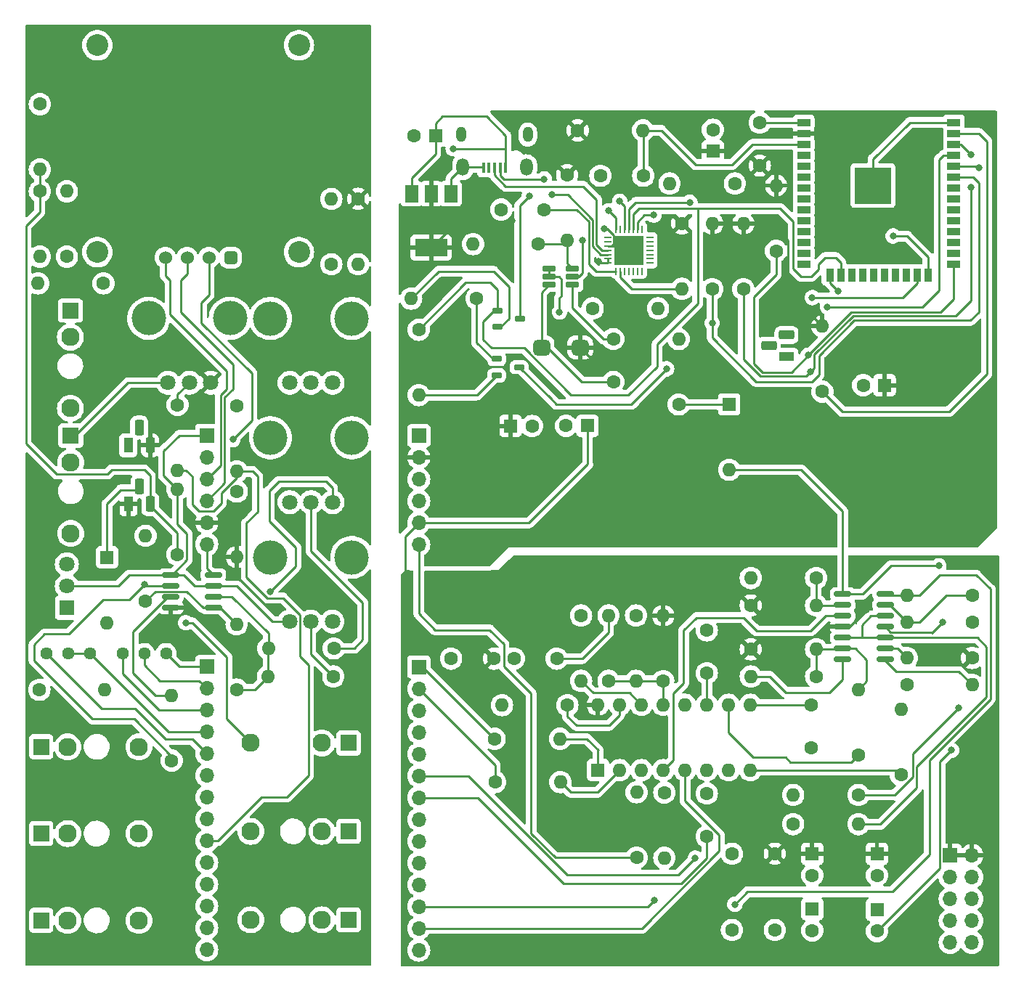
<source format=gbr>
%TF.GenerationSoftware,KiCad,Pcbnew,7.0.7*%
%TF.CreationDate,2024-02-11T13:34:09-07:00*%
%TF.ProjectId,TunerVCO,54756e65-7256-4434-9f2e-6b696361645f,rev?*%
%TF.SameCoordinates,Original*%
%TF.FileFunction,Copper,L1,Top*%
%TF.FilePolarity,Positive*%
%FSLAX46Y46*%
G04 Gerber Fmt 4.6, Leading zero omitted, Abs format (unit mm)*
G04 Created by KiCad (PCBNEW 7.0.7) date 2024-02-11 13:34:09*
%MOMM*%
%LPD*%
G01*
G04 APERTURE LIST*
G04 Aperture macros list*
%AMRoundRect*
0 Rectangle with rounded corners*
0 $1 Rounding radius*
0 $2 $3 $4 $5 $6 $7 $8 $9 X,Y pos of 4 corners*
0 Add a 4 corners polygon primitive as box body*
4,1,4,$2,$3,$4,$5,$6,$7,$8,$9,$2,$3,0*
0 Add four circle primitives for the rounded corners*
1,1,$1+$1,$2,$3*
1,1,$1+$1,$4,$5*
1,1,$1+$1,$6,$7*
1,1,$1+$1,$8,$9*
0 Add four rect primitives between the rounded corners*
20,1,$1+$1,$2,$3,$4,$5,0*
20,1,$1+$1,$4,$5,$6,$7,0*
20,1,$1+$1,$6,$7,$8,$9,0*
20,1,$1+$1,$8,$9,$2,$3,0*%
G04 Aperture macros list end*
%TA.AperFunction,SMDPad,CuDef*%
%ADD10R,1.500000X0.900000*%
%TD*%
%TA.AperFunction,SMDPad,CuDef*%
%ADD11R,0.900000X1.500000*%
%TD*%
%TA.AperFunction,SMDPad,CuDef*%
%ADD12R,1.050000X1.050000*%
%TD*%
%TA.AperFunction,HeatsinkPad*%
%ADD13C,0.584200*%
%TD*%
%TA.AperFunction,SMDPad,CuDef*%
%ADD14R,4.200000X4.200000*%
%TD*%
%TA.AperFunction,ComponentPad*%
%ADD15O,1.600000X1.600000*%
%TD*%
%TA.AperFunction,ComponentPad*%
%ADD16C,1.600000*%
%TD*%
%TA.AperFunction,ComponentPad*%
%ADD17R,1.600000X1.600000*%
%TD*%
%TA.AperFunction,SMDPad,CuDef*%
%ADD18RoundRect,0.150000X-0.825000X-0.150000X0.825000X-0.150000X0.825000X0.150000X-0.825000X0.150000X0*%
%TD*%
%TA.AperFunction,ComponentPad*%
%ADD19RoundRect,0.275000X0.625000X-0.275000X0.625000X0.275000X-0.625000X0.275000X-0.625000X-0.275000X0*%
%TD*%
%TA.AperFunction,ComponentPad*%
%ADD20R,1.800000X1.100000*%
%TD*%
%TA.AperFunction,ComponentPad*%
%ADD21C,2.540000*%
%TD*%
%TA.AperFunction,ComponentPad*%
%ADD22RoundRect,0.381000X0.381000X0.381000X-0.381000X0.381000X-0.381000X-0.381000X0.381000X-0.381000X0*%
%TD*%
%TA.AperFunction,ComponentPad*%
%ADD23C,1.524000*%
%TD*%
%TA.AperFunction,ComponentPad*%
%ADD24O,1.700000X1.700000*%
%TD*%
%TA.AperFunction,ComponentPad*%
%ADD25R,1.700000X1.700000*%
%TD*%
%TA.AperFunction,ComponentPad*%
%ADD26R,1.830000X1.930000*%
%TD*%
%TA.AperFunction,ComponentPad*%
%ADD27C,2.130000*%
%TD*%
%TA.AperFunction,SMDPad,CuDef*%
%ADD28R,1.500000X2.000000*%
%TD*%
%TA.AperFunction,SMDPad,CuDef*%
%ADD29R,3.800000X2.000000*%
%TD*%
%TA.AperFunction,ComponentPad*%
%ADD30R,1.100000X1.800000*%
%TD*%
%TA.AperFunction,ComponentPad*%
%ADD31RoundRect,0.275000X-0.275000X-0.625000X0.275000X-0.625000X0.275000X0.625000X-0.275000X0.625000X0*%
%TD*%
%TA.AperFunction,WasherPad*%
%ADD32C,4.000000*%
%TD*%
%TA.AperFunction,ComponentPad*%
%ADD33C,1.800000*%
%TD*%
%TA.AperFunction,SMDPad,CuDef*%
%ADD34RoundRect,0.450000X-0.550000X-0.450000X0.550000X-0.450000X0.550000X0.450000X-0.550000X0.450000X0*%
%TD*%
%TA.AperFunction,ComponentPad*%
%ADD35O,1.150000X1.800000*%
%TD*%
%TA.AperFunction,ComponentPad*%
%ADD36O,1.450000X2.000000*%
%TD*%
%TA.AperFunction,SMDPad,CuDef*%
%ADD37R,0.450000X1.300000*%
%TD*%
%TA.AperFunction,SMDPad,CuDef*%
%ADD38RoundRect,0.162500X-0.447500X-0.162500X0.447500X-0.162500X0.447500X0.162500X-0.447500X0.162500X0*%
%TD*%
%TA.AperFunction,ComponentPad*%
%ADD39R,1.800000X1.800000*%
%TD*%
%TA.AperFunction,ComponentPad*%
%ADD40C,1.440000*%
%TD*%
%TA.AperFunction,SMDPad,CuDef*%
%ADD41R,3.350000X3.350000*%
%TD*%
%TA.AperFunction,SMDPad,CuDef*%
%ADD42RoundRect,0.062500X-0.062500X-0.337500X0.062500X-0.337500X0.062500X0.337500X-0.062500X0.337500X0*%
%TD*%
%TA.AperFunction,SMDPad,CuDef*%
%ADD43RoundRect,0.062500X-0.337500X-0.062500X0.337500X-0.062500X0.337500X0.062500X-0.337500X0.062500X0*%
%TD*%
%TA.AperFunction,SMDPad,CuDef*%
%ADD44RoundRect,0.162500X0.617500X0.162500X-0.617500X0.162500X-0.617500X-0.162500X0.617500X-0.162500X0*%
%TD*%
%TA.AperFunction,ComponentPad*%
%ADD45R,1.930000X1.830000*%
%TD*%
%TA.AperFunction,SMDPad,CuDef*%
%ADD46RoundRect,0.150000X0.825000X0.150000X-0.825000X0.150000X-0.825000X-0.150000X0.825000X-0.150000X0*%
%TD*%
%TA.AperFunction,ViaPad*%
%ADD47C,0.800000*%
%TD*%
%TA.AperFunction,Conductor*%
%ADD48C,0.250000*%
%TD*%
G04 APERTURE END LIST*
D10*
%TO.P,U304,1,GND*%
%TO.N,GND*%
X90912200Y98430000D03*
%TO.P,U304,2,VDD*%
%TO.N,+3.3V*%
X90912200Y97160000D03*
%TO.P,U304,3,EN*%
%TO.N,EN*%
X90912200Y95890000D03*
%TO.P,U304,4,SENSOR_VP*%
%TO.N,unconnected-(U304-SENSOR_VP-Pad4)*%
X90912200Y94620000D03*
%TO.P,U304,5,SENSOR_VN*%
%TO.N,unconnected-(U304-SENSOR_VN-Pad5)*%
X90912200Y93350000D03*
%TO.P,U304,6,IO34*%
%TO.N,unconnected-(U304-IO34-Pad6)*%
X90912200Y92080000D03*
%TO.P,U304,7,IO35*%
%TO.N,unconnected-(U304-IO35-Pad7)*%
X90912200Y90810000D03*
%TO.P,U304,8,IO32*%
%TO.N,unconnected-(U304-IO32-Pad8)*%
X90912200Y89540000D03*
%TO.P,U304,9,IO33*%
%TO.N,unconnected-(U304-IO33-Pad9)*%
X90912200Y88270000D03*
%TO.P,U304,10,IO25*%
%TO.N,unconnected-(U304-IO25-Pad10)*%
X90912200Y87000000D03*
%TO.P,U304,11,IO26*%
%TO.N,unconnected-(U304-IO26-Pad11)*%
X90912200Y85730000D03*
%TO.P,U304,12,IO27*%
%TO.N,unconnected-(U304-IO27-Pad12)*%
X90912200Y84460000D03*
%TO.P,U304,13,IO14*%
%TO.N,unconnected-(U304-IO14-Pad13)*%
X90912200Y83190000D03*
%TO.P,U304,14,IO12*%
%TO.N,unconnected-(U304-IO12-Pad14)*%
X90912200Y81920000D03*
D11*
%TO.P,U304,15,GND*%
%TO.N,GND*%
X93952200Y80670000D03*
%TO.P,U304,16,IO13*%
%TO.N,RTS*%
X95222200Y80670000D03*
%TO.P,U304,17,SHD/SD2*%
%TO.N,unconnected-(U304-SHD{slash}SD2-Pad17)*%
X96492200Y80670000D03*
%TO.P,U304,18,SWP/SD3*%
%TO.N,unconnected-(U304-SWP{slash}SD3-Pad18)*%
X97762200Y80670000D03*
%TO.P,U304,19,SCS/CMD*%
%TO.N,unconnected-(U304-SCS{slash}CMD-Pad19)*%
X99032200Y80670000D03*
%TO.P,U304,20,SCK/CLK*%
%TO.N,unconnected-(U304-SCK{slash}CLK-Pad20)*%
X100302200Y80670000D03*
%TO.P,U304,21,SDO/SD0*%
%TO.N,unconnected-(U304-SDO{slash}SD0-Pad21)*%
X101572200Y80670000D03*
%TO.P,U304,22,SDI/SD1*%
%TO.N,unconnected-(U304-SDI{slash}SD1-Pad22)*%
X102842200Y80670000D03*
%TO.P,U304,23,IO15*%
%TO.N,CTS*%
X104112200Y80670000D03*
%TO.P,U304,24,IO2*%
%TO.N,Net-(U304-IO2)*%
X105382200Y80670000D03*
D10*
%TO.P,U304,25,IO0*%
%TO.N,IO0*%
X108412200Y81920000D03*
%TO.P,U304,26,IO4*%
%TO.N,unconnected-(U304-IO4-Pad26)*%
X108412200Y83190000D03*
%TO.P,U304,27,IO16*%
%TO.N,unconnected-(U304-IO16-Pad27)*%
X108412200Y84460000D03*
%TO.P,U304,28,IO17*%
%TO.N,unconnected-(U304-IO17-Pad28)*%
X108412200Y85730000D03*
%TO.P,U304,29,IO5*%
%TO.N,unconnected-(U304-IO5-Pad29)*%
X108412200Y87000000D03*
%TO.P,U304,30,IO18*%
%TO.N,unconnected-(U304-IO18-Pad30)*%
X108412200Y88270000D03*
%TO.P,U304,31,IO19*%
%TO.N,MODE*%
X108412200Y89540000D03*
%TO.P,U304,32,NC*%
%TO.N,unconnected-(U304-NC-Pad32)*%
X108412200Y90810000D03*
%TO.P,U304,33,IO21*%
%TO.N,SDA*%
X108412200Y92080000D03*
%TO.P,U304,34,RXD0/IO3*%
%TO.N,RXD0*%
X108412200Y93350000D03*
%TO.P,U304,35,TXD0/IO1*%
%TO.N,TXD0*%
X108412200Y94620000D03*
%TO.P,U304,36,IO22*%
%TO.N,SCL*%
X108412200Y95890000D03*
%TO.P,U304,37,IO23*%
%TO.N,Net-(Q303-C)*%
X108412200Y97160000D03*
%TO.P,U304,38,GND*%
%TO.N,GND*%
X108412200Y98430000D03*
D12*
%TO.P,U304,39,GND*%
X97457200Y92615000D03*
D13*
X97457200Y91090000D03*
D12*
X97457200Y91090000D03*
X97457200Y89565000D03*
D13*
X97757200Y92715000D03*
X97757200Y89545000D03*
X98982200Y92720000D03*
D12*
X98982200Y92615000D03*
D13*
X98982200Y91090000D03*
D12*
X98982200Y91090000D03*
D14*
X98982200Y91090000D03*
D12*
X98982200Y89565000D03*
D13*
X98982200Y89545000D03*
X100297200Y92720000D03*
X100297200Y89545000D03*
D12*
X100507200Y92615000D03*
D13*
X100507200Y91090000D03*
D12*
X100507200Y91090000D03*
X100507200Y89565000D03*
%TD*%
D15*
%TO.P,R309,2*%
%TO.N,Net-(U302-Scale)*%
X64952800Y33329800D03*
D16*
%TO.P,R309,1*%
%TO.N,GND*%
X64952800Y40949800D03*
%TD*%
D17*
%TO.P,D202,1,K*%
%TO.N,Net-(D202-K)*%
X9677400Y47726600D03*
D15*
%TO.P,D202,2,A*%
%TO.N,PULSE_OUT_T*%
X9677400Y40106600D03*
%TD*%
%TO.P,R307,2*%
%TO.N,Net-(U302-LinFM)*%
X71353600Y33329800D03*
D16*
%TO.P,R307,1*%
%TO.N,GND*%
X71353600Y40949800D03*
%TD*%
D18*
%TO.P,U303,14*%
%TO.N,SAW_OUT*%
X100397000Y43439000D03*
%TO.P,U303,13,-*%
%TO.N,Net-(U303D--)*%
X100397000Y42169000D03*
%TO.P,U303,12,+*%
%TO.N,GND*%
X100397000Y40899000D03*
%TO.P,U303,11,V-*%
%TO.N,-12V*%
X100397000Y39629000D03*
%TO.P,U303,10,+*%
%TO.N,GND*%
X100397000Y38359000D03*
%TO.P,U303,9,-*%
%TO.N,Net-(U303C--)*%
X100397000Y37089000D03*
%TO.P,U303,8*%
%TO.N,Net-(R322-Pad2)*%
X100397000Y35819000D03*
%TO.P,U303,7*%
%TO.N,TRI_OUT*%
X95447000Y35819000D03*
%TO.P,U303,6,-*%
%TO.N,Net-(U303B--)*%
X95447000Y37089000D03*
%TO.P,U303,5,+*%
%TO.N,GND*%
X95447000Y38359000D03*
%TO.P,U303,4,V+*%
%TO.N,+12V*%
X95447000Y39629000D03*
%TO.P,U303,3,+*%
%TO.N,Net-(U302-PULSE)*%
X95447000Y40899000D03*
%TO.P,U303,2,-*%
%TO.N,Net-(U303A--)*%
X95447000Y42169000D03*
%TO.P,U303,1*%
%TO.N,PULSE_HI*%
X95447000Y43439000D03*
%TD*%
D19*
%TO.P,Q303,3,E*%
%TO.N,GND*%
X88898600Y73665000D03*
%TO.P,Q303,2,B*%
%TO.N,Net-(Q303-B)*%
X86828600Y72395000D03*
D20*
%TO.P,Q303,1,C*%
%TO.N,Net-(Q303-C)*%
X88898600Y71125000D03*
%TD*%
D16*
%TO.P,R207,1*%
%TO.N,Net-(R207-Pad1)*%
X24815800Y55397400D03*
D15*
%TO.P,R207,2*%
%TO.N,+12VA*%
X24815800Y47777400D03*
%TD*%
D16*
%TO.P,C319,2*%
%TO.N,GND*%
X80319800Y97588621D03*
D17*
%TO.P,C319,1*%
%TO.N,+3.3V*%
X80319800Y95088621D03*
%TD*%
D15*
%TO.P,R304,2*%
%TO.N,Net-(U302-SCALE1)*%
X62489000Y26573400D03*
D16*
%TO.P,R304,1*%
%TO.N,T1A*%
X54869000Y26573400D03*
%TD*%
D15*
%TO.P,R318,2*%
%TO.N,Net-(U303B--)*%
X92359400Y37012800D03*
D16*
%TO.P,R318,1*%
%TO.N,+12V*%
X84739400Y37012800D03*
%TD*%
%TO.P,R216,1*%
%TO.N,Net-(Q202-B)*%
X1854200Y100584000D03*
D15*
%TO.P,R216,2*%
%TO.N,Net-(Q201-E)*%
X1854200Y92964000D03*
%TD*%
%TO.P,R329,2*%
%TO.N,Net-(Q301-B)*%
X45140800Y77906800D03*
D16*
%TO.P,R329,1*%
%TO.N,DTR*%
X52760800Y77906800D03*
%TD*%
D15*
%TO.P,R320,2*%
%TO.N,Net-(U303C--)*%
X102925800Y35996800D03*
D16*
%TO.P,R320,1*%
%TO.N,+12V*%
X110545800Y35996800D03*
%TD*%
%TO.P,C314,2*%
%TO.N,-12V*%
X99446000Y4145200D03*
D17*
%TO.P,C314,1*%
%TO.N,GND*%
X99446000Y6645200D03*
%TD*%
D15*
%TO.P,R303,2*%
%TO.N,Net-(U302-SCALE2)*%
X62539800Y21518800D03*
D16*
%TO.P,R303,1*%
%TO.N,T1B*%
X54919800Y21518800D03*
%TD*%
%TO.P,R215,1*%
%TO.N,Net-(Q202-C)*%
X9271000Y79679800D03*
D15*
%TO.P,R215,2*%
%TO.N,Net-(D201-A2)*%
X1651000Y79679800D03*
%TD*%
D16*
%TO.P,R204,1*%
%TO.N,Net-(R204-Pad1)*%
X17907000Y65506600D03*
D15*
%TO.P,R204,2*%
%TO.N,PITCH_CV_T*%
X17907000Y57886600D03*
%TD*%
D21*
%TO.P,U202,*%
%TO.N,*%
X32054800Y83312000D03*
X32054800Y107442000D03*
X8559800Y83312000D03*
X8559800Y107442000D03*
D22*
%TO.P,U202,1,GND*%
%TO.N,GNDA*%
X24117300Y82677000D03*
D23*
%TO.P,U202,2,VCC*%
%TO.N,+3.3VA*%
X21577300Y82677000D03*
%TO.P,U202,3,SCL*%
%TO.N,SCL_T*%
X19037300Y82677000D03*
%TO.P,U202,4,SDA*%
%TO.N,SDA_T*%
X16497300Y82677000D03*
%TD*%
D15*
%TO.P,R315,2*%
%TO.N,PULSE_OUT*%
X89667000Y20020200D03*
D16*
%TO.P,R315,1*%
%TO.N,PULSE_HI*%
X97287000Y20020200D03*
%TD*%
%TO.P,C306,2*%
%TO.N,Net-(U302-HSync)*%
X91749800Y30535800D03*
%TO.P,C306,1*%
%TO.N,HS*%
X91749800Y25535800D03*
%TD*%
D24*
%TO.P,J304,6,Pin_6*%
%TO.N,-12V*%
X46029800Y49204800D03*
%TO.P,J304,5,Pin_5*%
%TO.N,+12V*%
X46029800Y51744800D03*
%TO.P,J304,4,Pin_4*%
%TO.N,SCL*%
X46029800Y54284800D03*
%TO.P,J304,3,Pin_3*%
%TO.N,SDA*%
X46029800Y56824800D03*
%TO.P,J304,2,Pin_2*%
%TO.N,+3.3V*%
X46029800Y59364800D03*
D25*
%TO.P,J304,1,Pin_1*%
%TO.N,GND*%
X46029800Y61904800D03*
%TD*%
D26*
%TO.P,J206,S*%
%TO.N,GNDA*%
X2000000Y15519400D03*
D27*
%TO.P,J206,T*%
%TO.N,HS_T*%
X13400000Y15519400D03*
%TO.P,J206,TN*%
%TO.N,unconnected-(J206-PadTN)*%
X5100000Y15519400D03*
%TD*%
D15*
%TO.P,R306,2*%
%TO.N,+12V*%
X74528600Y40924400D03*
D16*
%TO.P,R306,1*%
%TO.N,Net-(U302-LinFM)*%
X74528600Y33304400D03*
%TD*%
D28*
%TO.P,U306,3,VI*%
%TO.N,VBUS*%
X45177600Y90150000D03*
%TO.P,U306,2,VO*%
%TO.N,+3.3V*%
X47477600Y90150000D03*
D29*
X47477600Y83850000D03*
D28*
%TO.P,U306,1,ADJ*%
%TO.N,GND*%
X49777600Y90150000D03*
%TD*%
D15*
%TO.P,R325,2*%
%TO.N,Net-(U305-~{RST})*%
X76713000Y79049800D03*
D16*
%TO.P,R325,1*%
%TO.N,+3.3V*%
X76713000Y86669800D03*
%TD*%
%TO.P,R201,1*%
%TO.N,+12VA*%
X38963600Y89535000D03*
D15*
%TO.P,R201,2*%
%TO.N,Net-(R201-Pad2)*%
X38963600Y81915000D03*
%TD*%
D16*
%TO.P,R202,1*%
%TO.N,Net-(R202-Pad1)*%
X35839400Y81915000D03*
D15*
%TO.P,R202,2*%
%TO.N,-12VA*%
X35839400Y89535000D03*
%TD*%
D16*
%TO.P,R205,1*%
%TO.N,Net-(J203-PadT)*%
X5003800Y82804000D03*
D15*
%TO.P,R205,2*%
%TO.N,PITCH_CV_T*%
X5003800Y90424000D03*
%TD*%
D30*
%TO.P,Q202,1,C*%
%TO.N,Net-(Q202-C)*%
X12166600Y60788600D03*
D31*
%TO.P,Q202,2,B*%
%TO.N,Net-(Q202-B)*%
X13436600Y62858600D03*
%TO.P,Q202,3,E*%
%TO.N,+12VA*%
X14706600Y60788600D03*
%TD*%
D16*
%TO.P,C303,2*%
%TO.N,GND*%
X97846312Y67797600D03*
D17*
%TO.P,C303,1*%
%TO.N,+3.3V*%
X100346312Y67797600D03*
%TD*%
D16*
%TO.P,C315,2*%
%TO.N,GND*%
X45471512Y96906000D03*
D17*
%TO.P,C315,1*%
%TO.N,VBUS*%
X47971512Y96906000D03*
%TD*%
D24*
%TO.P,J301,10,Pin_10*%
%TO.N,-12V*%
X110515400Y2819400D03*
%TO.P,J301,9,Pin_9*%
X107975400Y2819400D03*
%TO.P,J301,8,Pin_8*%
%TO.N,GND*%
X110515400Y5359400D03*
%TO.P,J301,7,Pin_7*%
X107975400Y5359400D03*
%TO.P,J301,6,Pin_6*%
X110515400Y7899400D03*
%TO.P,J301,5,Pin_5*%
X107975400Y7899400D03*
%TO.P,J301,4,Pin_4*%
X110515400Y10439400D03*
%TO.P,J301,3,Pin_3*%
X107975400Y10439400D03*
%TO.P,J301,2,Pin_2*%
%TO.N,+12V*%
X110515400Y12979400D03*
D25*
%TO.P,J301,1,Pin_1*%
X107975400Y12979400D03*
%TD*%
D16*
%TO.P,C305,2*%
%TO.N,Net-(C305-Pad2)*%
X62118800Y35920600D03*
%TO.P,C305,1*%
%TO.N,FM*%
X57118800Y35920600D03*
%TD*%
D15*
%TO.P,R314,2*%
%TO.N,GND*%
X84739400Y45318600D03*
D16*
%TO.P,R314,1*%
%TO.N,Net-(U303A--)*%
X92359400Y45318600D03*
%TD*%
%TO.P,C309,2*%
%TO.N,GND*%
X91902200Y10648112D03*
D17*
%TO.P,C309,1*%
%TO.N,+12V*%
X91902200Y13148112D03*
%TD*%
D16*
%TO.P,C301,2*%
%TO.N,Net-(U301-SW)*%
X68712000Y68193200D03*
%TO.P,C301,1*%
%TO.N,Net-(U301-CB)*%
X68712000Y73193200D03*
%TD*%
D15*
%TO.P,R327,2*%
%TO.N,EN*%
X72166400Y97515600D03*
D16*
%TO.P,R327,1*%
%TO.N,+3.3V*%
X64546400Y97515600D03*
%TD*%
D15*
%TO.P,R332,2*%
%TO.N,+3.3V*%
X93089000Y74671000D03*
D16*
%TO.P,R332,1*%
%TO.N,Net-(Q303-C)*%
X93089000Y67051000D03*
%TD*%
D15*
%TO.P,R326,2*%
%TO.N,RXD0*%
X73919000Y76763800D03*
D16*
%TO.P,R326,1*%
%TO.N,Net-(U305-TXD)*%
X66299000Y76763800D03*
%TD*%
%TO.P,R210,1*%
%TO.N,Net-(R209-Pad2)*%
X14173200Y42621200D03*
D15*
%TO.P,R210,2*%
%TO.N,Net-(U201B--)*%
X14173200Y50241200D03*
%TD*%
D26*
%TO.P,J209,S*%
%TO.N,GNDA*%
X37841400Y5461000D03*
D27*
%TO.P,J209,T*%
%TO.N,SAW_OUT_T*%
X26441400Y5461000D03*
%TO.P,J209,TN*%
%TO.N,unconnected-(J209-PadTN)*%
X34741400Y5461000D03*
%TD*%
D32*
%TO.P,RV202,*%
%TO.N,*%
X28727200Y75587400D03*
X38227200Y75587400D03*
D33*
%TO.P,RV202,1,1*%
%TO.N,Net-(R201-Pad2)*%
X35977200Y68087400D03*
%TO.P,RV202,2,2*%
%TO.N,Net-(R203-Pad1)*%
X33477200Y68087400D03*
%TO.P,RV202,3,3*%
%TO.N,Net-(R202-Pad1)*%
X30977200Y68087400D03*
%TD*%
D16*
%TO.P,C316,2*%
%TO.N,VBUS*%
X60645600Y88295400D03*
%TO.P,C316,1*%
%TO.N,GND*%
X55645600Y88295400D03*
%TD*%
D15*
%TO.P,R301,2*%
%TO.N,Net-(U301-FB)*%
X63327200Y84688600D03*
D16*
%TO.P,R301,1*%
%TO.N,+3.3V*%
X63327200Y92308600D03*
%TD*%
D34*
%TO.P,L301,2,2*%
%TO.N,+3.3V*%
X64840600Y72201700D03*
%TO.P,L301,1,1*%
%TO.N,Net-(U301-SW)*%
X60340600Y72201700D03*
%TD*%
D16*
%TO.P,R212,1*%
%TO.N,GNDA*%
X1803400Y32283400D03*
D15*
%TO.P,R212,2*%
%TO.N,PWM_CV_T*%
X9423400Y32283400D03*
%TD*%
D16*
%TO.P,R213,1*%
%TO.N,Net-(Q201-E)*%
X1854200Y90424000D03*
D15*
%TO.P,R213,2*%
%TO.N,Net-(D201-A1)*%
X1854200Y82804000D03*
%TD*%
D16*
%TO.P,C302,2*%
%TO.N,GND*%
X63200713Y63073200D03*
D17*
%TO.P,C302,1*%
%TO.N,+12V*%
X65700713Y63073200D03*
%TD*%
D15*
%TO.P,U302,16,VCC*%
%TO.N,+12V*%
X66908600Y30535800D03*
%TO.P,U302,15,CV*%
%TO.N,PITCH_CV*%
X69448600Y30535800D03*
%TO.P,U302,14,Scale*%
%TO.N,Net-(U302-Scale)*%
X71988600Y30535800D03*
%TO.P,U302,13,LinFM*%
%TO.N,Net-(U302-LinFM)*%
X74528600Y30535800D03*
%TO.P,U302,12,Gnd*%
%TO.N,GND*%
X77068600Y30535800D03*
%TO.P,U302,11,TCAP*%
%TO.N,Net-(U302-TCAP)*%
X79608600Y30535800D03*
%TO.P,U302,10,TRI*%
%TO.N,Net-(U302-TRI)*%
X82148600Y30535800D03*
%TO.P,U302,9,HSync*%
%TO.N,Net-(U302-HSync)*%
X84688600Y30535800D03*
%TO.P,U302,8,SAW*%
%TO.N,Net-(U302-SAW)*%
X84688600Y22915800D03*
%TO.P,U302,7,HFTrack*%
%TO.N,T2C*%
X82148600Y22915800D03*
%TO.P,U302,6,SSync*%
%TO.N,Net-(U302-SSync)*%
X79608600Y22915800D03*
%TO.P,U302,5,PWM*%
%TO.N,PWM_CV*%
X77068600Y22915800D03*
%TO.P,U302,4,PULSE*%
%TO.N,Net-(U302-PULSE)*%
X74528600Y22915800D03*
%TO.P,U302,3,VEE*%
%TO.N,T1C*%
X71988600Y22915800D03*
%TO.P,U302,2,SCALE2*%
%TO.N,Net-(U302-SCALE2)*%
X69448600Y22915800D03*
D17*
%TO.P,U302,1,SCALE1*%
%TO.N,Net-(U302-SCALE1)*%
X66908600Y22915800D03*
%TD*%
D15*
%TO.P,R308,2*%
%TO.N,Net-(C305-Pad2)*%
X68153200Y40949800D03*
D16*
%TO.P,R308,1*%
%TO.N,Net-(U302-LinFM)*%
X68153200Y33329800D03*
%TD*%
D25*
%TO.P,J202,1,Pin_1*%
%TO.N,GNDA*%
X21310600Y61950600D03*
D24*
%TO.P,J202,2,Pin_2*%
%TO.N,+3.3VA*%
X21310600Y59410600D03*
%TO.P,J202,3,Pin_3*%
%TO.N,SDA_T*%
X21310600Y56870600D03*
%TO.P,J202,4,Pin_4*%
%TO.N,SCL_T*%
X21310600Y54330600D03*
%TO.P,J202,5,Pin_5*%
%TO.N,+12VA*%
X21310600Y51790600D03*
%TO.P,J202,6,Pin_6*%
%TO.N,-12VA*%
X21310600Y49250600D03*
%TD*%
D15*
%TO.P,R328,2*%
%TO.N,GND*%
X75265200Y91318000D03*
D16*
%TO.P,R328,1*%
%TO.N,Net-(U304-IO2)*%
X82885200Y91318000D03*
%TD*%
%TO.P,R214,1*%
%TO.N,Net-(Q201-E)*%
X17881600Y48056800D03*
D15*
%TO.P,R214,2*%
%TO.N,GNDA*%
X17881600Y55676800D03*
%TD*%
D26*
%TO.P,J210,S*%
%TO.N,GNDA*%
X37841400Y15773400D03*
D27*
%TO.P,J210,T*%
%TO.N,TRI_OUT_T*%
X26441400Y15773400D03*
%TO.P,J210,TN*%
%TO.N,unconnected-(J210-PadTN)*%
X34741400Y15773400D03*
%TD*%
D15*
%TO.P,R324,2*%
%TO.N,SAW_OUT*%
X102925800Y43312000D03*
D16*
%TO.P,R324,1*%
%TO.N,Net-(U303D--)*%
X110545800Y43312000D03*
%TD*%
D30*
%TO.P,Q201,1,C*%
%TO.N,+12VA*%
X12192000Y53930600D03*
D31*
%TO.P,Q201,2,B*%
%TO.N,Net-(D202-K)*%
X13462000Y56000600D03*
%TO.P,Q201,3,E*%
%TO.N,Net-(Q201-E)*%
X14732000Y53930600D03*
%TD*%
D16*
%TO.P,R209,1*%
%TO.N,Net-(U201A--)*%
X24790400Y32308800D03*
D15*
%TO.P,R209,2*%
%TO.N,Net-(R209-Pad2)*%
X24790400Y39928800D03*
%TD*%
D35*
%TO.P,J302,6,Shield*%
%TO.N,GND*%
X50999000Y97034200D03*
X58749000Y97034200D03*
D36*
X51149000Y93234200D03*
X58599000Y93234200D03*
D37*
%TO.P,J302,5,GND*%
X53574000Y93184200D03*
%TO.P,J302,4,ID*%
%TO.N,unconnected-(J302-ID-Pad4)*%
X54224000Y93184200D03*
%TO.P,J302,3,D+*%
%TO.N,Net-(J302-D+)*%
X54874000Y93184200D03*
%TO.P,J302,2,D-*%
%TO.N,Net-(J302-D-)*%
X55524000Y93184200D03*
%TO.P,J302,1,VBUS*%
%TO.N,VBUS*%
X56174000Y93184200D03*
%TD*%
D15*
%TO.P,R319,2*%
%TO.N,TRI_OUT*%
X84739400Y33837800D03*
D16*
%TO.P,R319,1*%
%TO.N,Net-(U303B--)*%
X92359400Y33837800D03*
%TD*%
D26*
%TO.P,J208,S*%
%TO.N,GNDA*%
X37841400Y26085800D03*
D27*
%TO.P,J208,T*%
%TO.N,PULSE_OUT_T*%
X26441400Y26085800D03*
%TO.P,J208,TN*%
%TO.N,unconnected-(J208-PadTN)*%
X34741400Y26085800D03*
%TD*%
D16*
%TO.P,C307,2*%
%TO.N,Net-(U302-SSync)*%
X79608600Y20183400D03*
%TO.P,C307,1*%
%TO.N,SS*%
X79608600Y15183400D03*
%TD*%
D15*
%TO.P,R323,2*%
%TO.N,Net-(U303D--)*%
X102925800Y40187800D03*
D16*
%TO.P,R323,1*%
%TO.N,Net-(R322-Pad2)*%
X110545800Y40187800D03*
%TD*%
D15*
%TO.P,R331,2*%
%TO.N,+3.3V*%
X87685800Y91089400D03*
D16*
%TO.P,R331,1*%
%TO.N,IO0*%
X87685800Y83469400D03*
%TD*%
%TO.P,C313,2*%
%TO.N,GND*%
X99446000Y10648112D03*
D17*
%TO.P,C313,1*%
%TO.N,+12V*%
X99446000Y13148112D03*
%TD*%
D38*
%TO.P,Q302,3,C*%
%TO.N,IO0*%
X57739200Y69910200D03*
%TO.P,Q302,2,B*%
%TO.N,Net-(Q302-B)*%
X55119200Y68960200D03*
%TO.P,Q302,1,E*%
%TO.N,DTR*%
X55119200Y70860200D03*
%TD*%
%TO.P,Q301,3,C*%
%TO.N,EN*%
X57790000Y75544600D03*
%TO.P,Q301,2,B*%
%TO.N,Net-(Q301-B)*%
X55170000Y74594600D03*
%TO.P,Q301,1,E*%
%TO.N,RTS*%
X55170000Y76494600D03*
%TD*%
D39*
%TO.P,D201,1,A1*%
%TO.N,Net-(D201-A1)*%
X5003800Y41833800D03*
D33*
%TO.P,D201,2,K*%
%TO.N,GNDA*%
X5003800Y44373800D03*
%TO.P,D201,3,A2*%
%TO.N,Net-(D201-A2)*%
X5003800Y46913800D03*
%TD*%
D16*
%TO.P,R203,1*%
%TO.N,Net-(R203-Pad1)*%
X24815800Y65379600D03*
D15*
%TO.P,R203,2*%
%TO.N,PITCH_CV_T*%
X24815800Y57759600D03*
%TD*%
D16*
%TO.P,C308,2*%
%TO.N,Net-(U302-TCAP)*%
X79608600Y34208000D03*
%TO.P,C308,1*%
%TO.N,GND*%
X79608600Y39208000D03*
%TD*%
D40*
%TO.P,RV209,1,1*%
%TO.N,T2B_T*%
X7706600Y36524000D03*
%TO.P,RV209,2,2*%
X5166600Y36524000D03*
%TO.P,RV209,3,3*%
%TO.N,T2C_T*%
X2626600Y36524000D03*
%TD*%
D15*
%TO.P,D301,2,A*%
%TO.N,PULSE_HI*%
X82224800Y57942400D03*
D17*
%TO.P,D301,1,K*%
%TO.N,Net-(D301-K)*%
X82224800Y65562400D03*
%TD*%
D15*
%TO.P,R321,2*%
%TO.N,Net-(U303C--)*%
X102240000Y29977000D03*
D16*
%TO.P,R321,1*%
%TO.N,Net-(U302-SAW)*%
X102240000Y22357000D03*
%TD*%
D40*
%TO.P,RV208,1,1*%
%TO.N,T1A_T*%
X16571200Y36524000D03*
%TO.P,RV208,2,2*%
%TO.N,T1B_T*%
X14031200Y36524000D03*
%TO.P,RV208,3,3*%
%TO.N,T1C_T*%
X11491200Y36524000D03*
%TD*%
D15*
%TO.P,R313,2*%
%TO.N,Net-(U303A--)*%
X92359400Y42118200D03*
D16*
%TO.P,R313,1*%
%TO.N,+12V*%
X84739400Y42118200D03*
%TD*%
D41*
%TO.P,U305,29,GND*%
%TO.N,GND*%
X70515400Y83545600D03*
D42*
%TO.P,U305,28,~{DTR}*%
%TO.N,DTR*%
X69015400Y85995600D03*
%TO.P,U305,27,~{DSR}*%
%TO.N,unconnected-(U305-~{DSR}-Pad27)*%
X69515400Y85995600D03*
%TO.P,U305,26,TXD*%
%TO.N,Net-(U305-TXD)*%
X70015400Y85995600D03*
%TO.P,U305,25,RXD*%
%TO.N,TXD0*%
X70515400Y85995600D03*
%TO.P,U305,24,~{RTS}*%
%TO.N,RTS*%
X71015400Y85995600D03*
%TO.P,U305,23,~{CTS}*%
%TO.N,CTS*%
X71515400Y85995600D03*
%TO.P,U305,22,GPIO.4*%
%TO.N,unconnected-(U305-GPIO.4-Pad22)*%
X72015400Y85995600D03*
D43*
%TO.P,U305,21,GPIO.5*%
%TO.N,unconnected-(U305-GPIO.5-Pad21)*%
X72965400Y85045600D03*
%TO.P,U305,20,GPIO.6*%
%TO.N,unconnected-(U305-GPIO.6-Pad20)*%
X72965400Y84545600D03*
%TO.P,U305,19,~{TXT}/GPIO.0*%
%TO.N,unconnected-(U305-~{TXT}{slash}GPIO.0-Pad19)*%
X72965400Y84045600D03*
%TO.P,U305,18,~{RXT}/GPIO.1*%
%TO.N,unconnected-(U305-~{RXT}{slash}GPIO.1-Pad18)*%
X72965400Y83545600D03*
%TO.P,U305,17,RS485/GPIO.2*%
%TO.N,unconnected-(U305-RS485{slash}GPIO.2-Pad17)*%
X72965400Y83045600D03*
%TO.P,U305,16,~{WAKEUP}/GPIO.3*%
%TO.N,unconnected-(U305-~{WAKEUP}{slash}GPIO.3-Pad16)*%
X72965400Y82545600D03*
%TO.P,U305,15,CHR0*%
%TO.N,unconnected-(U305-CHR0-Pad15)*%
X72965400Y82045600D03*
D42*
%TO.P,U305,14,CHR1*%
%TO.N,unconnected-(U305-CHR1-Pad14)*%
X72015400Y81095600D03*
%TO.P,U305,13,CHREN*%
%TO.N,unconnected-(U305-CHREN-Pad13)*%
X71515400Y81095600D03*
%TO.P,U305,12,SUSPEND*%
%TO.N,unconnected-(U305-SUSPEND-Pad12)*%
X71015400Y81095600D03*
%TO.P,U305,11,~{SUSPEND}*%
%TO.N,unconnected-(U305-~{SUSPEND}-Pad11)*%
X70515400Y81095600D03*
%TO.P,U305,10,NC*%
%TO.N,unconnected-(U305-NC-Pad10)*%
X70015400Y81095600D03*
%TO.P,U305,9,~{RST}*%
%TO.N,Net-(U305-~{RST})*%
X69515400Y81095600D03*
%TO.P,U305,8,VBUS*%
%TO.N,VBUS*%
X69015400Y81095600D03*
D43*
%TO.P,U305,7,VREGIN*%
%TO.N,+3.3V*%
X68065400Y82045600D03*
%TO.P,U305,6,VDD*%
X68065400Y82545600D03*
%TO.P,U305,5,D-*%
%TO.N,Net-(J302-D-)*%
X68065400Y83045600D03*
%TO.P,U305,4,D+*%
%TO.N,Net-(J302-D+)*%
X68065400Y83545600D03*
%TO.P,U305,3,GND*%
%TO.N,GND*%
X68065400Y84045600D03*
%TO.P,U305,2,~{RI}/CLK*%
%TO.N,unconnected-(U305-~{RI}{slash}CLK-Pad2)*%
X68065400Y84545600D03*
%TO.P,U305,1,~{DCD}*%
%TO.N,unconnected-(U305-~{DCD}-Pad1)*%
X68065400Y85045600D03*
%TD*%
D16*
%TO.P,R211,1*%
%TO.N,Net-(U201B--)*%
X17221200Y24028400D03*
D15*
%TO.P,R211,2*%
%TO.N,PWM_CV_T*%
X17221200Y31648400D03*
%TD*%
D16*
%TO.P,C317,2*%
%TO.N,GND*%
X59237288Y63047800D03*
D17*
%TO.P,C317,1*%
%TO.N,+3.3V*%
X56737288Y63047800D03*
%TD*%
D44*
%TO.P,U301,6,SW*%
%TO.N,Net-(U301-SW)*%
X61240600Y79496800D03*
%TO.P,U301,5,VIN*%
%TO.N,+12V*%
X61240600Y80446800D03*
%TO.P,U301,4,EN*%
X61240600Y81396800D03*
%TO.P,U301,3,FB*%
%TO.N,Net-(U301-FB)*%
X63940600Y81396800D03*
%TO.P,U301,2,GND*%
%TO.N,GND*%
X63940600Y80446800D03*
%TO.P,U301,1,CB*%
%TO.N,Net-(U301-CB)*%
X63940600Y79496800D03*
%TD*%
D15*
%TO.P,R316,2*%
%TO.N,GND*%
X97287000Y16616600D03*
D16*
%TO.P,R316,1*%
%TO.N,PULSE_OUT*%
X89667000Y16616600D03*
%TD*%
%TO.P,C304,2*%
%TO.N,GND*%
X49792800Y35920600D03*
%TO.P,C304,1*%
%TO.N,+12V*%
X54792800Y35920600D03*
%TD*%
D32*
%TO.P,RV203,*%
%TO.N,*%
X28727200Y61668200D03*
X38227200Y61668200D03*
D33*
%TO.P,RV203,1,1*%
%TO.N,Net-(J204-PadT)*%
X35977200Y54168200D03*
%TO.P,RV203,2,2*%
%TO.N,Net-(R206-Pad1)*%
X33477200Y54168200D03*
%TO.P,RV203,3,3*%
%TO.N,GNDA*%
X30977200Y54168200D03*
%TD*%
D15*
%TO.P,R322,2*%
%TO.N,Net-(R322-Pad2)*%
X110545800Y32847200D03*
D16*
%TO.P,R322,1*%
%TO.N,Net-(U303C--)*%
X102925800Y32847200D03*
%TD*%
D45*
%TO.P,J204,S*%
%TO.N,GNDA*%
X5461000Y61920600D03*
D27*
%TO.P,J204,T*%
%TO.N,Net-(J204-PadT)*%
X5461000Y50520600D03*
%TO.P,J204,TN*%
%TO.N,unconnected-(J204-PadTN)*%
X5461000Y58820600D03*
%TD*%
D15*
%TO.P,R317,2*%
%TO.N,Net-(U303B--)*%
X97287000Y32313800D03*
D16*
%TO.P,R317,1*%
%TO.N,Net-(U302-TRI)*%
X97287000Y24693800D03*
%TD*%
D15*
%TO.P,R311,2*%
%TO.N,+3.3V*%
X80243600Y86644400D03*
D16*
%TO.P,R311,1*%
%TO.N,SDA*%
X80243600Y79024400D03*
%TD*%
%TO.P,C312,2*%
%TO.N,+12V*%
X87544200Y13162200D03*
%TO.P,C312,1*%
%TO.N,GND*%
X82544200Y13162200D03*
%TD*%
D15*
%TO.P,R330,2*%
%TO.N,Net-(Q302-B)*%
X46029800Y66654600D03*
D16*
%TO.P,R330,1*%
%TO.N,RTS*%
X46029800Y74274600D03*
%TD*%
D15*
%TO.P,R310,2*%
%TO.N,T2B*%
X55732600Y30485000D03*
D16*
%TO.P,R310,1*%
%TO.N,PITCH_CV*%
X63352600Y30485000D03*
%TD*%
%TO.P,R208,1*%
%TO.N,Net-(R208-Pad1)*%
X36068000Y33832800D03*
D15*
%TO.P,R208,2*%
%TO.N,Net-(U201A--)*%
X28448000Y33832800D03*
%TD*%
D24*
%TO.P,J303,14,Pin_14*%
%TO.N,GND*%
X46029800Y1925400D03*
%TO.P,J303,13,Pin_13*%
%TO.N,PWM_CV*%
X46029800Y4465400D03*
%TO.P,J303,12,Pin_12*%
%TO.N,SAW_OUT*%
X46029800Y7005400D03*
%TO.P,J303,11,Pin_11*%
%TO.N,PULSE_OUT*%
X46029800Y9545400D03*
%TO.P,J303,10,Pin_10*%
%TO.N,TRI_OUT*%
X46029800Y12085400D03*
%TO.P,J303,9,Pin_9*%
%TO.N,PITCH_CV*%
X46029800Y14625400D03*
%TO.P,J303,8,Pin_8*%
%TO.N,FM*%
X46029800Y17165400D03*
%TO.P,J303,7,Pin_7*%
%TO.N,SS*%
X46029800Y19705400D03*
%TO.P,J303,6,Pin_6*%
%TO.N,HS*%
X46029800Y22245400D03*
%TO.P,J303,5,Pin_5*%
%TO.N,T2C*%
X46029800Y24785400D03*
%TO.P,J303,4,Pin_4*%
%TO.N,T2B*%
X46029800Y27325400D03*
%TO.P,J303,3,Pin_3*%
%TO.N,T1C*%
X46029800Y29865400D03*
%TO.P,J303,2,Pin_2*%
%TO.N,T1B*%
X46029800Y32405400D03*
D25*
%TO.P,J303,1,Pin_1*%
%TO.N,T1A*%
X46029800Y34945400D03*
%TD*%
D15*
%TO.P,R305,2*%
%TO.N,T1C*%
X71429800Y20325000D03*
D16*
%TO.P,R305,1*%
%TO.N,-12V*%
X71429800Y12705000D03*
%TD*%
D15*
%TO.P,R334,2*%
%TO.N,GND*%
X74655600Y12679600D03*
D16*
%TO.P,R334,1*%
%TO.N,Net-(U302-PULSE)*%
X74655600Y20299600D03*
%TD*%
D15*
%TO.P,R312,2*%
%TO.N,+3.3V*%
X83875800Y86644400D03*
D16*
%TO.P,R312,1*%
%TO.N,SCL*%
X83875800Y79024400D03*
%TD*%
D46*
%TO.P,U201,1*%
%TO.N,Net-(R209-Pad2)*%
X22083800Y41859200D03*
%TO.P,U201,2,-*%
%TO.N,Net-(U201A--)*%
X22083800Y43129200D03*
%TO.P,U201,3,+*%
%TO.N,GNDA*%
X22083800Y44399200D03*
%TO.P,U201,4,V-*%
%TO.N,-12VA*%
X22083800Y45669200D03*
%TO.P,U201,5,+*%
%TO.N,GNDA*%
X17133800Y45669200D03*
%TO.P,U201,6,-*%
%TO.N,Net-(U201B--)*%
X17133800Y44399200D03*
%TO.P,U201,7*%
%TO.N,PWM_CV_T*%
X17133800Y43129200D03*
%TO.P,U201,8,V+*%
%TO.N,+12VA*%
X17133800Y41859200D03*
%TD*%
D26*
%TO.P,J207,S*%
%TO.N,GNDA*%
X2000000Y5384800D03*
D27*
%TO.P,J207,T*%
%TO.N,SS_T*%
X13400000Y5384800D03*
%TO.P,J207,TN*%
%TO.N,unconnected-(J207-PadTN)*%
X5100000Y5384800D03*
%TD*%
D15*
%TO.P,R302,2*%
%TO.N,GND*%
X52354400Y84256800D03*
D16*
%TO.P,R302,1*%
%TO.N,Net-(U301-FB)*%
X59974400Y84256800D03*
%TD*%
%TO.P,C311,2*%
%TO.N,GND*%
X82544200Y4272200D03*
%TO.P,C311,1*%
%TO.N,-12V*%
X87544200Y4272200D03*
%TD*%
%TO.P,C310,2*%
%TO.N,-12V*%
X91902200Y4221912D03*
D17*
%TO.P,C310,1*%
%TO.N,GND*%
X91902200Y6721912D03*
%TD*%
D32*
%TO.P,RV204,*%
%TO.N,*%
X28702000Y47726600D03*
X38202000Y47726600D03*
D33*
%TO.P,RV204,1,1*%
%TO.N,Net-(R207-Pad1)*%
X35952000Y40226600D03*
%TO.P,RV204,2,2*%
%TO.N,Net-(R208-Pad1)*%
X33452000Y40226600D03*
%TO.P,RV204,3,3*%
%TO.N,GNDA*%
X30952000Y40226600D03*
%TD*%
D25*
%TO.P,J201,1,Pin_1*%
%TO.N,T1A_T*%
X21310600Y34991200D03*
D24*
%TO.P,J201,2,Pin_2*%
%TO.N,T1B_T*%
X21310600Y32451200D03*
%TO.P,J201,3,Pin_3*%
%TO.N,T1C_T*%
X21310600Y29911200D03*
%TO.P,J201,4,Pin_4*%
%TO.N,T2B_T*%
X21310600Y27371200D03*
%TO.P,J201,5,Pin_5*%
%TO.N,T2C_T*%
X21310600Y24831200D03*
%TO.P,J201,6,Pin_6*%
%TO.N,HS_T*%
X21310600Y22291200D03*
%TO.P,J201,7,Pin_7*%
%TO.N,SS_T*%
X21310600Y19751200D03*
%TO.P,J201,8,Pin_8*%
%TO.N,FM_T*%
X21310600Y17211200D03*
%TO.P,J201,9,Pin_9*%
%TO.N,PITCH_CV_T*%
X21310600Y14671200D03*
%TO.P,J201,10,Pin_10*%
%TO.N,TRI_OUT_T*%
X21310600Y12131200D03*
%TO.P,J201,11,Pin_11*%
%TO.N,PULSE_OUT_T*%
X21310600Y9591200D03*
%TO.P,J201,12,Pin_12*%
%TO.N,SAW_OUT_T*%
X21310600Y7051200D03*
%TO.P,J201,13,Pin_13*%
%TO.N,PWM_CV_T*%
X21310600Y4511200D03*
%TO.P,J201,14,Pin_14*%
%TO.N,GNDA*%
X21310600Y1971200D03*
%TD*%
D45*
%TO.P,J203,S*%
%TO.N,GNDA*%
X5410200Y76504800D03*
D27*
%TO.P,J203,T*%
%TO.N,Net-(J203-PadT)*%
X5410200Y65104800D03*
%TO.P,J203,TN*%
%TO.N,unconnected-(J203-PadTN)*%
X5410200Y73404800D03*
%TD*%
D15*
%TO.P,R333,2*%
%TO.N,Net-(Q303-B)*%
X76332000Y73182400D03*
D16*
%TO.P,R333,1*%
%TO.N,Net-(D301-K)*%
X76332000Y65562400D03*
%TD*%
%TO.P,C318,2*%
%TO.N,EN*%
X72202600Y92232400D03*
%TO.P,C318,1*%
%TO.N,GND*%
X67202600Y92232400D03*
%TD*%
D26*
%TO.P,J205,S*%
%TO.N,GNDA*%
X2000000Y25628600D03*
D27*
%TO.P,J205,T*%
%TO.N,FM_T*%
X13400000Y25628600D03*
%TO.P,J205,TN*%
%TO.N,unconnected-(J205-PadTN)*%
X5100000Y25628600D03*
%TD*%
D16*
%TO.P,R206,1*%
%TO.N,Net-(R206-Pad1)*%
X36118800Y37109400D03*
D15*
%TO.P,R206,2*%
%TO.N,Net-(U201A--)*%
X28498800Y37109400D03*
%TD*%
D16*
%TO.P,C320,2*%
%TO.N,+3.3V*%
X85780800Y93415400D03*
%TO.P,C320,1*%
%TO.N,GND*%
X85780800Y98415400D03*
%TD*%
D32*
%TO.P,RV201,*%
%TO.N,*%
X14543200Y75597400D03*
X24043200Y75597400D03*
D33*
%TO.P,RV201,1,1*%
%TO.N,+12VA*%
X21793200Y68097400D03*
%TO.P,RV201,2,2*%
%TO.N,Net-(R204-Pad1)*%
X19293200Y68097400D03*
%TO.P,RV201,3,3*%
%TO.N,GNDA*%
X16793200Y68097400D03*
%TD*%
D47*
%TO.N,VBUS*%
X50043000Y95382000D03*
%TO.N,+12V*%
X98226800Y41610200D03*
%TO.N,-12V*%
X107116800Y40162400D03*
X108132800Y25227200D03*
%TO.N,PULSE_HI*%
X106659600Y46741000D03*
X108971000Y30154800D03*
%TO.N,HS*%
X78262400Y12654200D03*
%TO.N,SAW_OUT*%
X82885200Y7269400D03*
X73512600Y7777400D03*
%TO.N,+3.3V*%
X56918008Y87024243D03*
X67772200Y79253000D03*
%TO.N,GND*%
X67645200Y86060200D03*
X65117300Y84714000D03*
%TO.N,+12V*%
X62438200Y76332000D03*
%TO.N,EN*%
X58907600Y89844800D03*
%TO.N,Net-(U305-TXD)*%
X69448600Y89235200D03*
%TO.N,+3.3V*%
X66934000Y82224800D03*
%TO.N,SDA*%
X80243600Y75036600D03*
%TO.N,SCL*%
X91724400Y69372400D03*
%TO.N,GND*%
X94874000Y78795800D03*
%TO.N,IO0*%
X91418204Y71278796D03*
X74935000Y69702600D03*
%TO.N,DTR*%
X68178600Y88143000D03*
%TO.N,Net-(J302-D-)*%
X60660200Y91851400D03*
X61523800Y90022600D03*
%TO.N,Net-(U304-IO2)*%
X101325600Y85196600D03*
%TO.N,RXD0*%
X111358600Y93197600D03*
%TO.N,CTS*%
X73436400Y87635000D03*
X91902200Y78008400D03*
%TO.N,TXD0*%
X77627400Y89133600D03*
X93680200Y76916200D03*
%TO.N,SCL*%
X110444200Y94696200D03*
X110444200Y90886200D03*
%TO.N,+12VA*%
X19151600Y41783000D03*
%TO.N,Net-(J204-PadT)*%
X28702000Y43713400D03*
%TO.N,+12VA*%
X22707600Y39852600D03*
%TO.N,PULSE_OUT_T*%
X18872200Y40106600D03*
%TO.N,Net-(U201B--)*%
X14020800Y44551600D03*
%TO.N,+3.3VA*%
X24358600Y61468000D03*
%TD*%
D48*
%TO.N,Net-(U302-SCALE2)*%
X62539800Y21518800D02*
X63733600Y20325000D01*
X63733600Y20325000D02*
X66857800Y20325000D01*
X66857800Y20325000D02*
X69448600Y22915800D01*
%TO.N,T1B*%
X54919800Y21518800D02*
X54919800Y23515400D01*
X54919800Y23515400D02*
X46029800Y32405400D01*
%TO.N,+12VA*%
X21310600Y51790600D02*
X24104600Y51790600D01*
X24104600Y51790600D02*
X24815800Y51079400D01*
X24815800Y51079400D02*
X24815800Y47777400D01*
%TO.N,GNDA*%
X17133800Y45669200D02*
X17272000Y45669200D01*
X19006600Y47403800D02*
X19006600Y50487800D01*
X17272000Y45669200D02*
X19006600Y47403800D01*
X19006600Y50487800D02*
X17881600Y51612800D01*
X17881600Y51612800D02*
X17881600Y55676800D01*
%TO.N,VBUS*%
X56174000Y93184200D02*
X56174000Y95382000D01*
X56174000Y95382000D02*
X56174000Y96921800D01*
X50043000Y95382000D02*
X56174000Y95382000D01*
%TO.N,+12V*%
X98226800Y41610200D02*
X96245600Y39629000D01*
X96245600Y39629000D02*
X95447000Y39629000D01*
%TO.N,Net-(R322-Pad2)*%
X100397000Y35706200D02*
X101706600Y34396600D01*
X100397000Y35819000D02*
X100397000Y35706200D01*
X101706600Y34396600D02*
X108996400Y34396600D01*
X108996400Y34396600D02*
X110545800Y32847200D01*
%TO.N,Net-(U303C--)*%
X100397000Y37089000D02*
X101833600Y37089000D01*
X101833600Y37089000D02*
X102925800Y35996800D01*
%TO.N,Net-(U303A--)*%
X92359400Y42118200D02*
X95396200Y42118200D01*
X95396200Y42118200D02*
X95447000Y42169000D01*
X92359400Y45318600D02*
X92359400Y42118200D01*
%TO.N,GND*%
X98760200Y40899000D02*
X97718800Y39857600D01*
X100397000Y40899000D02*
X98760200Y40899000D01*
X97718800Y39857600D02*
X97718800Y38359000D01*
X95447000Y38359000D02*
X97718800Y38359000D01*
X97718800Y38359000D02*
X100397000Y38359000D01*
%TO.N,-12V*%
X99446000Y4145200D02*
X106800400Y11499600D01*
X106800400Y11499600D02*
X106800400Y23894800D01*
X101042000Y38984000D02*
X100397000Y39629000D01*
X106800400Y23894800D02*
X108132800Y25227200D01*
X105806000Y38984000D02*
X101042000Y38984000D01*
X107116800Y40162400D02*
X105872200Y38917800D01*
X105872200Y38917800D02*
X105806000Y38984000D01*
%TO.N,Net-(U303B--)*%
X95447000Y37089000D02*
X96956800Y37089000D01*
X96956800Y37089000D02*
X98252200Y35793600D01*
X98252200Y35793600D02*
X98252200Y33279000D01*
X98252200Y33279000D02*
X97287000Y32313800D01*
X95447000Y37089000D02*
X95370800Y37012800D01*
X95370800Y37012800D02*
X92359400Y37012800D01*
X92359400Y33837800D02*
X92359400Y37012800D01*
%TO.N,TRI_OUT*%
X88828800Y31983600D02*
X93934200Y31983600D01*
X84739400Y33837800D02*
X86974600Y33837800D01*
X86974600Y33837800D02*
X88828800Y31983600D01*
X93934200Y31983600D02*
X95447000Y33496400D01*
X95447000Y33496400D02*
X95447000Y35819000D01*
%TO.N,Net-(U302-HSync)*%
X84688600Y30535800D02*
X91749800Y30535800D01*
%TO.N,Net-(U302-TRI)*%
X88807000Y24410800D02*
X89362200Y23855600D01*
X82148600Y30535800D02*
X82148600Y27310000D01*
X82148600Y27310000D02*
X85047800Y24410800D01*
X85047800Y24410800D02*
X88807000Y24410800D01*
X89362200Y23855600D02*
X96448800Y23855600D01*
X96448800Y23855600D02*
X97287000Y24693800D01*
%TO.N,PULSE_HI*%
X103644200Y24828000D02*
X108971000Y30154800D01*
X101494191Y20020200D02*
X103644200Y22170209D01*
X97287000Y20020200D02*
X101494191Y20020200D01*
X106659600Y46741000D02*
X101097000Y46741000D01*
X103644200Y22170209D02*
X103644200Y24828000D01*
X101097000Y46741000D02*
X97795000Y43439000D01*
X97795000Y43439000D02*
X95447000Y43439000D01*
%TO.N,Net-(U302-SAW)*%
X84688600Y22915800D02*
X101681200Y22915800D01*
X101681200Y22915800D02*
X102240000Y22357000D01*
%TO.N,GND*%
X100397000Y38359000D02*
X111155400Y38359000D01*
X104094200Y20833000D02*
X99852400Y16591200D01*
X111155400Y38359000D02*
X112204000Y37310400D01*
X104094200Y23298196D02*
X104094200Y20833000D01*
X99827000Y16616600D02*
X97287000Y16616600D01*
X112204000Y37310400D02*
X112204000Y31407996D01*
X112204000Y31407996D02*
X104094200Y23298196D01*
X99852400Y16591200D02*
X99827000Y16616600D01*
%TO.N,Net-(U302-PULSE)*%
X74528600Y22915800D02*
X75697000Y24084200D01*
X75697000Y24084200D02*
X75697000Y31831200D01*
X93477000Y40899000D02*
X95447000Y40899000D01*
X75697000Y31831200D02*
X76916200Y33050400D01*
X76916200Y33050400D02*
X76916200Y39222600D01*
X76916200Y39222600D02*
X78389400Y40695800D01*
X78389400Y40695800D02*
X83875800Y40695800D01*
X85425200Y39146400D02*
X91724400Y39146400D01*
X83875800Y40695800D02*
X85425200Y39146400D01*
X91724400Y39146400D02*
X93477000Y40899000D01*
%TO.N,Net-(U302-TCAP)*%
X79608600Y30535800D02*
X79608600Y34208000D01*
%TO.N,Net-(U302-LinFM)*%
X74528600Y30535800D02*
X74528600Y33304400D01*
X68153200Y33329800D02*
X74503200Y33329800D01*
X74503200Y33329800D02*
X74528600Y33304400D01*
%TO.N,Net-(U302-Scale)*%
X71988600Y30535800D02*
X70591600Y31932800D01*
X70591600Y31932800D02*
X66349800Y31932800D01*
X66349800Y31932800D02*
X64952800Y33329800D01*
%TO.N,PITCH_CV*%
X64394000Y28122800D02*
X68204000Y28122800D01*
X68204000Y28122800D02*
X69448600Y29367400D01*
X69448600Y29367400D02*
X69448600Y30535800D01*
X63352600Y30485000D02*
X63352600Y29164200D01*
X63352600Y29164200D02*
X64394000Y28122800D01*
%TO.N,Net-(U302-SCALE1)*%
X65613200Y26573400D02*
X66934000Y25252600D01*
X62489000Y26573400D02*
X65613200Y26573400D01*
X66908600Y25227200D02*
X66908600Y22915800D01*
X66934000Y25252600D02*
X66908600Y25227200D01*
%TO.N,HS*%
X76281200Y10673000D02*
X78262400Y12654200D01*
X46029800Y22245400D02*
X51778804Y22245400D01*
X63351204Y10673000D02*
X75976400Y10673000D01*
X75976400Y10673000D02*
X76281200Y10673000D01*
X51778804Y22245400D02*
X63351204Y10673000D01*
%TO.N,+12V*%
X62438200Y76332000D02*
X62438200Y78008400D01*
X62438200Y78008400D02*
X62641400Y78211600D01*
X62641400Y78211600D02*
X62641400Y80167400D01*
X62641400Y80167400D02*
X62362000Y80446800D01*
X62362000Y80446800D02*
X61240600Y80446800D01*
%TO.N,Net-(C305-Pad2)*%
X68153200Y40949800D02*
X68153200Y38943200D01*
X62118800Y35920600D02*
X65130600Y35920600D01*
X65130600Y35920600D02*
X68153200Y38943200D01*
%TO.N,Net-(U303D--)*%
X102925800Y40187800D02*
X104373600Y40187800D01*
X104373600Y40187800D02*
X107497800Y43312000D01*
X107497800Y43312000D02*
X110545800Y43312000D01*
X100397000Y42169000D02*
X100944600Y42169000D01*
X100944600Y42169000D02*
X102925800Y40187800D01*
%TO.N,SAW_OUT*%
X100397000Y43439000D02*
X100524000Y43312000D01*
X100524000Y43312000D02*
X102925800Y43312000D01*
X82885200Y7269400D02*
X84358400Y8742600D01*
X112654000Y31221600D02*
X112654000Y44023200D01*
X84358400Y8742600D02*
X101224000Y8742600D01*
X101224000Y8742600D02*
X105542000Y13060600D01*
X105542000Y13060600D02*
X105542000Y24109600D01*
X105542000Y24109600D02*
X112654000Y31221600D01*
X112654000Y44023200D02*
X111028400Y45648800D01*
X111028400Y45648800D02*
X106761200Y45648800D01*
X106761200Y45648800D02*
X104424400Y43312000D01*
X104424400Y43312000D02*
X102925800Y43312000D01*
X46029800Y7005400D02*
X72740600Y7005400D01*
X72740600Y7005400D02*
X73512600Y7777400D01*
%TO.N,PWM_CV*%
X72056196Y4465400D02*
X81056400Y13465604D01*
X81056400Y15326591D02*
X77068600Y19314391D01*
X46029800Y4465400D02*
X72056196Y4465400D01*
X77068600Y19314391D02*
X77068600Y22915800D01*
X81056400Y13465604D02*
X81056400Y15326591D01*
%TO.N,Net-(D301-K)*%
X76332000Y65562400D02*
X82224800Y65562400D01*
%TO.N,PULSE_HI*%
X95447000Y53102200D02*
X90606800Y57942400D01*
X95447000Y43439000D02*
X95447000Y53102200D01*
X90606800Y57942400D02*
X82224800Y57942400D01*
%TO.N,+3.3V*%
X49764000Y86136400D02*
X56030165Y86136400D01*
X47477600Y83850000D02*
X49764000Y86136400D01*
X56030165Y86136400D02*
X56918008Y87024243D01*
X70896400Y76128800D02*
X67772200Y79253000D01*
X65891900Y71150400D02*
X69804200Y71150400D01*
X70896400Y72242600D02*
X70896400Y76128800D01*
X64840600Y72201700D02*
X65891900Y71150400D01*
X69804200Y71150400D02*
X70896400Y72242600D01*
%TO.N,VBUS*%
X53929200Y99166600D02*
X48798400Y99166600D01*
X56174000Y96921800D02*
X53929200Y99166600D01*
X48798400Y99166600D02*
X47971512Y98339712D01*
X47971512Y98339712D02*
X47971512Y96906000D01*
%TO.N,GND*%
X51149000Y93234200D02*
X53524000Y93234200D01*
X53524000Y93234200D02*
X53574000Y93184200D01*
X49777600Y90150000D02*
X49777600Y91862800D01*
X49777600Y91862800D02*
X51149000Y93234200D01*
%TO.N,VBUS*%
X45177600Y90150000D02*
X45177600Y91939000D01*
X45177600Y91939000D02*
X47971512Y94732912D01*
X47971512Y94732912D02*
X47971512Y96906000D01*
%TO.N,Net-(U301-CB)*%
X67580630Y73193200D02*
X63936800Y76837030D01*
X63936800Y76837030D02*
X63936800Y79493000D01*
X63936800Y79493000D02*
X63940600Y79496800D01*
X68712000Y73193200D02*
X67580630Y73193200D01*
%TO.N,Net-(U301-SW)*%
X68712000Y68193200D02*
X65039800Y68193200D01*
X65039800Y68193200D02*
X61031300Y72201700D01*
X61031300Y72201700D02*
X60340600Y72201700D01*
X60340600Y72201700D02*
X60340600Y78596800D01*
X60340600Y78596800D02*
X61240600Y79496800D01*
%TO.N,Net-(U301-FB)*%
X63940600Y81396800D02*
X63327200Y82010200D01*
X63327200Y82010200D02*
X63327200Y84688600D01*
X59974400Y84256800D02*
X62895400Y84256800D01*
X62895400Y84256800D02*
X63327200Y84688600D01*
%TO.N,GND*%
X68065400Y84045600D02*
X68513408Y84045600D01*
X68513408Y84045600D02*
X68790400Y84322592D01*
X68000800Y86060200D02*
X67645200Y86060200D01*
X68790400Y84322592D02*
X68790400Y85270600D01*
X68790400Y85270600D02*
X68000800Y86060200D01*
%TO.N,Net-(J302-D+)*%
X68065400Y83545600D02*
X67416600Y83545600D01*
X67416600Y83545600D02*
X66741800Y84220400D01*
X66741800Y84220400D02*
X66741800Y89478200D01*
X65232200Y90987800D02*
X56170400Y90987800D01*
X66741800Y89478200D02*
X65232200Y90987800D01*
X56170400Y90987800D02*
X54874000Y92284200D01*
X54874000Y92284200D02*
X54874000Y93184200D01*
%TO.N,Net-(J302-D-)*%
X68065400Y83045600D02*
X67230800Y83045600D01*
X67230800Y83045600D02*
X66291800Y83984600D01*
X66291800Y87110196D02*
X63379396Y90022600D01*
X66291800Y83984600D02*
X66291800Y87110196D01*
X63379396Y90022600D02*
X61523800Y90022600D01*
%TO.N,GND*%
X63940600Y80446800D02*
X64673400Y80446800D01*
X64673400Y80446800D02*
X65117300Y80890700D01*
X65117300Y80890700D02*
X65117300Y84714000D01*
%TO.N,+12V*%
X61240600Y80446800D02*
X61240600Y81396800D01*
%TO.N,EN*%
X72202600Y92232400D02*
X72202600Y97479400D01*
X72202600Y97479400D02*
X72166400Y97515600D01*
X57790000Y88727200D02*
X58907600Y89844800D01*
X57790000Y75544600D02*
X57790000Y88727200D01*
%TO.N,Net-(U305-TXD)*%
X70015400Y88668400D02*
X69448600Y89235200D01*
X70015400Y85995600D02*
X70015400Y88668400D01*
%TO.N,+12V*%
X58882200Y51744800D02*
X65740200Y58602800D01*
X65740200Y58602800D02*
X65700713Y58642287D01*
X65700713Y58642287D02*
X65700713Y63073200D01*
X46029800Y51744800D02*
X58882200Y51744800D01*
%TO.N,SDA*%
X80243600Y73334800D02*
X80243600Y75036600D01*
X80243600Y75036600D02*
X80243600Y79024400D01*
%TO.N,SCL*%
X91216400Y68864400D02*
X91724400Y69372400D01*
X91724400Y69372400D02*
X92156200Y69804200D01*
%TO.N,+3.3V*%
X93089000Y74671000D02*
X89082800Y78677200D01*
X89082800Y78677200D02*
X89082800Y84739400D01*
%TO.N,GND*%
X93952200Y79717600D02*
X94874000Y78795800D01*
X93952200Y80670000D02*
X93952200Y79717600D01*
%TO.N,+3.3V*%
X89082800Y84739400D02*
X87177800Y86644400D01*
X87177800Y86644400D02*
X83875800Y86644400D01*
%TO.N,GND*%
X85780800Y98415400D02*
X90897600Y98415400D01*
X90897600Y98415400D02*
X90912200Y98430000D01*
%TO.N,EN*%
X72166400Y97515600D02*
X74300000Y97515600D01*
X74300000Y97515600D02*
X78287800Y93527800D01*
X78287800Y93527800D02*
X82580400Y93527800D01*
X82580400Y93527800D02*
X84942600Y95890000D01*
X84942600Y95890000D02*
X90912200Y95890000D01*
%TO.N,IO0*%
X61444800Y66204600D02*
X61444800Y66200200D01*
X62082600Y65562400D02*
X70794800Y65562400D01*
X91418204Y71278796D02*
X89453808Y69314400D01*
X70794800Y65562400D02*
X74935000Y69702600D01*
X57739200Y69910200D02*
X61444800Y66204600D01*
X96464208Y76324800D02*
X91418204Y71278796D01*
X61444800Y66200200D02*
X62082600Y65562400D01*
%TO.N,RTS*%
X78541800Y88408600D02*
X71695400Y88408600D01*
X63791684Y66654600D02*
X70464600Y66654600D01*
X88156800Y88408600D02*
X78541800Y88408600D01*
X55170000Y76494600D02*
X54777600Y76494600D01*
X58305284Y72141000D02*
X63791684Y66654600D01*
X54777600Y76494600D02*
X53522800Y75239800D01*
X53522800Y75239800D02*
X53522800Y73131600D01*
X53522800Y73131600D02*
X54513400Y72141000D01*
X70464600Y66654600D02*
X73817400Y70007400D01*
X54513400Y72141000D02*
X58305284Y72141000D01*
X73817400Y70007400D02*
X73817400Y72598200D01*
X73817400Y72598200D02*
X78541800Y77322600D01*
X78541800Y77322600D02*
X78541800Y88408600D01*
%TO.N,Net-(Q301-B)*%
X56520000Y79303800D02*
X54742000Y81081800D01*
X54742000Y81081800D02*
X48315800Y81081800D01*
X55570000Y74594600D02*
X56520000Y75544600D01*
X48315800Y81081800D02*
X45140800Y77906800D01*
X55170000Y74594600D02*
X55570000Y74594600D01*
X56520000Y75544600D02*
X56520000Y79303800D01*
%TO.N,RTS*%
X55170000Y78952000D02*
X54361000Y79761000D01*
X54361000Y79761000D02*
X51516200Y79761000D01*
X55170000Y76494600D02*
X55170000Y78952000D01*
X51516200Y79761000D02*
X46029800Y74274600D01*
%TO.N,DTR*%
X54676600Y70860200D02*
X52760800Y72776000D01*
X55119200Y70860200D02*
X54676600Y70860200D01*
X52760800Y72776000D02*
X52760800Y77906800D01*
X69015400Y85995600D02*
X69015400Y87306200D01*
X69015400Y87306200D02*
X68178600Y88143000D01*
%TO.N,GND*%
X68065400Y84045600D02*
X70015400Y84045600D01*
X70015400Y84045600D02*
X70515400Y83545600D01*
%TO.N,+3.3V*%
X68065400Y82045600D02*
X68065400Y82545600D01*
%TO.N,Net-(J302-D-)*%
X55524000Y92270596D02*
X55943196Y91851400D01*
X55943196Y91851400D02*
X60660200Y91851400D01*
X55524000Y93184200D02*
X55524000Y92270596D01*
%TO.N,VBUS*%
X69015400Y81095600D02*
X66691600Y81095600D01*
X66691600Y81095600D02*
X65841800Y81945400D01*
X65841800Y81945400D02*
X65841800Y86923800D01*
X65841800Y86923800D02*
X64470200Y88295400D01*
X64470200Y88295400D02*
X60645600Y88295400D01*
%TO.N,Net-(U305-~{RST})*%
X69515400Y80405400D02*
X70871000Y79049800D01*
X69515400Y81095600D02*
X69515400Y80405400D01*
X70871000Y79049800D02*
X76713000Y79049800D01*
%TO.N,Net-(U304-IO2)*%
X102951200Y85196600D02*
X105389600Y82758200D01*
X105382200Y82750800D02*
X105382200Y80670000D01*
X101325600Y85196600D02*
X102951200Y85196600D01*
X105389600Y82758200D02*
X105382200Y82750800D01*
%TO.N,RXD0*%
X111358600Y93197600D02*
X111206200Y93350000D01*
X111206200Y93350000D02*
X108412200Y93350000D01*
%TO.N,RTS*%
X94645400Y82682000D02*
X93375400Y82682000D01*
X95222200Y82039600D02*
X95255000Y82072400D01*
X93375400Y82682000D02*
X92588000Y81894600D01*
X89667000Y86898400D02*
X88156800Y88408600D01*
X92588000Y81285000D02*
X91800600Y80497600D01*
X95255000Y82072400D02*
X94645400Y82682000D01*
X91800600Y80497600D02*
X90581400Y80497600D01*
X90581400Y80497600D02*
X89667000Y81412000D01*
X92588000Y81894600D02*
X92588000Y81285000D01*
X95222200Y80670000D02*
X95222200Y82039600D01*
X89667000Y81412000D02*
X89667000Y86898400D01*
X71695400Y88408600D02*
X71015400Y87728600D01*
X71015400Y87728600D02*
X71015400Y85995600D01*
%TO.N,CTS*%
X73436400Y87635000D02*
X72293400Y87635000D01*
X72293400Y87635000D02*
X71515400Y86857000D01*
X71515400Y86857000D02*
X71515400Y85995600D01*
X102450600Y78008400D02*
X91902200Y78008400D01*
X104112200Y80670000D02*
X104112200Y79670000D01*
X104112200Y79670000D02*
X102450600Y78008400D01*
%TO.N,TXD0*%
X77627400Y89133600D02*
X71328200Y89133600D01*
X104754600Y76916200D02*
X93680200Y76916200D01*
X106685000Y80446800D02*
X106685000Y78846600D01*
X106685000Y78846600D02*
X104754600Y76916200D01*
X71328200Y89133600D02*
X70515400Y88320800D01*
X70515400Y88320800D02*
X70515400Y85995600D01*
%TO.N,IO0*%
X108412200Y81920000D02*
X108412200Y77881400D01*
X87685800Y80700800D02*
X87685800Y83469400D01*
X108412200Y77881400D02*
X106855600Y76324800D01*
X106855600Y76324800D02*
X96464208Y76324800D01*
X89453808Y69314400D02*
X86067400Y69314400D01*
X86067400Y69314400D02*
X85095000Y70286800D01*
X85095000Y70286800D02*
X85095000Y78110000D01*
X85095000Y78110000D02*
X87685800Y80700800D01*
%TO.N,TXD0*%
X106685000Y94086600D02*
X106685000Y80446800D01*
X108412200Y94620000D02*
X107218400Y94620000D01*
X107218400Y94620000D02*
X106685000Y94086600D01*
%TO.N,SCL*%
X83875800Y70845600D02*
X85857000Y68864400D01*
X108615400Y75874800D02*
X110444200Y77703600D01*
X92156200Y71380396D02*
X96650604Y75874800D01*
X92156200Y69804200D02*
X92156200Y71380396D01*
X110444200Y77703600D02*
X110444200Y90886200D01*
X96650604Y75874800D02*
X108615400Y75874800D01*
X83875800Y79024400D02*
X83875800Y70845600D01*
X85857000Y68864400D02*
X91216400Y68864400D01*
X110444200Y94696200D02*
X109250400Y95890000D01*
X109250400Y95890000D02*
X108412200Y95890000D01*
%TO.N,SDA*%
X108412200Y92080000D02*
X110622000Y92080000D01*
X111347600Y76357400D02*
X110357000Y75366800D01*
X110622000Y92080000D02*
X111347600Y91354400D01*
X111347600Y91354400D02*
X111347600Y76357400D01*
X110357000Y75366800D02*
X96779000Y75366800D01*
X96779000Y75366800D02*
X92689600Y71277400D01*
X92689600Y69016800D02*
X91902200Y68229400D01*
X92689600Y71277400D02*
X92689600Y69016800D01*
X91902200Y68229400D02*
X85349000Y68229400D01*
X85349000Y68229400D02*
X80243600Y73334800D01*
%TO.N,Net-(Q303-C)*%
X111333200Y97160000D02*
X112247600Y96245600D01*
X112247600Y69118400D02*
X107853400Y64724200D01*
X108412200Y97160000D02*
X111333200Y97160000D01*
X112247600Y96245600D02*
X112247600Y69118400D01*
X95415800Y64724200D02*
X93089000Y67051000D01*
X107853400Y64724200D02*
X95415800Y64724200D01*
%TO.N,GND*%
X108412200Y98430000D02*
X103256000Y98430000D01*
X103256000Y98430000D02*
X98982200Y94156200D01*
X98982200Y94156200D02*
X98982200Y92615000D01*
%TO.N,Net-(Q302-B)*%
X55119200Y68960200D02*
X52813600Y66654600D01*
X52813600Y66654600D02*
X46029800Y66654600D01*
%TO.N,SS*%
X46029800Y19705400D02*
X52923200Y19705400D01*
X62920800Y9707800D02*
X76662200Y9707800D01*
X52923200Y19705400D02*
X62920800Y9707800D01*
X79608600Y12654200D02*
X79608600Y15183400D01*
X76662200Y9707800D02*
X79608600Y12654200D01*
%TO.N,T1A*%
X46029800Y34945400D02*
X46497000Y34945400D01*
X46497000Y34945400D02*
X54869000Y26573400D01*
%TO.N,-12V*%
X46029800Y49204800D02*
X46029800Y41178400D01*
X46029800Y41178400D02*
X47934800Y39273400D01*
X47934800Y39273400D02*
X54284800Y39273400D01*
X54284800Y39273400D02*
X55961200Y37597000D01*
X55961200Y37597000D02*
X55961200Y35006200D01*
X55961200Y35006200D02*
X59136200Y31831200D01*
X59136200Y31831200D02*
X59136200Y15524400D01*
X59136200Y15524400D02*
X61955600Y12705000D01*
X61955600Y12705000D02*
X71429800Y12705000D01*
%TO.N,+12V*%
X44429600Y41432400D02*
X47401400Y38460600D01*
X46029800Y51744800D02*
X44429600Y50144600D01*
X44429600Y50144600D02*
X44429600Y41432400D01*
X52252800Y38460600D02*
X54792800Y35920600D01*
X47401400Y38460600D02*
X52252800Y38460600D01*
%TO.N,GNDA*%
X16256000Y57302400D02*
X16256000Y60121800D01*
X17881600Y55676800D02*
X16256000Y57302400D01*
X16256000Y60121800D02*
X18084800Y61950600D01*
X18084800Y61950600D02*
X21310600Y61950600D01*
%TO.N,Net-(R204-Pad1)*%
X17907000Y65506600D02*
X17907000Y66711200D01*
X17907000Y66711200D02*
X19293200Y68097400D01*
%TO.N,GNDA*%
X5964400Y61920600D02*
X12141200Y68097400D01*
X5461000Y61920600D02*
X5964400Y61920600D01*
X12141200Y68097400D02*
X16793200Y68097400D01*
%TO.N,PITCH_CV_T*%
X22098000Y53136800D02*
X23037800Y54076600D01*
X23037800Y54076600D02*
X23037800Y55210391D01*
X18897600Y57886600D02*
X19608800Y57175400D01*
X19608800Y57175400D02*
X19608800Y53898800D01*
X19608800Y53898800D02*
X20370800Y53136800D01*
X17907000Y57886600D02*
X18897600Y57886600D01*
X24815800Y56988391D02*
X24815800Y57759600D01*
X20370800Y53136800D02*
X22098000Y53136800D01*
X23037800Y55210391D02*
X24815800Y56988391D01*
%TO.N,GNDA*%
X17133800Y45669200D02*
X18592800Y45669200D01*
X22083800Y44399200D02*
X24815800Y44399200D01*
X24815800Y44399200D02*
X28988400Y40226600D01*
X28988400Y40226600D02*
X30952000Y40226600D01*
%TO.N,PITCH_CV_T*%
X21310600Y14671200D02*
X22570600Y14671200D01*
X27660600Y19761200D02*
X30632400Y19761200D01*
X30632400Y19761200D02*
X33172400Y22301200D01*
X33172400Y22301200D02*
X33172400Y35204400D01*
X26644600Y57759600D02*
X24815800Y57759600D01*
X30189000Y42988400D02*
X28401695Y42988400D01*
X33172400Y35204400D02*
X32177000Y36199800D01*
X32177000Y41000400D02*
X30189000Y42988400D01*
X25940800Y45449295D02*
X25940800Y51721800D01*
X28401695Y42988400D02*
X25940800Y45449295D01*
X32177000Y36199800D02*
X32177000Y41000400D01*
X22570600Y14671200D02*
X27660600Y19761200D01*
X25940800Y51721800D02*
X27254200Y53035200D01*
X27254200Y53035200D02*
X27254200Y57150000D01*
X27254200Y57150000D02*
X26644600Y57759600D01*
%TO.N,Net-(Q201-E)*%
X1854200Y90424000D02*
X1854200Y92964000D01*
X254000Y60960000D02*
X254000Y86410800D01*
X254000Y86410800D02*
X1854200Y88011000D01*
X3783400Y57430600D02*
X254000Y60960000D01*
X1854200Y88011000D02*
X1854200Y90424000D01*
X9704000Y57430600D02*
X3783400Y57430600D01*
X10210800Y57937400D02*
X9704000Y57430600D01*
X14732000Y57226200D02*
X14020800Y57937400D01*
X14020800Y57937400D02*
X10210800Y57937400D01*
X14732000Y54330600D02*
X14732000Y57226200D01*
X14732000Y54330600D02*
X14732000Y53721000D01*
X17881600Y50571400D02*
X17881600Y48056800D01*
X14732000Y53721000D02*
X17881600Y50571400D01*
%TO.N,Net-(D202-K)*%
X9677400Y47726600D02*
X9677400Y53975000D01*
X9677400Y53975000D02*
X11303000Y55600600D01*
X11303000Y55600600D02*
X13462000Y55600600D01*
%TO.N,Net-(J204-PadT)*%
X31699200Y48895000D02*
X31699200Y46710600D01*
X28625800Y51968400D02*
X31699200Y48895000D01*
X31699200Y46710600D02*
X28702000Y43713400D01*
X35977200Y54168200D02*
X35977200Y55818400D01*
X29718000Y56565800D02*
X28625800Y55473600D01*
X35977200Y55818400D02*
X35229800Y56565800D01*
X35229800Y56565800D02*
X29718000Y56565800D01*
X28625800Y55473600D02*
X28625800Y51968400D01*
%TO.N,-12VA*%
X22083800Y45669200D02*
X21310600Y46442400D01*
X21310600Y46442400D02*
X21310600Y49250600D01*
%TO.N,PWM_CV_T*%
X17133800Y43129200D02*
X16757049Y43129200D01*
X16757049Y43129200D02*
X12725400Y39097551D01*
X15341600Y31648400D02*
X17221200Y31648400D01*
X12725400Y39097551D02*
X12725400Y34264600D01*
X12725400Y34264600D02*
X15341600Y31648400D01*
%TO.N,PULSE_OUT_T*%
X18872200Y40106600D02*
X19634200Y40106600D01*
%TO.N,Net-(R209-Pad2)*%
X14173200Y42621200D02*
X15306200Y43754200D01*
X15306200Y43754200D02*
X18983800Y43754200D01*
X18983800Y43754200D02*
X20878800Y41859200D01*
X20878800Y41859200D02*
X22083800Y41859200D01*
%TO.N,Net-(U201B--)*%
X14020800Y44551600D02*
X12268200Y42799000D01*
X17221200Y24511000D02*
X17221200Y24028400D01*
X12268200Y42799000D02*
X9245600Y42799000D01*
X9245600Y42799000D02*
X5232400Y38785800D01*
X5232400Y38785800D02*
X2413000Y38785800D01*
X2413000Y38785800D02*
X1168400Y37541200D01*
X1168400Y37541200D02*
X1168400Y35712400D01*
X1168400Y35712400D02*
X8001000Y28879800D01*
X12852400Y28879800D02*
X17221200Y24511000D01*
X8001000Y28879800D02*
X12852400Y28879800D01*
%TO.N,Net-(R206-Pad1)*%
X33477200Y54168200D02*
X33477200Y48463200D01*
X33477200Y48463200D02*
X39497000Y42443400D01*
X39497000Y38100000D02*
X38506400Y37109400D01*
X38506400Y37109400D02*
X36118800Y37109400D01*
X39497000Y42443400D02*
X39497000Y38100000D01*
%TO.N,Net-(R208-Pad1)*%
X33452000Y40226600D02*
X33452000Y36448800D01*
X33452000Y36448800D02*
X36068000Y33832800D01*
%TO.N,Net-(U201A--)*%
X28448000Y33832800D02*
X28448000Y37058600D01*
X28448000Y37058600D02*
X28498800Y37109400D01*
X24790400Y32308800D02*
X26924000Y32308800D01*
X26924000Y32308800D02*
X28448000Y33832800D01*
%TO.N,PULSE_OUT_T*%
X23665400Y36075400D02*
X19634200Y40106600D01*
X26441400Y26085800D02*
X23665400Y28861800D01*
X23665400Y28861800D02*
X23665400Y36075400D01*
%TO.N,T1A_T*%
X21310600Y34991200D02*
X18104000Y34991200D01*
X18104000Y34991200D02*
X16571200Y36524000D01*
%TO.N,T1B_T*%
X14031200Y35143200D02*
X15849600Y33324800D01*
X15849600Y33324800D02*
X20437000Y33324800D01*
X14031200Y36524000D02*
X14031200Y35143200D01*
X20437000Y33324800D02*
X21310600Y32451200D01*
%TO.N,T1C_T*%
X11491200Y36524000D02*
X11491200Y34178000D01*
X15758000Y29911200D02*
X21310600Y29911200D01*
X11491200Y34178000D02*
X15758000Y29911200D01*
%TO.N,T2C_T*%
X16535400Y26492200D02*
X12928600Y30099000D01*
X12928600Y30099000D02*
X9051600Y30099000D01*
X21310600Y24831200D02*
X19649600Y26492200D01*
X19649600Y26492200D02*
X16535400Y26492200D01*
X9051600Y30099000D02*
X2626600Y36524000D01*
%TO.N,T2B_T*%
X7706600Y36524000D02*
X16859400Y27371200D01*
X16859400Y27371200D02*
X21310600Y27371200D01*
X5166600Y36524000D02*
X7706600Y36524000D01*
%TO.N,Net-(U201B--)*%
X14173200Y44399200D02*
X14020800Y44551600D01*
X17133800Y44399200D02*
X14173200Y44399200D01*
%TO.N,Net-(R209-Pad2)*%
X14290200Y42504200D02*
X14173200Y42621200D01*
X24790400Y39928800D02*
X22860000Y41859200D01*
X22860000Y41859200D02*
X22083800Y41859200D01*
%TO.N,Net-(U201A--)*%
X24231600Y43129200D02*
X28498800Y38862000D01*
X22083800Y43129200D02*
X24231600Y43129200D01*
X28498800Y38862000D02*
X28498800Y37109400D01*
%TO.N,GNDA*%
X17133800Y45669200D02*
X18618200Y45669200D01*
X19888200Y44399200D02*
X22083800Y44399200D01*
X18618200Y45669200D02*
X19888200Y44399200D01*
X12293600Y45669200D02*
X10998200Y44373800D01*
X17133800Y45669200D02*
X12293600Y45669200D01*
X10998200Y44373800D02*
X5003800Y44373800D01*
%TO.N,+3.3VA*%
X24333200Y61468000D02*
X24358600Y61493400D01*
X24358600Y61468000D02*
X24333200Y61468000D01*
X24358600Y61493400D02*
X24358600Y61468000D01*
X21577300Y82677000D02*
X21577300Y78320900D01*
X26593800Y63728600D02*
X24358600Y61493400D01*
X21577300Y78320900D02*
X20675600Y77419200D01*
X20675600Y77419200D02*
X20675600Y75082400D01*
X20675600Y75082400D02*
X26593800Y69164200D01*
X26593800Y69164200D02*
X26593800Y63728600D01*
%TO.N,SCL_T*%
X24358600Y67335400D02*
X23393400Y66370200D01*
X24358600Y70205600D02*
X24358600Y67335400D01*
X23393400Y66370200D02*
X23393400Y56413400D01*
X23393400Y56413400D02*
X21310600Y54330600D01*
X19037300Y82677000D02*
X19037300Y80835500D01*
X18262600Y76301600D02*
X24358600Y70205600D01*
X19037300Y80835500D02*
X18262600Y80060800D01*
X18262600Y80060800D02*
X18262600Y76301600D01*
%TO.N,SDA_T*%
X16484600Y80568800D02*
X16497300Y80581500D01*
X16497300Y80581500D02*
X16497300Y82677000D01*
X21310600Y56870600D02*
X22910800Y58470800D01*
X23647400Y69494400D02*
X17043400Y76098400D01*
X22910800Y58470800D02*
X22910800Y66624200D01*
X23647400Y67360800D02*
X23647400Y69494400D01*
X22910800Y66624200D02*
X23647400Y67360800D01*
X17043400Y76098400D02*
X17043400Y80010000D01*
X17043400Y80010000D02*
X16484600Y80568800D01*
%TD*%
%TA.AperFunction,Conductor*%
%TO.N,+12V*%
G36*
X113613039Y47965915D02*
G01*
X113658794Y47913111D01*
X113670000Y47861600D01*
X113670000Y154400D01*
X113650315Y87361D01*
X113597511Y41606D01*
X113546000Y30400D01*
X44071000Y30400D01*
X44003961Y50085D01*
X43958206Y102889D01*
X43947000Y154400D01*
X43947000Y45648238D01*
X43966685Y45715277D01*
X43983319Y45735919D01*
X44444081Y46196681D01*
X44505404Y46230166D01*
X44531762Y46233000D01*
X44869229Y46233000D01*
X44920742Y46221794D01*
X44969637Y46199463D01*
X45036675Y46179778D01*
X45036680Y46179776D01*
X45139239Y46165031D01*
X45179100Y46159300D01*
X45179101Y46159300D01*
X45280300Y46159300D01*
X45347339Y46139615D01*
X45393094Y46086811D01*
X45404300Y46035300D01*
X45404300Y41261142D01*
X45402575Y41245522D01*
X45402861Y41245496D01*
X45402127Y41237734D01*
X45404300Y41168585D01*
X45404300Y41139048D01*
X45405169Y41132166D01*
X45405626Y41126349D01*
X45407090Y41079773D01*
X45412681Y41060529D01*
X45416625Y41041479D01*
X45419134Y41021611D01*
X45436288Y40978284D01*
X45438179Y40972758D01*
X45451179Y40928014D01*
X45451181Y40928010D01*
X45461379Y40910766D01*
X45469933Y40893305D01*
X45477310Y40874674D01*
X45477317Y40874662D01*
X45504702Y40836970D01*
X45507909Y40832087D01*
X45531629Y40791980D01*
X45545795Y40777814D01*
X45558427Y40763024D01*
X45570204Y40746814D01*
X45570207Y40746811D01*
X45606109Y40717110D01*
X45610431Y40713177D01*
X47433999Y38889608D01*
X47443820Y38877351D01*
X47444041Y38877534D01*
X47449013Y38871523D01*
X47499436Y38824172D01*
X47520319Y38803289D01*
X47520332Y38803277D01*
X47525817Y38799021D01*
X47530247Y38795237D01*
X47564218Y38763337D01*
X47564220Y38763336D01*
X47581776Y38753684D01*
X47598026Y38743010D01*
X47613861Y38730729D01*
X47613868Y38730724D01*
X47656638Y38712215D01*
X47661884Y38709645D01*
X47702706Y38687203D01*
X47722107Y38682222D01*
X47740510Y38675921D01*
X47758902Y38667962D01*
X47758905Y38667961D01*
X47804927Y38660671D01*
X47810646Y38659487D01*
X47855772Y38647901D01*
X47855780Y38647900D01*
X47855781Y38647900D01*
X47875816Y38647900D01*
X47895213Y38646373D01*
X47899783Y38645649D01*
X47914994Y38643240D01*
X47914995Y38643240D01*
X47914996Y38643240D01*
X47961384Y38647625D01*
X47967222Y38647900D01*
X53974348Y38647900D01*
X54041387Y38628215D01*
X54062029Y38611581D01*
X55299380Y37374229D01*
X55332865Y37312906D01*
X55335699Y37286548D01*
X55335699Y37282589D01*
X55316014Y37215550D01*
X55263210Y37169795D01*
X55194052Y37159851D01*
X55179605Y37162814D01*
X55019406Y37205740D01*
X55019399Y37205741D01*
X54792802Y37225566D01*
X54792798Y37225566D01*
X54566200Y37205741D01*
X54566189Y37205739D01*
X54346482Y37146869D01*
X54346473Y37146865D01*
X54140316Y37050733D01*
X54140312Y37050731D01*
X54067326Y36999626D01*
X54067326Y36999625D01*
X54608932Y36458019D01*
X54642417Y36396696D01*
X54637433Y36327004D01*
X54595561Y36271071D01*
X54577551Y36259856D01*
X54554755Y36248241D01*
X54554751Y36248237D01*
X54554749Y36248236D01*
X54465163Y36158650D01*
X54465159Y36158645D01*
X54453544Y36135850D01*
X54405573Y36085056D01*
X54337752Y36068260D01*
X54271617Y36090797D01*
X54255380Y36104465D01*
X53713773Y36646072D01*
X53713773Y36646071D01*
X53662666Y36573083D01*
X53662665Y36573081D01*
X53566534Y36366926D01*
X53566530Y36366917D01*
X53507660Y36147210D01*
X53507658Y36147199D01*
X53487834Y35920602D01*
X53487834Y35920597D01*
X53507658Y35694000D01*
X53507660Y35693989D01*
X53566530Y35474282D01*
X53566534Y35474273D01*
X53662668Y35268113D01*
X53713773Y35195126D01*
X54255380Y35736733D01*
X54316703Y35770218D01*
X54386395Y35765234D01*
X54442328Y35723362D01*
X54453545Y35705348D01*
X54465158Y35682556D01*
X54465163Y35682549D01*
X54554749Y35592963D01*
X54554756Y35592958D01*
X54577548Y35581345D01*
X54628344Y35533370D01*
X54645138Y35465549D01*
X54622600Y35399414D01*
X54608933Y35383180D01*
X54067326Y34841573D01*
X54140313Y34790468D01*
X54346473Y34694334D01*
X54346482Y34694330D01*
X54566189Y34635460D01*
X54566200Y34635458D01*
X54792798Y34615634D01*
X54792802Y34615634D01*
X55019399Y34635458D01*
X55019410Y34635460D01*
X55239117Y34694330D01*
X55239127Y34694334D01*
X55277573Y34712261D01*
X55346651Y34722752D01*
X55410434Y34694231D01*
X55430292Y34672767D01*
X55436100Y34664773D01*
X55439309Y34659888D01*
X55463029Y34619779D01*
X55477195Y34605614D01*
X55489827Y34590824D01*
X55501604Y34574614D01*
X55501607Y34574611D01*
X55537509Y34544910D01*
X55541831Y34540977D01*
X58474381Y31608428D01*
X58507866Y31547105D01*
X58510700Y31520747D01*
X58510700Y16697456D01*
X58491015Y16630417D01*
X58438211Y16584662D01*
X58369053Y16574718D01*
X58305497Y16603743D01*
X58299019Y16609775D01*
X56704896Y18203898D01*
X54901540Y20007253D01*
X54868057Y20068574D01*
X54873041Y20138266D01*
X54914913Y20194199D01*
X54978415Y20218460D01*
X55146487Y20233164D01*
X55146497Y20233166D01*
X55366288Y20292058D01*
X55366297Y20292061D01*
X55572532Y20388231D01*
X55572534Y20388232D01*
X55758941Y20518754D01*
X55919845Y20679658D01*
X56029408Y20836132D01*
X56050368Y20866066D01*
X56146539Y21072304D01*
X56205435Y21292108D01*
X56224518Y21510224D01*
X56225268Y21518798D01*
X56225268Y21518801D01*
X56219456Y21585235D01*
X56205435Y21745492D01*
X56146539Y21965296D01*
X56050368Y22171534D01*
X55919847Y22357939D01*
X55758939Y22518847D01*
X55646636Y22597481D01*
X55598177Y22631413D01*
X55554552Y22685989D01*
X55545300Y22732988D01*
X55545300Y23432655D01*
X55547024Y23448273D01*
X55546739Y23448300D01*
X55547473Y23456066D01*
X55545300Y23525228D01*
X55545300Y23554745D01*
X55545300Y23554750D01*
X55544431Y23561620D01*
X55543973Y23567448D01*
X55542510Y23614026D01*
X55542510Y23614027D01*
X55536919Y23633269D01*
X55532974Y23652317D01*
X55530464Y23672192D01*
X55513308Y23715519D01*
X55511418Y23721043D01*
X55504021Y23746503D01*
X55498418Y23765790D01*
X55488222Y23783029D01*
X55479662Y23800503D01*
X55472288Y23819127D01*
X55472287Y23819127D01*
X55472286Y23819132D01*
X55444882Y23856849D01*
X55441688Y23861713D01*
X55417970Y23901820D01*
X55403799Y23915989D01*
X55391168Y23930779D01*
X55379394Y23946987D01*
X55343476Y23976699D01*
X55339176Y23980612D01*
X54077751Y25242037D01*
X54044268Y25303358D01*
X54049252Y25373050D01*
X54091124Y25428983D01*
X54156588Y25453400D01*
X54217839Y25442098D01*
X54422502Y25346662D01*
X54422511Y25346658D01*
X54642302Y25287766D01*
X54642313Y25287764D01*
X54868998Y25267932D01*
X54869000Y25267932D01*
X54869002Y25267932D01*
X55095686Y25287764D01*
X55095697Y25287766D01*
X55315488Y25346658D01*
X55315497Y25346661D01*
X55521732Y25442831D01*
X55521734Y25442832D01*
X55708141Y25573354D01*
X55869045Y25734258D01*
X55952301Y25853161D01*
X55999568Y25920666D01*
X56095739Y26126904D01*
X56103797Y26156975D01*
X56114392Y26196520D01*
X56154635Y26346708D01*
X56174468Y26573400D01*
X56154635Y26800092D01*
X56095739Y27019896D01*
X55999568Y27226134D01*
X55869047Y27412539D01*
X55708139Y27573447D01*
X55521734Y27703968D01*
X55315496Y27800139D01*
X55095692Y27859035D01*
X54925672Y27873909D01*
X54869002Y27878868D01*
X54868998Y27878868D01*
X54804230Y27873201D01*
X54642308Y27859035D01*
X54573948Y27840718D01*
X54504103Y27842381D01*
X54454179Y27872810D01*
X51841991Y30484998D01*
X54427132Y30484998D01*
X54446964Y30258313D01*
X54446966Y30258302D01*
X54505858Y30038511D01*
X54505861Y30038502D01*
X54602031Y29832267D01*
X54602032Y29832265D01*
X54732554Y29645858D01*
X54893458Y29484954D01*
X55079865Y29354432D01*
X55079867Y29354431D01*
X55286102Y29258261D01*
X55286111Y29258258D01*
X55505902Y29199366D01*
X55505913Y29199364D01*
X55732598Y29179532D01*
X55732600Y29179532D01*
X55732602Y29179532D01*
X55959286Y29199364D01*
X55959297Y29199366D01*
X56179088Y29258258D01*
X56179097Y29258261D01*
X56385332Y29354431D01*
X56385334Y29354432D01*
X56571741Y29484954D01*
X56732645Y29645858D01*
X56863167Y29832265D01*
X56863168Y29832266D01*
X56959339Y30038504D01*
X57018235Y30258308D01*
X57038068Y30485000D01*
X57018235Y30711692D01*
X56959339Y30931496D01*
X56863168Y31137734D01*
X56732647Y31324139D01*
X56571739Y31485047D01*
X56385334Y31615568D01*
X56179096Y31711739D01*
X55959292Y31770635D01*
X55789272Y31785509D01*
X55732602Y31790468D01*
X55732598Y31790468D01*
X55667830Y31784801D01*
X55505908Y31770635D01*
X55286104Y31711739D01*
X55079866Y31615568D01*
X54958979Y31530923D01*
X54893458Y31485045D01*
X54732554Y31324141D01*
X54602032Y31137734D01*
X54602031Y31137732D01*
X54505861Y30931497D01*
X54505858Y30931488D01*
X54446966Y30711697D01*
X54446964Y30711686D01*
X54427132Y30485001D01*
X54427132Y30484998D01*
X51841991Y30484998D01*
X47416618Y34910372D01*
X47383133Y34971695D01*
X47380299Y34998053D01*
X47380299Y35843270D01*
X47380299Y35843273D01*
X47373891Y35902883D01*
X47367284Y35920598D01*
X48487332Y35920598D01*
X48507164Y35693913D01*
X48507166Y35693902D01*
X48566058Y35474111D01*
X48566061Y35474102D01*
X48662231Y35267867D01*
X48662232Y35267865D01*
X48792754Y35081458D01*
X48953658Y34920554D01*
X49140065Y34790032D01*
X49140067Y34790031D01*
X49346302Y34693861D01*
X49346311Y34693858D01*
X49566102Y34634966D01*
X49566113Y34634964D01*
X49792798Y34615132D01*
X49792800Y34615132D01*
X49792802Y34615132D01*
X50019486Y34634964D01*
X50019497Y34634966D01*
X50239288Y34693858D01*
X50239297Y34693861D01*
X50445532Y34790031D01*
X50445534Y34790032D01*
X50631941Y34920554D01*
X50792845Y35081458D01*
X50881481Y35208045D01*
X50923368Y35267866D01*
X51019539Y35474104D01*
X51030087Y35513468D01*
X51035724Y35534509D01*
X51078435Y35693908D01*
X51092601Y35855830D01*
X51098268Y35920598D01*
X51098268Y35920601D01*
X51091602Y35996797D01*
X51078435Y36147292D01*
X51019539Y36367096D01*
X50923368Y36573334D01*
X50792847Y36759739D01*
X50631939Y36920647D01*
X50445534Y37051168D01*
X50239296Y37147339D01*
X50019492Y37206235D01*
X49849473Y37221109D01*
X49792802Y37226068D01*
X49792798Y37226068D01*
X49728030Y37220401D01*
X49566108Y37206235D01*
X49404058Y37162814D01*
X49386092Y37158000D01*
X49346304Y37147339D01*
X49140066Y37051168D01*
X49062487Y36996847D01*
X48953658Y36920645D01*
X48792754Y36759741D01*
X48662232Y36573334D01*
X48662231Y36573332D01*
X48566061Y36367097D01*
X48566058Y36367088D01*
X48507166Y36147297D01*
X48507164Y36147286D01*
X48487332Y35920601D01*
X48487332Y35920598D01*
X47367284Y35920598D01*
X47323596Y36037731D01*
X47237346Y36152946D01*
X47122131Y36239196D01*
X46987283Y36289491D01*
X46927673Y36295900D01*
X45131928Y36295899D01*
X45083557Y36290699D01*
X45072316Y36289491D01*
X44937471Y36239197D01*
X44937464Y36239193D01*
X44822255Y36152947D01*
X44822252Y36152944D01*
X44736006Y36037735D01*
X44736002Y36037728D01*
X44685708Y35902882D01*
X44679638Y35846418D01*
X44679301Y35843276D01*
X44679300Y35843264D01*
X44679300Y34047529D01*
X44679301Y34047523D01*
X44685708Y33987916D01*
X44736002Y33853071D01*
X44736006Y33853064D01*
X44822252Y33737855D01*
X44822255Y33737852D01*
X44937464Y33651606D01*
X44937469Y33651603D01*
X45068882Y33602589D01*
X45124815Y33560717D01*
X45149232Y33495253D01*
X45134380Y33426980D01*
X45113229Y33398726D01*
X44991305Y33276802D01*
X44855765Y33083230D01*
X44855764Y33083228D01*
X44805903Y32976300D01*
X44755897Y32869063D01*
X44755896Y32869059D01*
X44755894Y32869055D01*
X44694738Y32640813D01*
X44694736Y32640803D01*
X44674141Y32405400D01*
X44674141Y32405399D01*
X44694736Y32169996D01*
X44694738Y32169986D01*
X44755894Y31941744D01*
X44755898Y31941735D01*
X44855765Y31727569D01*
X44855767Y31727565D01*
X44991301Y31534004D01*
X44991306Y31533997D01*
X45158397Y31366906D01*
X45158399Y31366905D01*
X45343959Y31236974D01*
X45387584Y31182397D01*
X45394776Y31112898D01*
X45363254Y31050544D01*
X45343959Y31033825D01*
X45235592Y30957946D01*
X45158396Y30903893D01*
X44991305Y30736802D01*
X44855765Y30543230D01*
X44855764Y30543228D01*
X44828612Y30485000D01*
X44755897Y30329063D01*
X44755896Y30329059D01*
X44755894Y30329055D01*
X44694738Y30100813D01*
X44694736Y30100803D01*
X44674141Y29865400D01*
X44674141Y29865399D01*
X44694736Y29629996D01*
X44694738Y29629986D01*
X44755894Y29401744D01*
X44755898Y29401735D01*
X44855765Y29187569D01*
X44855767Y29187565D01*
X44991301Y28994004D01*
X44991306Y28993997D01*
X45158397Y28826906D01*
X45158399Y28826905D01*
X45343959Y28696974D01*
X45387584Y28642397D01*
X45394776Y28572898D01*
X45363254Y28510544D01*
X45343958Y28493824D01*
X45158396Y28363893D01*
X44991305Y28196802D01*
X44855765Y28003230D01*
X44855764Y28003228D01*
X44805830Y27896145D01*
X44755897Y27789063D01*
X44755896Y27789059D01*
X44755894Y27789055D01*
X44694738Y27560813D01*
X44694736Y27560803D01*
X44674141Y27325400D01*
X44674141Y27325399D01*
X44694736Y27089996D01*
X44694738Y27089986D01*
X44755894Y26861744D01*
X44755898Y26861735D01*
X44855765Y26647569D01*
X44855767Y26647565D01*
X44991301Y26454004D01*
X44991306Y26453997D01*
X45158397Y26286906D01*
X45158399Y26286905D01*
X45343959Y26156974D01*
X45387584Y26102397D01*
X45394776Y26032898D01*
X45363254Y25970544D01*
X45343959Y25953825D01*
X45259981Y25895023D01*
X45158396Y25823893D01*
X44991305Y25656802D01*
X44855765Y25463230D01*
X44855764Y25463228D01*
X44812445Y25370330D01*
X44755897Y25249063D01*
X44755896Y25249059D01*
X44755894Y25249055D01*
X44694738Y25020813D01*
X44694736Y25020803D01*
X44674141Y24785400D01*
X44674141Y24785399D01*
X44694736Y24549996D01*
X44694738Y24549986D01*
X44755894Y24321744D01*
X44755898Y24321735D01*
X44855765Y24107569D01*
X44855767Y24107565D01*
X44991301Y23914004D01*
X44991306Y23913997D01*
X45158397Y23746906D01*
X45158399Y23746905D01*
X45343959Y23616974D01*
X45387584Y23562397D01*
X45394776Y23492898D01*
X45363254Y23430544D01*
X45343959Y23413825D01*
X45270368Y23362296D01*
X45158396Y23283893D01*
X44991305Y23116802D01*
X44855765Y22923230D01*
X44855764Y22923228D01*
X44809618Y22824268D01*
X44755897Y22709063D01*
X44755896Y22709059D01*
X44755894Y22709055D01*
X44694738Y22480813D01*
X44694736Y22480803D01*
X44674141Y22245400D01*
X44674141Y22245399D01*
X44694736Y22009996D01*
X44694738Y22009986D01*
X44755894Y21781744D01*
X44755898Y21781735D01*
X44855765Y21567569D01*
X44855767Y21567565D01*
X44991301Y21374004D01*
X44991306Y21373997D01*
X45158397Y21206906D01*
X45158399Y21206905D01*
X45343959Y21076974D01*
X45387584Y21022397D01*
X45394776Y20952898D01*
X45363254Y20890544D01*
X45343959Y20873825D01*
X45332878Y20866066D01*
X45158396Y20743893D01*
X44991305Y20576802D01*
X44855765Y20383230D01*
X44855764Y20383228D01*
X44828612Y20325000D01*
X44755897Y20169063D01*
X44755896Y20169059D01*
X44755894Y20169055D01*
X44694738Y19940813D01*
X44694736Y19940803D01*
X44674141Y19705400D01*
X44674141Y19705399D01*
X44694736Y19469996D01*
X44694738Y19469986D01*
X44755894Y19241744D01*
X44755898Y19241735D01*
X44855765Y19027569D01*
X44855767Y19027565D01*
X44991301Y18834004D01*
X44991306Y18833997D01*
X45158397Y18666906D01*
X45158399Y18666905D01*
X45343959Y18536974D01*
X45387584Y18482397D01*
X45394776Y18412898D01*
X45363254Y18350544D01*
X45343958Y18333824D01*
X45158396Y18203893D01*
X44991305Y18036802D01*
X44855765Y17843230D01*
X44855764Y17843228D01*
X44810971Y17747168D01*
X44755897Y17629063D01*
X44755896Y17629059D01*
X44755894Y17629055D01*
X44694738Y17400813D01*
X44694736Y17400803D01*
X44674141Y17165400D01*
X44674141Y17165399D01*
X44694736Y16929996D01*
X44694738Y16929986D01*
X44755894Y16701744D01*
X44755898Y16701735D01*
X44855765Y16487569D01*
X44855767Y16487565D01*
X44991301Y16294004D01*
X44991306Y16293997D01*
X45158397Y16126906D01*
X45158399Y16126905D01*
X45343959Y15996974D01*
X45387584Y15942397D01*
X45394776Y15872898D01*
X45363254Y15810544D01*
X45343959Y15793825D01*
X45293050Y15758178D01*
X45158396Y15663893D01*
X44991305Y15496802D01*
X44855765Y15303230D01*
X44855764Y15303228D01*
X44838991Y15267258D01*
X44755897Y15089063D01*
X44755896Y15089059D01*
X44755894Y15089055D01*
X44694738Y14860813D01*
X44694736Y14860803D01*
X44674141Y14625400D01*
X44674141Y14625399D01*
X44694736Y14389996D01*
X44694738Y14389986D01*
X44755894Y14161744D01*
X44755898Y14161735D01*
X44855765Y13947569D01*
X44855767Y13947565D01*
X44991301Y13754004D01*
X44991306Y13753997D01*
X45158397Y13586906D01*
X45158399Y13586905D01*
X45343959Y13456974D01*
X45387584Y13402397D01*
X45394776Y13332898D01*
X45363254Y13270544D01*
X45343959Y13253825D01*
X45247689Y13186416D01*
X45158396Y13123893D01*
X44991305Y12956802D01*
X44855765Y12763230D01*
X44855764Y12763228D01*
X44828612Y12705000D01*
X44755897Y12549063D01*
X44755896Y12549059D01*
X44755894Y12549055D01*
X44694738Y12320813D01*
X44694736Y12320803D01*
X44674141Y12085400D01*
X44674141Y12085399D01*
X44694736Y11849996D01*
X44694738Y11849986D01*
X44755894Y11621744D01*
X44755898Y11621735D01*
X44855765Y11407569D01*
X44855767Y11407565D01*
X44991301Y11214004D01*
X44991306Y11213997D01*
X45158397Y11046906D01*
X45158399Y11046905D01*
X45343959Y10916974D01*
X45387584Y10862397D01*
X45394776Y10792898D01*
X45363254Y10730544D01*
X45343958Y10713824D01*
X45158396Y10583893D01*
X44991305Y10416802D01*
X44855765Y10223230D01*
X44855764Y10223228D01*
X44842348Y10194457D01*
X44755897Y10009063D01*
X44755896Y10009059D01*
X44755894Y10009055D01*
X44694738Y9780813D01*
X44694736Y9780803D01*
X44674141Y9545400D01*
X44674141Y9545399D01*
X44694736Y9309996D01*
X44694738Y9309986D01*
X44755894Y9081744D01*
X44755896Y9081737D01*
X44755897Y9081737D01*
X44759768Y9073435D01*
X44855765Y8867569D01*
X44855767Y8867565D01*
X44991301Y8674004D01*
X44991306Y8673997D01*
X45158397Y8506906D01*
X45158399Y8506905D01*
X45343959Y8376974D01*
X45387584Y8322397D01*
X45394776Y8252898D01*
X45363254Y8190544D01*
X45343959Y8173825D01*
X45259844Y8114927D01*
X45158396Y8043893D01*
X44991305Y7876802D01*
X44855765Y7683230D01*
X44855764Y7683228D01*
X44830661Y7629394D01*
X44755897Y7469063D01*
X44755896Y7469059D01*
X44755894Y7469055D01*
X44694738Y7240813D01*
X44694736Y7240803D01*
X44674141Y7005400D01*
X44674141Y7005399D01*
X44694736Y6769996D01*
X44694738Y6769986D01*
X44755894Y6541744D01*
X44755898Y6541735D01*
X44855765Y6327569D01*
X44855767Y6327565D01*
X44991301Y6134004D01*
X44991306Y6133997D01*
X45158397Y5966906D01*
X45158399Y5966905D01*
X45343959Y5836974D01*
X45387584Y5782397D01*
X45394776Y5712898D01*
X45363254Y5650544D01*
X45343958Y5633824D01*
X45158396Y5503893D01*
X44991305Y5336802D01*
X44855765Y5143230D01*
X44855764Y5143228D01*
X44805830Y5036145D01*
X44755897Y4929063D01*
X44755896Y4929059D01*
X44755894Y4929055D01*
X44694738Y4700813D01*
X44694736Y4700803D01*
X44674141Y4465400D01*
X44674141Y4465399D01*
X44694736Y4229996D01*
X44694738Y4229986D01*
X44755894Y4001744D01*
X44755898Y4001735D01*
X44855765Y3787569D01*
X44855767Y3787565D01*
X44991301Y3594004D01*
X44991306Y3593997D01*
X45158397Y3426906D01*
X45158399Y3426905D01*
X45343959Y3296974D01*
X45387584Y3242397D01*
X45394776Y3172898D01*
X45363254Y3110544D01*
X45343959Y3093825D01*
X45288244Y3054813D01*
X45158396Y2963893D01*
X44991305Y2796802D01*
X44855765Y2603230D01*
X44855764Y2603228D01*
X44805830Y2496145D01*
X44755897Y2389063D01*
X44755896Y2389059D01*
X44755894Y2389055D01*
X44694738Y2160813D01*
X44694736Y2160803D01*
X44674141Y1925400D01*
X44674141Y1925399D01*
X44694736Y1689996D01*
X44694738Y1689986D01*
X44755894Y1461744D01*
X44755898Y1461735D01*
X44855765Y1247569D01*
X44855767Y1247565D01*
X44991301Y1054004D01*
X44991306Y1053997D01*
X45158397Y886906D01*
X45158404Y886901D01*
X45351965Y751367D01*
X45351969Y751365D01*
X45566135Y651498D01*
X45566144Y651494D01*
X45794386Y590338D01*
X45794396Y590336D01*
X46029799Y569741D01*
X46029800Y569741D01*
X46029801Y569741D01*
X46265203Y590336D01*
X46265213Y590338D01*
X46493455Y651494D01*
X46493459Y651496D01*
X46493463Y651497D01*
X46707630Y751365D01*
X46707634Y751367D01*
X46901195Y886901D01*
X46901202Y886906D01*
X47068293Y1053997D01*
X47068295Y1053999D01*
X47165335Y1192586D01*
X47203832Y1247565D01*
X47203834Y1247569D01*
X47203835Y1247570D01*
X47303703Y1461737D01*
X47308149Y1478328D01*
X47364861Y1689986D01*
X47364863Y1689992D01*
X47385459Y1925400D01*
X47364863Y2160808D01*
X47303703Y2389063D01*
X47203835Y2603229D01*
X47068295Y2796801D01*
X46901201Y2963895D01*
X46715642Y3093825D01*
X46672017Y3148402D01*
X46664823Y3217900D01*
X46696346Y3280255D01*
X46715642Y3296975D01*
X46901196Y3426901D01*
X46901202Y3426906D01*
X47068293Y3593997D01*
X47068298Y3594003D01*
X47203452Y3787023D01*
X47258029Y3830648D01*
X47305027Y3839900D01*
X71973453Y3839900D01*
X71989073Y3838175D01*
X71989100Y3838461D01*
X71996861Y3837727D01*
X71996862Y3837727D01*
X71996863Y3837727D01*
X72066010Y3839900D01*
X72095546Y3839900D01*
X72095552Y3839900D01*
X72095556Y3839901D01*
X72102427Y3840768D01*
X72108246Y3841226D01*
X72154820Y3842690D01*
X72157627Y3843505D01*
X72174063Y3848280D01*
X72193107Y3852224D01*
X72212988Y3854736D01*
X72256316Y3871890D01*
X72261843Y3873782D01*
X72306584Y3886781D01*
X72306586Y3886782D01*
X72323833Y3896981D01*
X72341296Y3905536D01*
X72359928Y3912914D01*
X72397620Y3940298D01*
X72402503Y3943506D01*
X72442612Y3967227D01*
X72442620Y3967233D01*
X72456776Y3981390D01*
X72471572Y3994028D01*
X72487782Y4005805D01*
X72487783Y4005806D01*
X72517484Y4041709D01*
X72521406Y4046020D01*
X72747584Y4272198D01*
X81238732Y4272198D01*
X81258564Y4045513D01*
X81258566Y4045502D01*
X81317458Y3825711D01*
X81317461Y3825702D01*
X81413631Y3619467D01*
X81413632Y3619465D01*
X81544154Y3433058D01*
X81705058Y3272154D01*
X81891465Y3141632D01*
X81891467Y3141631D01*
X82097702Y3045461D01*
X82097711Y3045458D01*
X82317502Y2986566D01*
X82317513Y2986564D01*
X82544198Y2966732D01*
X82544200Y2966732D01*
X82544202Y2966732D01*
X82770886Y2986564D01*
X82770897Y2986566D01*
X82990688Y3045458D01*
X82990697Y3045461D01*
X83196932Y3141631D01*
X83196934Y3141632D01*
X83383341Y3272154D01*
X83544245Y3433058D01*
X83589177Y3497228D01*
X83674768Y3619466D01*
X83770939Y3825704D01*
X83829835Y4045508D01*
X83849668Y4272198D01*
X86238732Y4272198D01*
X86258564Y4045513D01*
X86258566Y4045502D01*
X86317458Y3825711D01*
X86317461Y3825702D01*
X86413631Y3619467D01*
X86413632Y3619465D01*
X86544154Y3433058D01*
X86705058Y3272154D01*
X86891465Y3141632D01*
X86891467Y3141631D01*
X87097702Y3045461D01*
X87097711Y3045458D01*
X87317502Y2986566D01*
X87317513Y2986564D01*
X87544198Y2966732D01*
X87544200Y2966732D01*
X87544202Y2966732D01*
X87770886Y2986564D01*
X87770897Y2986566D01*
X87990688Y3045458D01*
X87990697Y3045461D01*
X88196932Y3141631D01*
X88196934Y3141632D01*
X88383341Y3272154D01*
X88544245Y3433058D01*
X88589177Y3497228D01*
X88674768Y3619466D01*
X88770939Y3825704D01*
X88829835Y4045508D01*
X88849668Y4272200D01*
X88829835Y4498892D01*
X88770939Y4718696D01*
X88674768Y4924934D01*
X88544247Y5111339D01*
X88383339Y5272247D01*
X88196934Y5402768D01*
X87990696Y5498939D01*
X87770892Y5557835D01*
X87600872Y5572709D01*
X87544202Y5577668D01*
X87544198Y5577668D01*
X87479430Y5572001D01*
X87317508Y5557835D01*
X87150615Y5513116D01*
X87116193Y5503893D01*
X87097704Y5498939D01*
X86891466Y5402768D01*
X86876045Y5391970D01*
X86705058Y5272245D01*
X86544154Y5111341D01*
X86413632Y4924934D01*
X86413631Y4924932D01*
X86317461Y4718697D01*
X86317458Y4718688D01*
X86258566Y4498897D01*
X86258564Y4498886D01*
X86238732Y4272201D01*
X86238732Y4272198D01*
X83849668Y4272198D01*
X83849668Y4272200D01*
X83829835Y4498892D01*
X83770939Y4718696D01*
X83674768Y4924934D01*
X83544247Y5111339D01*
X83383339Y5272247D01*
X83196934Y5402768D01*
X82990696Y5498939D01*
X82770892Y5557835D01*
X82600872Y5572709D01*
X82544202Y5577668D01*
X82544198Y5577668D01*
X82479430Y5572001D01*
X82317508Y5557835D01*
X82150615Y5513116D01*
X82116193Y5503893D01*
X82097704Y5498939D01*
X81891466Y5402768D01*
X81876045Y5391970D01*
X81705058Y5272245D01*
X81544154Y5111341D01*
X81413632Y4924934D01*
X81413631Y4924932D01*
X81317461Y4718697D01*
X81317458Y4718688D01*
X81258566Y4498897D01*
X81258564Y4498886D01*
X81238732Y4272201D01*
X81238732Y4272198D01*
X72747584Y4272198D01*
X81152051Y12676665D01*
X81213374Y12710150D01*
X81283066Y12705166D01*
X81338999Y12663294D01*
X81352114Y12641390D01*
X81385648Y12569478D01*
X81410628Y12515907D01*
X81413633Y12509464D01*
X81544154Y12323058D01*
X81705058Y12162154D01*
X81891465Y12031632D01*
X81891467Y12031631D01*
X82097702Y11935461D01*
X82097711Y11935458D01*
X82317502Y11876566D01*
X82317513Y11876564D01*
X82544198Y11856732D01*
X82544200Y11856732D01*
X82544202Y11856732D01*
X82770886Y11876564D01*
X82770897Y11876566D01*
X82990688Y11935458D01*
X82990697Y11935461D01*
X83196932Y12031631D01*
X83196934Y12031632D01*
X83383341Y12162154D01*
X83544245Y12323058D01*
X83635166Y12452908D01*
X83674768Y12509466D01*
X83770939Y12715704D01*
X83783674Y12763230D01*
X83786819Y12774970D01*
X83829835Y12935508D01*
X83848435Y13148108D01*
X83849668Y13162197D01*
X86239234Y13162197D01*
X86259058Y12935600D01*
X86259060Y12935589D01*
X86317930Y12715882D01*
X86317934Y12715873D01*
X86414068Y12509713D01*
X86465173Y12436726D01*
X87006780Y12978333D01*
X87068103Y13011818D01*
X87137795Y13006834D01*
X87193728Y12964962D01*
X87204945Y12946948D01*
X87216558Y12924156D01*
X87216563Y12924149D01*
X87306149Y12834563D01*
X87306156Y12834558D01*
X87328948Y12822945D01*
X87379744Y12774970D01*
X87396538Y12707149D01*
X87374000Y12641014D01*
X87360333Y12624780D01*
X86818726Y12083173D01*
X86891713Y12032068D01*
X87097873Y11935934D01*
X87097882Y11935930D01*
X87317589Y11877060D01*
X87317600Y11877058D01*
X87544198Y11857234D01*
X87544202Y11857234D01*
X87770799Y11877058D01*
X87770810Y11877060D01*
X87990517Y11935930D01*
X87990526Y11935934D01*
X88196681Y12032065D01*
X88196683Y12032066D01*
X88269671Y12083173D01*
X88269672Y12083173D01*
X87728065Y12624780D01*
X87694580Y12686103D01*
X87699564Y12755794D01*
X87741435Y12811728D01*
X87759446Y12822942D01*
X87772309Y12829496D01*
X87782244Y12834558D01*
X87782250Y12834563D01*
X87871836Y12924149D01*
X87871837Y12924151D01*
X87871841Y12924155D01*
X87883455Y12946948D01*
X87931428Y12997742D01*
X87999249Y13014537D01*
X88065384Y12991999D01*
X88081619Y12978332D01*
X88623225Y12436726D01*
X88623226Y12436726D01*
X88674331Y12509712D01*
X88674333Y12509716D01*
X88770465Y12715873D01*
X88770469Y12715882D01*
X88829339Y12935589D01*
X88829341Y12935600D01*
X88849166Y13162197D01*
X88849166Y13162202D01*
X88829341Y13388799D01*
X88829339Y13388810D01*
X88770469Y13608517D01*
X88770464Y13608531D01*
X88674336Y13814678D01*
X88623225Y13887672D01*
X88081619Y13346066D01*
X88020296Y13312581D01*
X87950604Y13317565D01*
X87894671Y13359437D01*
X87883458Y13377445D01*
X87871841Y13400245D01*
X87782245Y13489841D01*
X87759452Y13501454D01*
X87708658Y13549425D01*
X87691861Y13617246D01*
X87714397Y13683381D01*
X87728066Y13699619D01*
X88269672Y14241225D01*
X88196678Y14292336D01*
X87990531Y14388464D01*
X87990517Y14388469D01*
X87770810Y14447339D01*
X87770799Y14447341D01*
X87544202Y14467166D01*
X87544198Y14467166D01*
X87317600Y14447341D01*
X87317589Y14447339D01*
X87097882Y14388469D01*
X87097873Y14388465D01*
X86891716Y14292333D01*
X86891712Y14292331D01*
X86818726Y14241226D01*
X86818726Y14241225D01*
X87360332Y13699619D01*
X87393817Y13638296D01*
X87388833Y13568604D01*
X87346961Y13512671D01*
X87328951Y13501456D01*
X87306155Y13489841D01*
X87306151Y13489837D01*
X87306149Y13489836D01*
X87216563Y13400250D01*
X87216558Y13400244D01*
X87211496Y13390309D01*
X87204944Y13377450D01*
X87156973Y13326656D01*
X87089152Y13309860D01*
X87023017Y13332397D01*
X87006780Y13346065D01*
X86465173Y13887672D01*
X86465173Y13887671D01*
X86414066Y13814683D01*
X86414065Y13814681D01*
X86317934Y13608526D01*
X86317930Y13608517D01*
X86259060Y13388810D01*
X86259058Y13388799D01*
X86239234Y13162202D01*
X86239234Y13162197D01*
X83849668Y13162197D01*
X83849668Y13162198D01*
X83849668Y13162201D01*
X83835889Y13319691D01*
X83829835Y13388892D01*
X83770939Y13608696D01*
X83674768Y13814934D01*
X83544247Y14001339D01*
X83383339Y14162247D01*
X83196934Y14292768D01*
X82990696Y14388939D01*
X82770892Y14447835D01*
X82600872Y14462709D01*
X82544202Y14467668D01*
X82544198Y14467668D01*
X82479430Y14462001D01*
X82317508Y14447835D01*
X82150615Y14403116D01*
X82101634Y14389992D01*
X82097704Y14388939D01*
X81891466Y14292768D01*
X81877021Y14282653D01*
X81810819Y14260327D01*
X81743052Y14277336D01*
X81695238Y14328283D01*
X81681900Y14384229D01*
X81681900Y15243846D01*
X81683624Y15259463D01*
X81683339Y15259490D01*
X81684073Y15267256D01*
X81681900Y15336405D01*
X81681900Y15365938D01*
X81681900Y15365941D01*
X81681030Y15372819D01*
X81680572Y15378639D01*
X81680219Y15389861D01*
X81679109Y15425218D01*
X81673517Y15444460D01*
X81669574Y15463503D01*
X81667064Y15483383D01*
X81649907Y15526713D01*
X81648017Y15532237D01*
X81646927Y15535987D01*
X81635018Y15576981D01*
X81624822Y15594220D01*
X81616262Y15611694D01*
X81608888Y15630318D01*
X81608887Y15630318D01*
X81608886Y15630323D01*
X81581482Y15668040D01*
X81578288Y15672904D01*
X81554570Y15713011D01*
X81540399Y15727180D01*
X81527768Y15741970D01*
X81515994Y15758178D01*
X81480076Y15787890D01*
X81475776Y15791803D01*
X80650981Y16616598D01*
X88361532Y16616598D01*
X88381364Y16389913D01*
X88381366Y16389902D01*
X88440258Y16170111D01*
X88440261Y16170102D01*
X88536431Y15963867D01*
X88536432Y15963865D01*
X88666954Y15777458D01*
X88827858Y15616554D01*
X89014265Y15486032D01*
X89014267Y15486031D01*
X89220502Y15389861D01*
X89220511Y15389858D01*
X89440302Y15330966D01*
X89440313Y15330964D01*
X89666998Y15311132D01*
X89667000Y15311132D01*
X89667002Y15311132D01*
X89893686Y15330964D01*
X89893697Y15330966D01*
X90113488Y15389858D01*
X90113497Y15389861D01*
X90319732Y15486031D01*
X90319734Y15486032D01*
X90506141Y15616554D01*
X90667045Y15777458D01*
X90707232Y15834852D01*
X90797568Y15963866D01*
X90893739Y16170104D01*
X90952635Y16389908D01*
X90972468Y16616600D01*
X90952635Y16843292D01*
X90893739Y17063096D01*
X90797568Y17269334D01*
X90667047Y17455739D01*
X90506139Y17616647D01*
X90319734Y17747168D01*
X90113496Y17843339D01*
X89893692Y17902235D01*
X89723672Y17917109D01*
X89667002Y17922068D01*
X89666998Y17922068D01*
X89602230Y17916401D01*
X89440308Y17902235D01*
X89220504Y17843339D01*
X89014266Y17747168D01*
X89014265Y17747167D01*
X88827858Y17616645D01*
X88666954Y17455741D01*
X88536432Y17269334D01*
X88536431Y17269332D01*
X88440261Y17063097D01*
X88440258Y17063088D01*
X88381366Y16843297D01*
X88381364Y16843286D01*
X88361532Y16616601D01*
X88361532Y16616598D01*
X80650981Y16616598D01*
X77730417Y19537163D01*
X77696934Y19598484D01*
X77694100Y19624842D01*
X77694100Y21701611D01*
X77713785Y21768650D01*
X77746977Y21803186D01*
X77907740Y21915753D01*
X78068645Y22076658D01*
X78167480Y22217811D01*
X78199168Y22263066D01*
X78226218Y22321075D01*
X78272391Y22373514D01*
X78339584Y22392666D01*
X78406465Y22372450D01*
X78450982Y22321075D01*
X78478031Y22263067D01*
X78478032Y22263065D01*
X78608554Y22076658D01*
X78769458Y21915754D01*
X78955865Y21785232D01*
X78955867Y21785231D01*
X79162102Y21689061D01*
X79162111Y21689058D01*
X79235572Y21669375D01*
X79295233Y21633010D01*
X79325762Y21570163D01*
X79317467Y21500787D01*
X79272982Y21446910D01*
X79235572Y21429825D01*
X79162111Y21410141D01*
X79162104Y21410139D01*
X78955866Y21313968D01*
X78830848Y21226430D01*
X78769458Y21183445D01*
X78608554Y21022541D01*
X78478032Y20836134D01*
X78478031Y20836132D01*
X78381861Y20629897D01*
X78381858Y20629888D01*
X78322966Y20410097D01*
X78322964Y20410086D01*
X78303132Y20183401D01*
X78303132Y20183398D01*
X78322964Y19956713D01*
X78322966Y19956702D01*
X78381858Y19736911D01*
X78381861Y19736902D01*
X78478031Y19530667D01*
X78478032Y19530665D01*
X78608554Y19344258D01*
X78769458Y19183354D01*
X78955865Y19052832D01*
X78955867Y19052831D01*
X79162102Y18956661D01*
X79162111Y18956658D01*
X79381902Y18897766D01*
X79381913Y18897764D01*
X79608598Y18877932D01*
X79608600Y18877932D01*
X79608602Y18877932D01*
X79835286Y18897764D01*
X79835297Y18897766D01*
X80055088Y18956658D01*
X80055097Y18956661D01*
X80261332Y19052831D01*
X80261334Y19052832D01*
X80447741Y19183354D01*
X80608645Y19344258D01*
X80739167Y19530665D01*
X80739168Y19530666D01*
X80835339Y19736904D01*
X80894235Y19956708D01*
X80899790Y20020198D01*
X88361532Y20020198D01*
X88381364Y19793513D01*
X88381366Y19793502D01*
X88440258Y19573711D01*
X88440261Y19573702D01*
X88536431Y19367467D01*
X88536432Y19367465D01*
X88666954Y19181058D01*
X88827858Y19020154D01*
X89014265Y18889632D01*
X89014267Y18889631D01*
X89220502Y18793461D01*
X89220511Y18793458D01*
X89440302Y18734566D01*
X89440313Y18734564D01*
X89666998Y18714732D01*
X89667000Y18714732D01*
X89667002Y18714732D01*
X89893686Y18734564D01*
X89893697Y18734566D01*
X90113488Y18793458D01*
X90113497Y18793461D01*
X90319732Y18889631D01*
X90319734Y18889632D01*
X90506141Y19020154D01*
X90667045Y19181058D01*
X90728032Y19268157D01*
X90797568Y19367466D01*
X90893739Y19573704D01*
X90952635Y19793508D01*
X90972468Y20020200D01*
X90952635Y20246892D01*
X90893739Y20466696D01*
X90797568Y20672934D01*
X90667047Y20859339D01*
X90506139Y21020247D01*
X90319734Y21150768D01*
X90113496Y21246939D01*
X89893692Y21305835D01*
X89723672Y21320709D01*
X89667002Y21325668D01*
X89666998Y21325668D01*
X89602230Y21320001D01*
X89440308Y21305835D01*
X89220504Y21246939D01*
X89014266Y21150768D01*
X88908878Y21076975D01*
X88827858Y21020245D01*
X88666954Y20859341D01*
X88536432Y20672934D01*
X88536431Y20672932D01*
X88440261Y20466697D01*
X88440258Y20466688D01*
X88381366Y20246897D01*
X88381364Y20246886D01*
X88361532Y20020201D01*
X88361532Y20020198D01*
X80899790Y20020198D01*
X80914068Y20183400D01*
X80894235Y20410092D01*
X80835339Y20629896D01*
X80739168Y20836134D01*
X80608647Y21022539D01*
X80447739Y21183447D01*
X80261334Y21313968D01*
X80055096Y21410139D01*
X80018217Y21420020D01*
X79981627Y21429825D01*
X79921966Y21466190D01*
X79891437Y21529037D01*
X79899732Y21598412D01*
X79944217Y21652290D01*
X79981627Y21669375D01*
X80055088Y21689058D01*
X80055097Y21689061D01*
X80261332Y21785231D01*
X80261334Y21785232D01*
X80447741Y21915754D01*
X80608645Y22076658D01*
X80707480Y22217811D01*
X80739168Y22263066D01*
X80766218Y22321075D01*
X80812391Y22373514D01*
X80879584Y22392666D01*
X80946465Y22372450D01*
X80990982Y22321075D01*
X81018031Y22263067D01*
X81018032Y22263065D01*
X81148554Y22076658D01*
X81309458Y21915754D01*
X81495865Y21785232D01*
X81495867Y21785231D01*
X81702102Y21689061D01*
X81702111Y21689058D01*
X81921902Y21630166D01*
X81921913Y21630164D01*
X82148598Y21610332D01*
X82148600Y21610332D01*
X82148602Y21610332D01*
X82375286Y21630164D01*
X82375297Y21630166D01*
X82595088Y21689058D01*
X82595097Y21689061D01*
X82801332Y21785231D01*
X82801334Y21785232D01*
X82987741Y21915754D01*
X83148645Y22076658D01*
X83247480Y22217811D01*
X83279168Y22263066D01*
X83306218Y22321075D01*
X83352391Y22373514D01*
X83419584Y22392666D01*
X83486465Y22372450D01*
X83530982Y22321075D01*
X83558031Y22263067D01*
X83558032Y22263065D01*
X83688554Y22076658D01*
X83849458Y21915754D01*
X84035865Y21785232D01*
X84035867Y21785231D01*
X84242102Y21689061D01*
X84242111Y21689058D01*
X84461902Y21630166D01*
X84461913Y21630164D01*
X84688598Y21610332D01*
X84688600Y21610332D01*
X84688602Y21610332D01*
X84915286Y21630164D01*
X84915297Y21630166D01*
X85135088Y21689058D01*
X85135097Y21689061D01*
X85341332Y21785231D01*
X85341334Y21785232D01*
X85527741Y21915754D01*
X85688645Y22076658D01*
X85801213Y22237423D01*
X85855789Y22281048D01*
X85902788Y22290300D01*
X100826742Y22290300D01*
X100893781Y22270615D01*
X100939536Y22217811D01*
X100950270Y22177109D01*
X100954364Y22130312D01*
X100954366Y22130302D01*
X101013258Y21910511D01*
X101013261Y21910502D01*
X101109431Y21704267D01*
X101109432Y21704265D01*
X101239954Y21517858D01*
X101400858Y21356954D01*
X101587268Y21226430D01*
X101591961Y21223721D01*
X101590724Y21221580D01*
X101635306Y21182062D01*
X101654233Y21114805D01*
X101633794Y21047992D01*
X101617922Y21028522D01*
X101271419Y20682019D01*
X101210096Y20648534D01*
X101183738Y20645700D01*
X98501188Y20645700D01*
X98434149Y20665385D01*
X98399613Y20698577D01*
X98319356Y20813196D01*
X98287047Y20859339D01*
X98126139Y21020247D01*
X97939734Y21150768D01*
X97733496Y21246939D01*
X97513692Y21305835D01*
X97343673Y21320709D01*
X97287002Y21325668D01*
X97286998Y21325668D01*
X97222230Y21320001D01*
X97060308Y21305835D01*
X96840504Y21246939D01*
X96634266Y21150768D01*
X96528878Y21076975D01*
X96447858Y21020245D01*
X96286954Y20859341D01*
X96156432Y20672934D01*
X96156431Y20672932D01*
X96060261Y20466697D01*
X96060258Y20466688D01*
X96001366Y20246897D01*
X96001364Y20246886D01*
X95981532Y20020201D01*
X95981532Y20020198D01*
X96001364Y19793513D01*
X96001366Y19793502D01*
X96060258Y19573711D01*
X96060261Y19573702D01*
X96156431Y19367467D01*
X96156432Y19367465D01*
X96286954Y19181058D01*
X96447858Y19020154D01*
X96634265Y18889632D01*
X96634267Y18889631D01*
X96840502Y18793461D01*
X96840511Y18793458D01*
X97060302Y18734566D01*
X97060313Y18734564D01*
X97286998Y18714732D01*
X97287000Y18714732D01*
X97287002Y18714732D01*
X97513686Y18734564D01*
X97513697Y18734566D01*
X97733488Y18793458D01*
X97733497Y18793461D01*
X97939732Y18889631D01*
X97939734Y18889632D01*
X98126141Y19020154D01*
X98287045Y19181058D01*
X98399613Y19341823D01*
X98454189Y19385448D01*
X98501188Y19394700D01*
X101411448Y19394700D01*
X101427068Y19392975D01*
X101427095Y19393261D01*
X101434857Y19392526D01*
X101466951Y19393535D01*
X101534575Y19375965D01*
X101581965Y19324623D01*
X101594075Y19255811D01*
X101567060Y19191376D01*
X101558529Y19181920D01*
X100580507Y18203898D01*
X99655028Y17278419D01*
X99593705Y17244934D01*
X99567347Y17242100D01*
X98501188Y17242100D01*
X98434149Y17261785D01*
X98399613Y17294977D01*
X98325513Y17400803D01*
X98287047Y17455739D01*
X98126139Y17616647D01*
X97939734Y17747168D01*
X97733496Y17843339D01*
X97513692Y17902235D01*
X97343673Y17917109D01*
X97287002Y17922068D01*
X97286998Y17922068D01*
X97222230Y17916401D01*
X97060308Y17902235D01*
X96840504Y17843339D01*
X96634266Y17747168D01*
X96634265Y17747167D01*
X96447858Y17616645D01*
X96286954Y17455741D01*
X96156432Y17269334D01*
X96156431Y17269332D01*
X96060261Y17063097D01*
X96060258Y17063088D01*
X96001366Y16843297D01*
X96001364Y16843286D01*
X95981532Y16616601D01*
X95981532Y16616598D01*
X96001364Y16389913D01*
X96001366Y16389902D01*
X96060258Y16170111D01*
X96060261Y16170102D01*
X96156431Y15963867D01*
X96156432Y15963865D01*
X96286954Y15777458D01*
X96447858Y15616554D01*
X96634265Y15486032D01*
X96634267Y15486031D01*
X96840502Y15389861D01*
X96840511Y15389858D01*
X97060302Y15330966D01*
X97060313Y15330964D01*
X97286998Y15311132D01*
X97287000Y15311132D01*
X97287002Y15311132D01*
X97513686Y15330964D01*
X97513697Y15330966D01*
X97733488Y15389858D01*
X97733497Y15389861D01*
X97939732Y15486031D01*
X97939734Y15486032D01*
X98126141Y15616554D01*
X98287045Y15777458D01*
X98399613Y15938223D01*
X98454189Y15981848D01*
X98501188Y15991100D01*
X99640482Y15991100D01*
X99675074Y15986177D01*
X99676502Y15985761D01*
X99733203Y15976782D01*
X99737029Y15976052D01*
X99793068Y15963526D01*
X99801240Y15963783D01*
X99824518Y15962319D01*
X99832596Y15961040D01*
X99832598Y15961040D01*
X99889752Y15966442D01*
X99893639Y15966687D01*
X99951027Y15968490D01*
X99958872Y15970770D01*
X99981792Y15975143D01*
X99989931Y15975912D01*
X100017291Y15985762D01*
X100043965Y15995365D01*
X100047649Y15996561D01*
X100061633Y16000624D01*
X100102789Y16012581D01*
X100102792Y16012582D01*
X100109828Y16016743D01*
X100130937Y16026677D01*
X100138628Y16029446D01*
X100138630Y16029447D01*
X100186108Y16061713D01*
X100189396Y16063800D01*
X100238814Y16093026D01*
X100238816Y16093027D01*
X100238820Y16093030D01*
X100244592Y16098802D01*
X100262570Y16113676D01*
X100269338Y16118276D01*
X100307310Y16161347D01*
X100309960Y16164170D01*
X104477988Y20332197D01*
X104490251Y20342022D01*
X104490069Y20342243D01*
X104496078Y20347214D01*
X104520495Y20373217D01*
X104543426Y20397635D01*
X104564320Y20418529D01*
X104568573Y20424011D01*
X104572361Y20428447D01*
X104604259Y20462415D01*
X104604262Y20462418D01*
X104613914Y20479976D01*
X104624596Y20496237D01*
X104636872Y20512063D01*
X104636873Y20512064D01*
X104655382Y20554838D01*
X104657947Y20560073D01*
X104683839Y20607169D01*
X104733386Y20656432D01*
X104801702Y20671087D01*
X104867096Y20646482D01*
X104908806Y20590428D01*
X104916500Y20547429D01*
X104916500Y13371052D01*
X104896815Y13304013D01*
X104880185Y13283376D01*
X102931628Y11334819D01*
X101001228Y9404419D01*
X100939905Y9370934D01*
X100913547Y9368100D01*
X100278584Y9368100D01*
X100211545Y9387785D01*
X100165790Y9440589D01*
X100155846Y9509747D01*
X100184871Y9573303D01*
X100207454Y9593670D01*
X100285139Y9648065D01*
X100285140Y9648066D01*
X100285144Y9648069D01*
X100446045Y9808970D01*
X100478839Y9855805D01*
X100576568Y9995378D01*
X100672739Y10201616D01*
X100731635Y10421420D01*
X100751468Y10648112D01*
X100731635Y10874804D01*
X100672739Y11094608D01*
X100576568Y11300846D01*
X100446047Y11487251D01*
X100288491Y11644806D01*
X100255008Y11706128D01*
X100259992Y11775819D01*
X100301863Y11831753D01*
X100347658Y11853163D01*
X100353378Y11854514D01*
X100488086Y11904757D01*
X100488093Y11904761D01*
X100603187Y11990921D01*
X100603190Y11990924D01*
X100689350Y12106018D01*
X100689354Y12106025D01*
X100739596Y12240732D01*
X100739598Y12240739D01*
X100745999Y12300267D01*
X100746000Y12300284D01*
X100746000Y12898112D01*
X99956576Y12898112D01*
X99889537Y12917797D01*
X99843782Y12970601D01*
X99833838Y13039759D01*
X99834103Y13041509D01*
X99850986Y13148108D01*
X99850986Y13148115D01*
X99834103Y13254715D01*
X99843058Y13324008D01*
X99888054Y13377460D01*
X99954806Y13398099D01*
X99956576Y13398112D01*
X100746000Y13398112D01*
X100746000Y13995939D01*
X100745999Y13995956D01*
X100739598Y14055484D01*
X100739596Y14055491D01*
X100689354Y14190198D01*
X100689350Y14190205D01*
X100603190Y14305299D01*
X100603187Y14305302D01*
X100488093Y14391462D01*
X100488086Y14391466D01*
X100353379Y14441708D01*
X100353372Y14441710D01*
X100293844Y14448111D01*
X100293828Y14448112D01*
X99696000Y14448112D01*
X99696000Y13658687D01*
X99676315Y13591648D01*
X99623511Y13545893D01*
X99554353Y13535949D01*
X99552668Y13536203D01*
X99520300Y13541330D01*
X99477485Y13548112D01*
X99477481Y13548112D01*
X99414519Y13548112D01*
X99414515Y13548112D01*
X99371699Y13541330D01*
X99339397Y13536214D01*
X99270106Y13545168D01*
X99216653Y13590164D01*
X99196013Y13656915D01*
X99196000Y13658687D01*
X99196000Y14448112D01*
X98598172Y14448112D01*
X98598155Y14448111D01*
X98538627Y14441710D01*
X98538620Y14441708D01*
X98403913Y14391466D01*
X98403906Y14391462D01*
X98288812Y14305302D01*
X98288809Y14305299D01*
X98202649Y14190205D01*
X98202645Y14190198D01*
X98152403Y14055491D01*
X98152401Y14055484D01*
X98146000Y13995956D01*
X98146000Y13995939D01*
X98145999Y13398112D01*
X98935424Y13398112D01*
X99002463Y13378427D01*
X99048218Y13325623D01*
X99058162Y13256465D01*
X99057897Y13254715D01*
X99041014Y13148115D01*
X99041014Y13148108D01*
X99057897Y13041509D01*
X99048942Y12972216D01*
X99003946Y12918764D01*
X98937194Y12898125D01*
X98935424Y12898112D01*
X98146000Y12898112D01*
X98146000Y12300267D01*
X98152401Y12240739D01*
X98152403Y12240732D01*
X98202645Y12106025D01*
X98202649Y12106018D01*
X98288809Y11990924D01*
X98288812Y11990921D01*
X98403906Y11904761D01*
X98403913Y11904757D01*
X98538626Y11854513D01*
X98544343Y11853162D01*
X98605058Y11818587D01*
X98637443Y11756676D01*
X98631214Y11687084D01*
X98603506Y11644805D01*
X98445954Y11487253D01*
X98315432Y11300846D01*
X98315431Y11300844D01*
X98219261Y11094609D01*
X98219258Y11094600D01*
X98160366Y10874809D01*
X98160364Y10874798D01*
X98140532Y10648113D01*
X98140532Y10648110D01*
X98160364Y10421425D01*
X98160366Y10421414D01*
X98219258Y10201623D01*
X98219261Y10201614D01*
X98315431Y9995379D01*
X98315432Y9995377D01*
X98445954Y9808970D01*
X98606855Y9648069D01*
X98606861Y9648065D01*
X98684541Y9593673D01*
X98728164Y9539099D01*
X98735358Y9469601D01*
X98703836Y9407246D01*
X98643606Y9371831D01*
X98613416Y9368100D01*
X92734784Y9368100D01*
X92667745Y9387785D01*
X92621990Y9440589D01*
X92612046Y9509747D01*
X92641071Y9573303D01*
X92663654Y9593670D01*
X92741339Y9648065D01*
X92741340Y9648066D01*
X92741344Y9648069D01*
X92902245Y9808970D01*
X92935039Y9855805D01*
X93032768Y9995378D01*
X93128939Y10201616D01*
X93187835Y10421420D01*
X93207668Y10648112D01*
X93187835Y10874804D01*
X93128939Y11094608D01*
X93032768Y11300846D01*
X92902247Y11487251D01*
X92744691Y11644806D01*
X92711208Y11706128D01*
X92716192Y11775819D01*
X92758063Y11831753D01*
X92803858Y11853163D01*
X92809578Y11854514D01*
X92944286Y11904757D01*
X92944293Y11904761D01*
X93059387Y11990921D01*
X93059390Y11990924D01*
X93145550Y12106018D01*
X93145554Y12106025D01*
X93195796Y12240732D01*
X93195798Y12240739D01*
X93202199Y12300267D01*
X93202200Y12300284D01*
X93202200Y12898112D01*
X92412776Y12898112D01*
X92345737Y12917797D01*
X92299982Y12970601D01*
X92290038Y13039759D01*
X92290303Y13041509D01*
X92307186Y13148108D01*
X92307186Y13148115D01*
X92290303Y13254715D01*
X92299258Y13324008D01*
X92344254Y13377460D01*
X92411006Y13398099D01*
X92412776Y13398112D01*
X93202200Y13398112D01*
X93202200Y13995939D01*
X93202199Y13995956D01*
X93195798Y14055484D01*
X93195796Y14055491D01*
X93145554Y14190198D01*
X93145550Y14190205D01*
X93059390Y14305299D01*
X93059387Y14305302D01*
X92944293Y14391462D01*
X92944286Y14391466D01*
X92809579Y14441708D01*
X92809572Y14441710D01*
X92750044Y14448111D01*
X92750028Y14448112D01*
X92152200Y14448112D01*
X92152199Y13658687D01*
X92132514Y13591647D01*
X92079710Y13545893D01*
X92010552Y13535949D01*
X92008889Y13536200D01*
X91971160Y13542176D01*
X91933685Y13548112D01*
X91933681Y13548112D01*
X91870719Y13548112D01*
X91870715Y13548112D01*
X91827899Y13541330D01*
X91795597Y13536214D01*
X91726306Y13545168D01*
X91672853Y13590164D01*
X91652213Y13656915D01*
X91652200Y13658687D01*
X91652200Y14448112D01*
X91054372Y14448112D01*
X91054355Y14448111D01*
X90994827Y14441710D01*
X90994820Y14441708D01*
X90860113Y14391466D01*
X90860106Y14391462D01*
X90745012Y14305302D01*
X90745009Y14305299D01*
X90658849Y14190205D01*
X90658845Y14190198D01*
X90608603Y14055491D01*
X90608601Y14055484D01*
X90602200Y13995956D01*
X90602200Y13398112D01*
X91391624Y13398112D01*
X91458663Y13378427D01*
X91504418Y13325623D01*
X91514362Y13256465D01*
X91514097Y13254715D01*
X91497214Y13148115D01*
X91497214Y13148108D01*
X91514097Y13041509D01*
X91505142Y12972216D01*
X91460146Y12918764D01*
X91393394Y12898125D01*
X91391624Y12898112D01*
X90602200Y12898112D01*
X90602200Y12300267D01*
X90608601Y12240739D01*
X90608603Y12240732D01*
X90658845Y12106025D01*
X90658849Y12106018D01*
X90745009Y11990924D01*
X90745012Y11990921D01*
X90860106Y11904761D01*
X90860113Y11904757D01*
X90994826Y11854513D01*
X91000543Y11853162D01*
X91061258Y11818587D01*
X91093643Y11756676D01*
X91087414Y11687084D01*
X91059706Y11644805D01*
X90902154Y11487253D01*
X90771632Y11300846D01*
X90771631Y11300844D01*
X90675461Y11094609D01*
X90675458Y11094600D01*
X90616566Y10874809D01*
X90616564Y10874798D01*
X90596732Y10648113D01*
X90596732Y10648110D01*
X90616564Y10421425D01*
X90616566Y10421414D01*
X90675458Y10201623D01*
X90675461Y10201614D01*
X90771631Y9995379D01*
X90771632Y9995377D01*
X90902154Y9808970D01*
X91063055Y9648069D01*
X91063061Y9648065D01*
X91140741Y9593673D01*
X91184364Y9539099D01*
X91191558Y9469601D01*
X91160036Y9407246D01*
X91099806Y9371831D01*
X91069616Y9368100D01*
X84441137Y9368100D01*
X84425520Y9369823D01*
X84425493Y9369538D01*
X84417732Y9370271D01*
X84417732Y9370272D01*
X84417731Y9370271D01*
X84417731Y9370272D01*
X84348603Y9368100D01*
X84319050Y9368100D01*
X84312159Y9367229D01*
X84306349Y9366772D01*
X84259772Y9365309D01*
X84240537Y9359720D01*
X84221487Y9355774D01*
X84201608Y9353264D01*
X84158259Y9336101D01*
X84152751Y9334216D01*
X84117627Y9324011D01*
X84108010Y9321217D01*
X84108008Y9321216D01*
X84090769Y9311021D01*
X84073293Y9302460D01*
X84054668Y9295086D01*
X84054667Y9295086D01*
X84040888Y9285074D01*
X84016950Y9267683D01*
X84012105Y9264500D01*
X83971979Y9240770D01*
X83971973Y9240765D01*
X83957813Y9226605D01*
X83943020Y9213970D01*
X83926812Y9202193D01*
X83897113Y9166293D01*
X83893190Y9161981D01*
X83409109Y8677900D01*
X82937428Y8206219D01*
X82876105Y8172734D01*
X82849747Y8169900D01*
X82790554Y8169900D01*
X82692650Y8149090D01*
X82605397Y8130544D01*
X82605392Y8130542D01*
X82432470Y8053551D01*
X82432465Y8053548D01*
X82311492Y7965656D01*
X82279329Y7942288D01*
X82152667Y7801616D01*
X82152666Y7801614D01*
X82058021Y7637684D01*
X82058018Y7637677D01*
X82035958Y7569782D01*
X81999526Y7457656D01*
X81979740Y7269400D01*
X81999526Y7081144D01*
X81999526Y7081141D01*
X81999527Y7081140D01*
X82058018Y6901122D01*
X82058021Y6901115D01*
X82152666Y6737185D01*
X82279329Y6596511D01*
X82432465Y6485251D01*
X82432470Y6485248D01*
X82605392Y6408257D01*
X82605397Y6408255D01*
X82746918Y6378175D01*
X82790554Y6368900D01*
X82790555Y6368900D01*
X82979845Y6368900D01*
X82979846Y6368900D01*
X83026380Y6378791D01*
X83165002Y6408255D01*
X83165007Y6408257D01*
X83337929Y6485248D01*
X83337934Y6485251D01*
X83491070Y6596511D01*
X83491071Y6596512D01*
X83617733Y6737184D01*
X83712379Y6901116D01*
X83770874Y7081144D01*
X83788521Y7249052D01*
X83815104Y7313664D01*
X83824160Y7323769D01*
X84581172Y8080781D01*
X84642495Y8114266D01*
X84668853Y8117100D01*
X90689546Y8117100D01*
X90756585Y8097415D01*
X90802340Y8044611D01*
X90812284Y7975453D01*
X90783259Y7911897D01*
X90763858Y7893834D01*
X90744654Y7879458D01*
X90744653Y7879456D01*
X90744652Y7879456D01*
X90658406Y7764247D01*
X90658402Y7764240D01*
X90608108Y7629394D01*
X90601701Y7569795D01*
X90601701Y7569788D01*
X90601700Y7569776D01*
X90601700Y5874041D01*
X90601701Y5874035D01*
X90608108Y5814428D01*
X90658402Y5679583D01*
X90658406Y5679576D01*
X90744652Y5564367D01*
X90744655Y5564364D01*
X90859864Y5478118D01*
X90859871Y5478114D01*
X90994713Y5427821D01*
X91000122Y5426544D01*
X91060838Y5391970D01*
X91093223Y5330059D01*
X91086996Y5260468D01*
X91059287Y5218186D01*
X90902154Y5061053D01*
X90771632Y4874646D01*
X90771631Y4874644D01*
X90675461Y4668409D01*
X90675458Y4668400D01*
X90616566Y4448609D01*
X90616564Y4448598D01*
X90596732Y4221913D01*
X90596732Y4221910D01*
X90616564Y3995225D01*
X90616566Y3995214D01*
X90675458Y3775423D01*
X90675461Y3775414D01*
X90771631Y3569179D01*
X90771632Y3569177D01*
X90902154Y3382770D01*
X91063058Y3221866D01*
X91249465Y3091344D01*
X91249467Y3091343D01*
X91455702Y2995173D01*
X91455711Y2995170D01*
X91675502Y2936278D01*
X91675513Y2936276D01*
X91902198Y2916444D01*
X91902200Y2916444D01*
X91902202Y2916444D01*
X92128886Y2936276D01*
X92128897Y2936278D01*
X92348688Y2995170D01*
X92348697Y2995173D01*
X92554932Y3091343D01*
X92554934Y3091344D01*
X92741341Y3221866D01*
X92902245Y3382770D01*
X92979055Y3492467D01*
X93032768Y3569178D01*
X93128939Y3775416D01*
X93187835Y3995220D01*
X93207668Y4221912D01*
X93187835Y4448604D01*
X93128939Y4668408D01*
X93032768Y4874646D01*
X92902247Y5061051D01*
X92745111Y5218186D01*
X92711628Y5279508D01*
X92716612Y5349199D01*
X92758483Y5405133D01*
X92804270Y5426541D01*
X92809680Y5427820D01*
X92944528Y5478114D01*
X92944535Y5478118D01*
X93059744Y5564364D01*
X93059747Y5564367D01*
X93145993Y5679576D01*
X93145997Y5679583D01*
X93196291Y5814429D01*
X93198715Y5836975D01*
X93202700Y5874039D01*
X93202699Y7569784D01*
X93196291Y7629395D01*
X93145996Y7764243D01*
X93059746Y7879458D01*
X93040541Y7893834D01*
X92998672Y7949768D01*
X92993688Y8019460D01*
X93027174Y8080782D01*
X93088498Y8114267D01*
X93114854Y8117100D01*
X98335819Y8117100D01*
X98402858Y8097415D01*
X98448613Y8044611D01*
X98458557Y7975453D01*
X98429532Y7911897D01*
X98410131Y7893834D01*
X98375662Y7868030D01*
X98288454Y7802746D01*
X98288453Y7802744D01*
X98288452Y7802744D01*
X98202206Y7687535D01*
X98202202Y7687528D01*
X98151908Y7552682D01*
X98145501Y7493083D01*
X98145501Y7493076D01*
X98145500Y7493064D01*
X98145500Y5797329D01*
X98145501Y5797323D01*
X98151908Y5737716D01*
X98202202Y5602871D01*
X98202206Y5602864D01*
X98288452Y5487655D01*
X98288455Y5487652D01*
X98403664Y5401406D01*
X98403671Y5401402D01*
X98538513Y5351109D01*
X98543922Y5349832D01*
X98604638Y5315258D01*
X98637023Y5253347D01*
X98630796Y5183756D01*
X98603087Y5141474D01*
X98445954Y4984341D01*
X98315432Y4797934D01*
X98315431Y4797932D01*
X98219261Y4591697D01*
X98219258Y4591688D01*
X98160366Y4371897D01*
X98160364Y4371886D01*
X98140532Y4145201D01*
X98140532Y4145198D01*
X98160364Y3918513D01*
X98160366Y3918502D01*
X98219258Y3698711D01*
X98219261Y3698702D01*
X98315431Y3492467D01*
X98315432Y3492465D01*
X98445954Y3306058D01*
X98606858Y3145154D01*
X98793265Y3014632D01*
X98793267Y3014631D01*
X98999502Y2918461D01*
X98999511Y2918458D01*
X99219302Y2859566D01*
X99219313Y2859564D01*
X99445998Y2839732D01*
X99446000Y2839732D01*
X99446002Y2839732D01*
X99672686Y2859564D01*
X99672697Y2859566D01*
X99892488Y2918458D01*
X99892497Y2918461D01*
X100098732Y3014631D01*
X100098734Y3014632D01*
X100285141Y3145154D01*
X100446045Y3306058D01*
X100534970Y3433058D01*
X100576568Y3492466D01*
X100672739Y3698704D01*
X100731635Y3918508D01*
X100751468Y4145200D01*
X100731635Y4371892D01*
X100713319Y4440248D01*
X100714982Y4510097D01*
X100745413Y4560022D01*
X106435435Y10250044D01*
X106496758Y10283529D01*
X106566450Y10278545D01*
X106622383Y10236673D01*
X106642891Y10194457D01*
X106701495Y9975741D01*
X106701498Y9975735D01*
X106801365Y9761569D01*
X106801367Y9761565D01*
X106936901Y9568004D01*
X106936906Y9567997D01*
X107103997Y9400906D01*
X107103999Y9400905D01*
X107289559Y9270974D01*
X107333184Y9216397D01*
X107340376Y9146898D01*
X107308854Y9084544D01*
X107289559Y9067825D01*
X107206706Y9009811D01*
X107103996Y8937893D01*
X106936905Y8770802D01*
X106801365Y8577230D01*
X106801364Y8577228D01*
X106768572Y8506905D01*
X106701497Y8363063D01*
X106701496Y8363059D01*
X106701494Y8363055D01*
X106640338Y8134813D01*
X106640336Y8134803D01*
X106619741Y7899400D01*
X106619741Y7899399D01*
X106640336Y7663996D01*
X106640338Y7663986D01*
X106701494Y7435744D01*
X106701498Y7435735D01*
X106801365Y7221569D01*
X106801367Y7221565D01*
X106936901Y7028004D01*
X106936906Y7027997D01*
X107103997Y6860906D01*
X107103999Y6860905D01*
X107289559Y6730974D01*
X107333184Y6676397D01*
X107340376Y6606898D01*
X107308854Y6544544D01*
X107289559Y6527825D01*
X107215852Y6476215D01*
X107103996Y6397893D01*
X106936905Y6230802D01*
X106801365Y6037230D01*
X106801364Y6037228D01*
X106768572Y5966905D01*
X106701497Y5823063D01*
X106701496Y5823059D01*
X106701494Y5823055D01*
X106640338Y5594813D01*
X106640336Y5594803D01*
X106619741Y5359400D01*
X106619741Y5359399D01*
X106640336Y5123996D01*
X106640338Y5123986D01*
X106701494Y4895744D01*
X106701498Y4895735D01*
X106801365Y4681569D01*
X106801367Y4681565D01*
X106936901Y4488004D01*
X106936906Y4487997D01*
X107103997Y4320906D01*
X107103999Y4320905D01*
X107289559Y4190974D01*
X107333184Y4136397D01*
X107340376Y4066898D01*
X107308854Y4004544D01*
X107289559Y3987825D01*
X107221683Y3940298D01*
X107103996Y3857893D01*
X106936905Y3690802D01*
X106801365Y3497230D01*
X106801364Y3497228D01*
X106768572Y3426905D01*
X106701497Y3283063D01*
X106701496Y3283059D01*
X106701494Y3283055D01*
X106640338Y3054813D01*
X106640336Y3054803D01*
X106619741Y2819400D01*
X106619741Y2819399D01*
X106640336Y2583996D01*
X106640338Y2583986D01*
X106701494Y2355744D01*
X106701498Y2355735D01*
X106801365Y2141569D01*
X106801367Y2141565D01*
X106936901Y1948004D01*
X106936906Y1947997D01*
X107103997Y1780906D01*
X107104004Y1780901D01*
X107297565Y1645367D01*
X107297569Y1645365D01*
X107511735Y1545498D01*
X107511744Y1545494D01*
X107739986Y1484338D01*
X107739996Y1484336D01*
X107975399Y1463741D01*
X107975400Y1463741D01*
X107975401Y1463741D01*
X108210803Y1484336D01*
X108210813Y1484338D01*
X108439055Y1545494D01*
X108439059Y1545496D01*
X108439063Y1545497D01*
X108653230Y1645365D01*
X108653234Y1645367D01*
X108846795Y1780901D01*
X108846802Y1780906D01*
X109013893Y1947997D01*
X109013895Y1947999D01*
X109143825Y2133558D01*
X109198402Y2177182D01*
X109267901Y2184375D01*
X109330255Y2152853D01*
X109346975Y2133558D01*
X109476905Y1947999D01*
X109476906Y1947997D01*
X109643997Y1780906D01*
X109644004Y1780901D01*
X109837565Y1645367D01*
X109837569Y1645365D01*
X110051735Y1545498D01*
X110051744Y1545494D01*
X110279986Y1484338D01*
X110279996Y1484336D01*
X110515399Y1463741D01*
X110515400Y1463741D01*
X110515401Y1463741D01*
X110750803Y1484336D01*
X110750813Y1484338D01*
X110979055Y1545494D01*
X110979059Y1545496D01*
X110979063Y1545497D01*
X111193230Y1645365D01*
X111193234Y1645367D01*
X111386795Y1780901D01*
X111386802Y1780906D01*
X111553893Y1947997D01*
X111553895Y1947999D01*
X111683825Y2133558D01*
X111689432Y2141565D01*
X111689434Y2141569D01*
X111689435Y2141570D01*
X111789303Y2355737D01*
X111850463Y2583992D01*
X111871059Y2819400D01*
X111850463Y3054808D01*
X111789303Y3283063D01*
X111689435Y3497229D01*
X111553895Y3690801D01*
X111386801Y3857895D01*
X111201242Y3987825D01*
X111157617Y4042402D01*
X111150423Y4111900D01*
X111181946Y4174255D01*
X111201242Y4190975D01*
X111386796Y4320901D01*
X111386802Y4320906D01*
X111553893Y4487997D01*
X111553895Y4487999D01*
X111626499Y4591688D01*
X111689432Y4681565D01*
X111689434Y4681569D01*
X111689435Y4681570D01*
X111789303Y4895737D01*
X111850463Y5123992D01*
X111871059Y5359400D01*
X111850463Y5594808D01*
X111789303Y5823063D01*
X111689435Y6037229D01*
X111553895Y6230801D01*
X111386801Y6397895D01*
X111201242Y6527825D01*
X111157617Y6582402D01*
X111150423Y6651900D01*
X111181946Y6714255D01*
X111201242Y6730975D01*
X111386796Y6860901D01*
X111386802Y6860906D01*
X111553893Y7027997D01*
X111553895Y7027999D01*
X111683825Y7213558D01*
X111689432Y7221565D01*
X111689434Y7221569D01*
X111689435Y7221570D01*
X111789303Y7435737D01*
X111850463Y7663992D01*
X111868314Y7868030D01*
X111871059Y7899399D01*
X111871059Y7899400D01*
X111865628Y7961470D01*
X111850463Y8134808D01*
X111789303Y8363063D01*
X111689435Y8577229D01*
X111553895Y8770801D01*
X111386801Y8937895D01*
X111201242Y9067825D01*
X111157617Y9122402D01*
X111150423Y9191900D01*
X111181946Y9254255D01*
X111201242Y9270975D01*
X111386796Y9400901D01*
X111386802Y9400906D01*
X111553893Y9567997D01*
X111553895Y9567999D01*
X111683825Y9753558D01*
X111689432Y9761565D01*
X111689434Y9761569D01*
X111689435Y9761570D01*
X111789303Y9975737D01*
X111794566Y9995377D01*
X111847908Y10194457D01*
X111850463Y10203992D01*
X111871059Y10439400D01*
X111850463Y10674808D01*
X111789303Y10903063D01*
X111689435Y11117229D01*
X111553895Y11310801D01*
X111386801Y11477895D01*
X111200805Y11608130D01*
X111157181Y11662707D01*
X111149987Y11732205D01*
X111181510Y11794560D01*
X111200805Y11811279D01*
X111386478Y11941290D01*
X111553505Y12108317D01*
X111689000Y12301821D01*
X111788829Y12515907D01*
X111788832Y12515913D01*
X111846036Y12729400D01*
X111128747Y12729400D01*
X111061708Y12749085D01*
X111015953Y12801889D01*
X111006009Y12871047D01*
X111009769Y12888333D01*
X111015400Y12907511D01*
X111015400Y13051288D01*
X111009769Y13070467D01*
X111009770Y13140336D01*
X111047545Y13199114D01*
X111111101Y13228138D01*
X111128747Y13229400D01*
X111846035Y13229400D01*
X111788832Y13442886D01*
X111788829Y13442892D01*
X111689000Y13656977D01*
X111688999Y13656979D01*
X111553513Y13850473D01*
X111553508Y13850479D01*
X111386482Y14017505D01*
X111192978Y14153000D01*
X110978892Y14252829D01*
X110978883Y14252833D01*
X110765400Y14310033D01*
X110765400Y13591701D01*
X110745715Y13524662D01*
X110692911Y13478907D01*
X110623753Y13468963D01*
X110551163Y13479400D01*
X110479637Y13479400D01*
X110413780Y13469931D01*
X110407046Y13468963D01*
X110337887Y13478907D01*
X110285083Y13524662D01*
X110265399Y13591701D01*
X110265399Y14310034D01*
X110265398Y14310035D01*
X110051916Y14252833D01*
X110051907Y14252829D01*
X109837822Y14153000D01*
X109837820Y14152999D01*
X109644326Y14017513D01*
X109644320Y14017508D01*
X109521877Y13895065D01*
X109460554Y13861580D01*
X109390862Y13866564D01*
X109334929Y13908436D01*
X109318014Y13939413D01*
X109268754Y14071486D01*
X109268750Y14071493D01*
X109182590Y14186587D01*
X109182587Y14186590D01*
X109067493Y14272750D01*
X109067486Y14272754D01*
X108932779Y14322996D01*
X108932772Y14322998D01*
X108873244Y14329399D01*
X108873228Y14329400D01*
X108225400Y14329400D01*
X108225399Y13591701D01*
X108205714Y13524661D01*
X108152910Y13478907D01*
X108083752Y13468963D01*
X108011163Y13479400D01*
X107939637Y13479400D01*
X107867047Y13468963D01*
X107797888Y13478907D01*
X107745085Y13524662D01*
X107725400Y13591701D01*
X107725400Y14329400D01*
X107549900Y14329400D01*
X107482861Y14349085D01*
X107437106Y14401889D01*
X107425900Y14453400D01*
X107425900Y23584347D01*
X107445585Y23651386D01*
X107462219Y23672028D01*
X108080572Y24290381D01*
X108141895Y24323866D01*
X108168253Y24326700D01*
X108227445Y24326700D01*
X108227446Y24326700D01*
X108291425Y24340299D01*
X108412602Y24366055D01*
X108412607Y24366057D01*
X108585529Y24443048D01*
X108585534Y24443051D01*
X108738670Y24554311D01*
X108738671Y24554312D01*
X108865333Y24694984D01*
X108959979Y24858916D01*
X109018474Y25038944D01*
X109038260Y25227200D01*
X109018474Y25415456D01*
X108959979Y25595484D01*
X108865333Y25759416D01*
X108738671Y25900088D01*
X108585530Y26011351D01*
X108572393Y26017199D01*
X108519159Y26062447D01*
X108498836Y26129295D01*
X108517880Y26196520D01*
X108535149Y26218159D01*
X113037788Y30720797D01*
X113050051Y30730622D01*
X113049869Y30730843D01*
X113055878Y30735814D01*
X113084332Y30766115D01*
X113103226Y30786235D01*
X113124120Y30807129D01*
X113128373Y30812611D01*
X113132161Y30817047D01*
X113164059Y30851015D01*
X113164062Y30851018D01*
X113173714Y30868576D01*
X113184395Y30884836D01*
X113196673Y30900664D01*
X113210012Y30931488D01*
X113215182Y30943433D01*
X113217752Y30948681D01*
X113240197Y30989508D01*
X113245177Y31008905D01*
X113251482Y31027320D01*
X113256725Y31039435D01*
X113259438Y31045704D01*
X113266732Y31091757D01*
X113267906Y31097426D01*
X113279500Y31142581D01*
X113279500Y31162616D01*
X113281027Y31182015D01*
X113284160Y31201796D01*
X113283976Y31203738D01*
X113279775Y31248174D01*
X113279499Y31254014D01*
X113279499Y37599062D01*
X113279499Y43940464D01*
X113281225Y43956072D01*
X113280939Y43956100D01*
X113281673Y43963866D01*
X113279500Y44033028D01*
X113279500Y44062545D01*
X113279500Y44062550D01*
X113278631Y44069420D01*
X113278173Y44075248D01*
X113276710Y44121826D01*
X113276710Y44121827D01*
X113271119Y44141069D01*
X113267174Y44160117D01*
X113264664Y44179992D01*
X113247508Y44223319D01*
X113245618Y44228843D01*
X113239266Y44250706D01*
X113232618Y44273590D01*
X113222422Y44290829D01*
X113213862Y44308303D01*
X113206488Y44326927D01*
X113206487Y44326927D01*
X113206486Y44326932D01*
X113179082Y44364649D01*
X113175888Y44369513D01*
X113169008Y44381147D01*
X113152170Y44409620D01*
X113137999Y44423789D01*
X113125368Y44438579D01*
X113113594Y44454787D01*
X113077676Y44484499D01*
X113073376Y44488412D01*
X111529201Y46032587D01*
X111519386Y46044842D01*
X111519164Y46044659D01*
X111514192Y46050666D01*
X111514186Y46050677D01*
X111475707Y46086811D01*
X111463764Y46098027D01*
X111453318Y46108471D01*
X111442871Y46118920D01*
X111437378Y46123179D01*
X111432961Y46126952D01*
X111398982Y46158862D01*
X111381420Y46168515D01*
X111365170Y46179189D01*
X111349336Y46191473D01*
X111306567Y46209980D01*
X111301324Y46212549D01*
X111297313Y46214753D01*
X111260492Y46234997D01*
X111241091Y46239977D01*
X111222688Y46246278D01*
X111204296Y46254238D01*
X111158249Y46261530D01*
X111152559Y46262709D01*
X111107419Y46274300D01*
X111107416Y46274300D01*
X111087384Y46274300D01*
X111067986Y46275826D01*
X111048204Y46278960D01*
X111002497Y46274639D01*
X111001816Y46274575D01*
X110995978Y46274300D01*
X107625473Y46274300D01*
X107558434Y46293985D01*
X107512679Y46346789D01*
X107502735Y46415947D01*
X107507542Y46436618D01*
X107545274Y46552744D01*
X107565060Y46741000D01*
X107545274Y46929256D01*
X107486779Y47109284D01*
X107392133Y47273216D01*
X107265471Y47413888D01*
X107112330Y47525151D01*
X106939403Y47602144D01*
X106754246Y47641500D01*
X106564954Y47641500D01*
X106379797Y47602144D01*
X106379792Y47602142D01*
X106206870Y47525151D01*
X106206865Y47525148D01*
X106053730Y47413889D01*
X106053726Y47413885D01*
X106048000Y47407526D01*
X105988513Y47370879D01*
X105955852Y47366500D01*
X101179737Y47366500D01*
X101164120Y47368223D01*
X101164093Y47367938D01*
X101156332Y47368671D01*
X101156332Y47368672D01*
X101156331Y47368671D01*
X101156331Y47368672D01*
X101087203Y47366500D01*
X101057650Y47366500D01*
X101050759Y47365629D01*
X101044949Y47365172D01*
X101004049Y47363887D01*
X100998372Y47363709D01*
X100979144Y47358122D01*
X100960086Y47354174D01*
X100940208Y47351664D01*
X100896875Y47334507D01*
X100891359Y47332619D01*
X100846612Y47319619D01*
X100829363Y47309418D01*
X100811894Y47300860D01*
X100793268Y47293486D01*
X100793264Y47293483D01*
X100793263Y47293483D01*
X100755571Y47266098D01*
X100750687Y47262890D01*
X100710582Y47239172D01*
X100710579Y47239170D01*
X100710576Y47239167D01*
X100710571Y47239163D01*
X100696413Y47225005D01*
X100681620Y47212370D01*
X100665412Y47200593D01*
X100635713Y47164693D01*
X100631790Y47160381D01*
X99016706Y45545297D01*
X97572228Y44100819D01*
X97510905Y44067334D01*
X97484547Y44064500D01*
X96767809Y44064500D01*
X96700770Y44084185D01*
X96680128Y44100819D01*
X96673870Y44107076D01*
X96673865Y44107081D01*
X96532398Y44190744D01*
X96401262Y44228843D01*
X96374573Y44236597D01*
X96374571Y44236597D01*
X96374569Y44236598D01*
X96356131Y44238049D01*
X96337696Y44239500D01*
X96337694Y44239500D01*
X96196500Y44239500D01*
X96129461Y44259185D01*
X96083706Y44311989D01*
X96072500Y44363500D01*
X96072500Y47861600D01*
X96092185Y47928639D01*
X96144989Y47974394D01*
X96196500Y47985600D01*
X113546000Y47985600D01*
X113613039Y47965915D01*
G37*
%TD.AperFunction*%
%TA.AperFunction,Conductor*%
G36*
X94764539Y47965915D02*
G01*
X94810294Y47913111D01*
X94821500Y47861600D01*
X94821500Y44363500D01*
X94801815Y44296461D01*
X94749011Y44250706D01*
X94697500Y44239500D01*
X94556304Y44239500D01*
X94531722Y44237565D01*
X94519431Y44236598D01*
X94519429Y44236597D01*
X94519426Y44236597D01*
X94414065Y44205986D01*
X94361602Y44190744D01*
X94220135Y44107081D01*
X94220133Y44107079D01*
X94220129Y44107076D01*
X94103923Y43990870D01*
X94103917Y43990862D01*
X94020255Y43849396D01*
X94020254Y43849393D01*
X93974402Y43691573D01*
X93974401Y43691567D01*
X93971500Y43654696D01*
X93971500Y43223304D01*
X93974401Y43186432D01*
X93974402Y43186426D01*
X94020254Y43028606D01*
X94020255Y43028603D01*
X94078083Y42930821D01*
X94095266Y42863097D01*
X94073106Y42796834D01*
X94018639Y42753071D01*
X93971351Y42743700D01*
X93573588Y42743700D01*
X93506549Y42763385D01*
X93472013Y42796577D01*
X93420196Y42870580D01*
X93359447Y42957339D01*
X93198539Y43118247D01*
X93037777Y43230813D01*
X92994152Y43285389D01*
X92984900Y43332388D01*
X92984900Y44104411D01*
X93004585Y44171450D01*
X93037777Y44205986D01*
X93198540Y44318553D01*
X93359445Y44479458D01*
X93400953Y44538738D01*
X93489968Y44665866D01*
X93586139Y44872104D01*
X93645035Y45091908D01*
X93664868Y45318600D01*
X93645035Y45545292D01*
X93586139Y45765096D01*
X93489968Y45971334D01*
X93359447Y46157739D01*
X93198539Y46318647D01*
X93012134Y46449168D01*
X92805896Y46545339D01*
X92586092Y46604235D01*
X92416072Y46619109D01*
X92359402Y46624068D01*
X92359398Y46624068D01*
X92294630Y46618401D01*
X92132708Y46604235D01*
X91912904Y46545339D01*
X91706666Y46449168D01*
X91706665Y46449167D01*
X91520258Y46318645D01*
X91359354Y46157741D01*
X91228832Y45971334D01*
X91228831Y45971332D01*
X91132661Y45765097D01*
X91132658Y45765088D01*
X91073766Y45545297D01*
X91073764Y45545286D01*
X91053932Y45318601D01*
X91053932Y45318598D01*
X91073764Y45091913D01*
X91073766Y45091902D01*
X91132658Y44872111D01*
X91132661Y44872102D01*
X91228831Y44665867D01*
X91228832Y44665865D01*
X91359354Y44479458D01*
X91520259Y44318553D01*
X91681023Y44205986D01*
X91724648Y44151409D01*
X91733900Y44104411D01*
X91733900Y43332388D01*
X91714215Y43265349D01*
X91681023Y43230813D01*
X91520258Y43118245D01*
X91359354Y42957341D01*
X91228832Y42770934D01*
X91228831Y42770932D01*
X91132661Y42564697D01*
X91132658Y42564688D01*
X91073766Y42344897D01*
X91073764Y42344886D01*
X91053932Y42118201D01*
X91053932Y42118198D01*
X91073764Y41891513D01*
X91073766Y41891502D01*
X91132658Y41671711D01*
X91132661Y41671702D01*
X91228831Y41465467D01*
X91228832Y41465465D01*
X91359354Y41279058D01*
X91520258Y41118154D01*
X91706665Y40987632D01*
X91706667Y40987631D01*
X91912902Y40891461D01*
X91912911Y40891458D01*
X92132702Y40832566D01*
X92132712Y40832564D01*
X92229430Y40824102D01*
X92294498Y40798649D01*
X92335476Y40742057D01*
X92339353Y40672295D01*
X92306302Y40612893D01*
X91501628Y39808219D01*
X91440305Y39774734D01*
X91413947Y39771900D01*
X85735653Y39771900D01*
X85668614Y39791585D01*
X85647972Y39808219D01*
X85447039Y40009152D01*
X84838745Y40617444D01*
X84805262Y40678765D01*
X84810246Y40748456D01*
X84852117Y40804390D01*
X84915621Y40828651D01*
X84965999Y40833058D01*
X84966010Y40833060D01*
X85185717Y40891930D01*
X85185726Y40891934D01*
X85391881Y40988065D01*
X85391883Y40988066D01*
X85464871Y41039173D01*
X85464872Y41039173D01*
X84923265Y41580780D01*
X84889780Y41642103D01*
X84894764Y41711794D01*
X84936635Y41767728D01*
X84954646Y41778942D01*
X84974270Y41788941D01*
X84977444Y41790558D01*
X84977450Y41790563D01*
X85067036Y41880149D01*
X85067037Y41880151D01*
X85067041Y41880155D01*
X85078654Y41902947D01*
X85126628Y41953742D01*
X85194449Y41970537D01*
X85260584Y41947999D01*
X85276819Y41934332D01*
X85818425Y41392726D01*
X85818426Y41392726D01*
X85869531Y41465712D01*
X85869533Y41465716D01*
X85965665Y41671873D01*
X85965669Y41671882D01*
X86024539Y41891589D01*
X86024541Y41891600D01*
X86044366Y42118197D01*
X86044366Y42118202D01*
X86024541Y42344799D01*
X86024539Y42344810D01*
X85965669Y42564517D01*
X85965664Y42564531D01*
X85869536Y42770678D01*
X85818425Y42843672D01*
X85276819Y42302066D01*
X85215496Y42268581D01*
X85145804Y42273565D01*
X85089871Y42315437D01*
X85078658Y42333445D01*
X85067041Y42356245D01*
X84977445Y42445841D01*
X84954652Y42457454D01*
X84903858Y42505425D01*
X84887061Y42573246D01*
X84909597Y42639381D01*
X84923266Y42655619D01*
X85464872Y43197225D01*
X85391878Y43248336D01*
X85185731Y43344464D01*
X85185717Y43344469D01*
X84966010Y43403339D01*
X84965999Y43403341D01*
X84739402Y43423166D01*
X84739398Y43423166D01*
X84512800Y43403341D01*
X84512789Y43403339D01*
X84293082Y43344469D01*
X84293073Y43344465D01*
X84086916Y43248333D01*
X84086912Y43248331D01*
X84013926Y43197226D01*
X84013926Y43197225D01*
X84555532Y42655619D01*
X84589017Y42594296D01*
X84584033Y42524604D01*
X84542161Y42468671D01*
X84524151Y42457456D01*
X84501355Y42445841D01*
X84501351Y42445837D01*
X84501349Y42445836D01*
X84411763Y42356250D01*
X84411759Y42356245D01*
X84400144Y42333450D01*
X84352173Y42282656D01*
X84284352Y42265860D01*
X84218217Y42288397D01*
X84201980Y42302065D01*
X83660373Y42843672D01*
X83660373Y42843671D01*
X83609266Y42770683D01*
X83609265Y42770681D01*
X83513134Y42564526D01*
X83513130Y42564517D01*
X83454260Y42344810D01*
X83454258Y42344799D01*
X83434434Y42118202D01*
X83434434Y42118197D01*
X83454258Y41891600D01*
X83454260Y41891589D01*
X83513130Y41671882D01*
X83513134Y41671873D01*
X83594350Y41497705D01*
X83604842Y41428627D01*
X83576322Y41364843D01*
X83517846Y41326604D01*
X83481968Y41321300D01*
X78472137Y41321300D01*
X78456520Y41323023D01*
X78456493Y41322738D01*
X78448732Y41323471D01*
X78448732Y41323472D01*
X78448731Y41323471D01*
X78448731Y41323472D01*
X78379603Y41321300D01*
X78350050Y41321300D01*
X78343159Y41320429D01*
X78337349Y41319972D01*
X78290772Y41318509D01*
X78271537Y41312920D01*
X78252487Y41308974D01*
X78232608Y41306464D01*
X78189259Y41289301D01*
X78183751Y41287416D01*
X78154984Y41279058D01*
X78139010Y41274417D01*
X78139008Y41274416D01*
X78121769Y41264221D01*
X78104293Y41255660D01*
X78085668Y41248286D01*
X78085667Y41248286D01*
X78072161Y41238473D01*
X78047950Y41220883D01*
X78043105Y41217700D01*
X78002979Y41193970D01*
X78002973Y41193965D01*
X77988813Y41179805D01*
X77974020Y41167170D01*
X77957812Y41155393D01*
X77928113Y41119493D01*
X77924190Y41115181D01*
X77224603Y40415594D01*
X76532412Y39723403D01*
X76520150Y39713580D01*
X76520334Y39713359D01*
X76514323Y39708386D01*
X76466973Y39657964D01*
X76456528Y39647519D01*
X76446083Y39637075D01*
X76441825Y39631586D01*
X76438047Y39627161D01*
X76408270Y39595453D01*
X76406136Y39593180D01*
X76406135Y39593177D01*
X76396488Y39575629D01*
X76385804Y39559363D01*
X76373525Y39543533D01*
X76355018Y39500768D01*
X76352448Y39495522D01*
X76330003Y39454693D01*
X76330002Y39454692D01*
X76325022Y39435293D01*
X76318718Y39416881D01*
X76310762Y39398498D01*
X76310760Y39398492D01*
X76303472Y39352474D01*
X76302287Y39346752D01*
X76290700Y39301621D01*
X76290700Y39281583D01*
X76289173Y39262182D01*
X76286039Y39242403D01*
X76286039Y39242402D01*
X76290424Y39196013D01*
X76290699Y39190177D01*
X76290700Y33360853D01*
X76271015Y33293814D01*
X76254381Y33273172D01*
X76031677Y33050468D01*
X75970354Y33016983D01*
X75900662Y33021967D01*
X75844729Y33063839D01*
X75820312Y33129303D01*
X75820468Y33148957D01*
X75820817Y33152939D01*
X75833142Y33293814D01*
X75834068Y33304399D01*
X75834068Y33304401D01*
X75828380Y33369411D01*
X75814235Y33531092D01*
X75755339Y33750896D01*
X75659168Y33957134D01*
X75528647Y34143539D01*
X75367739Y34304447D01*
X75181334Y34434968D01*
X74975096Y34531139D01*
X74755292Y34590035D01*
X74585272Y34604909D01*
X74528602Y34609868D01*
X74528598Y34609868D01*
X74463830Y34604201D01*
X74301908Y34590035D01*
X74082104Y34531139D01*
X73875866Y34434968D01*
X73780511Y34368200D01*
X73689458Y34304445D01*
X73528554Y34143541D01*
X73433772Y34008177D01*
X73379195Y33964552D01*
X73332197Y33955300D01*
X72567788Y33955300D01*
X72500749Y33974985D01*
X72466213Y34008177D01*
X72404726Y34095990D01*
X72353647Y34168939D01*
X72192739Y34329847D01*
X72006334Y34460368D01*
X71800096Y34556539D01*
X71580292Y34615435D01*
X71410273Y34630309D01*
X71353602Y34635268D01*
X71353598Y34635268D01*
X71288830Y34629601D01*
X71126908Y34615435D01*
X70907104Y34556539D01*
X70700866Y34460368D01*
X70648921Y34423996D01*
X70514458Y34329845D01*
X70353554Y34168941D01*
X70240987Y34008177D01*
X70186411Y33964552D01*
X70139412Y33955300D01*
X69367388Y33955300D01*
X69300349Y33974985D01*
X69265813Y34008177D01*
X69204326Y34095990D01*
X69153247Y34168939D01*
X68992339Y34329847D01*
X68805934Y34460368D01*
X68599696Y34556539D01*
X68379892Y34615435D01*
X68209872Y34630309D01*
X68153202Y34635268D01*
X68153198Y34635268D01*
X68088430Y34629601D01*
X67926508Y34615435D01*
X67706704Y34556539D01*
X67500466Y34460368D01*
X67448521Y34423996D01*
X67314058Y34329845D01*
X67153154Y34168941D01*
X67022632Y33982534D01*
X67022631Y33982532D01*
X66926461Y33776297D01*
X66926458Y33776288D01*
X66867566Y33556497D01*
X66867564Y33556486D01*
X66847732Y33329801D01*
X66847732Y33329798D01*
X66867564Y33103113D01*
X66867566Y33103102D01*
X66926458Y32883311D01*
X66926461Y32883302D01*
X66958637Y32814303D01*
X66995755Y32734702D01*
X67006247Y32665628D01*
X66977728Y32601844D01*
X66919251Y32563604D01*
X66883373Y32558300D01*
X66660253Y32558300D01*
X66593214Y32577985D01*
X66572576Y32594614D01*
X66252209Y32914980D01*
X66218727Y32976300D01*
X66220117Y33034747D01*
X66238435Y33103108D01*
X66258268Y33329800D01*
X66238435Y33556492D01*
X66179539Y33776296D01*
X66083368Y33982534D01*
X65952847Y34168939D01*
X65791939Y34329847D01*
X65605534Y34460368D01*
X65399296Y34556539D01*
X65179492Y34615435D01*
X65009473Y34630309D01*
X64952802Y34635268D01*
X64952798Y34635268D01*
X64888030Y34629601D01*
X64726108Y34615435D01*
X64506304Y34556539D01*
X64300066Y34460368D01*
X64248121Y34423996D01*
X64113658Y34329845D01*
X63952754Y34168941D01*
X63822232Y33982534D01*
X63822231Y33982532D01*
X63726061Y33776297D01*
X63726058Y33776288D01*
X63667166Y33556497D01*
X63667164Y33556486D01*
X63647332Y33329801D01*
X63647332Y33329798D01*
X63667164Y33103113D01*
X63667166Y33103102D01*
X63726058Y32883311D01*
X63726061Y32883302D01*
X63822231Y32677067D01*
X63822232Y32677065D01*
X63952754Y32490658D01*
X64113658Y32329754D01*
X64300065Y32199232D01*
X64300067Y32199231D01*
X64506302Y32103061D01*
X64506311Y32103058D01*
X64726102Y32044166D01*
X64726113Y32044164D01*
X64952798Y32024332D01*
X64952800Y32024332D01*
X64952801Y32024332D01*
X65091218Y32036442D01*
X65179492Y32044165D01*
X65179493Y32044165D01*
X65179497Y32044166D01*
X65247848Y32062480D01*
X65317697Y32060817D01*
X65367621Y32030386D01*
X65848999Y31549008D01*
X65858820Y31536751D01*
X65859041Y31536934D01*
X65864014Y31530922D01*
X65878850Y31516990D01*
X65914243Y31456748D01*
X65911447Y31386934D01*
X65895538Y31355477D01*
X65778465Y31188282D01*
X65682334Y30982126D01*
X65682330Y30982117D01*
X65629727Y30785800D01*
X66398024Y30785800D01*
X66465063Y30766115D01*
X66510818Y30713311D01*
X66520762Y30644153D01*
X66520497Y30642403D01*
X66503614Y30535803D01*
X66503614Y30535796D01*
X66520497Y30429197D01*
X66511542Y30359904D01*
X66466546Y30306452D01*
X66399794Y30285813D01*
X66398024Y30285800D01*
X65629728Y30285800D01*
X65682330Y30089482D01*
X65682334Y30089473D01*
X65778465Y29883317D01*
X65908942Y29696979D01*
X66069779Y29536142D01*
X66256117Y29405665D01*
X66462271Y29309534D01*
X66658600Y29256927D01*
X66658600Y30025224D01*
X66678285Y30092263D01*
X66731089Y30138018D01*
X66800247Y30147962D01*
X66801998Y30147697D01*
X66877114Y30135800D01*
X66877119Y30135800D01*
X66940086Y30135800D01*
X67015202Y30147697D01*
X67084496Y30138742D01*
X67137948Y30093746D01*
X67158587Y30026994D01*
X67158600Y30025224D01*
X67158600Y29256927D01*
X67354928Y29309534D01*
X67561082Y29405665D01*
X67747420Y29536142D01*
X67908257Y29696979D01*
X68038734Y29883318D01*
X68038735Y29883320D01*
X68065942Y29941665D01*
X68112114Y29994105D01*
X68179307Y30013257D01*
X68246189Y29993042D01*
X68290705Y29941667D01*
X68317915Y29883317D01*
X68318033Y29883064D01*
X68448554Y29696658D01*
X68583230Y29561983D01*
X68616715Y29500660D01*
X68611731Y29430968D01*
X68583230Y29386621D01*
X67981228Y28784619D01*
X67919905Y28751134D01*
X67893547Y28748300D01*
X64704452Y28748300D01*
X64637413Y28767985D01*
X64616771Y28784619D01*
X64378465Y29022925D01*
X64134308Y29267081D01*
X64100825Y29328402D01*
X64105809Y29398093D01*
X64147680Y29454027D01*
X64150868Y29456335D01*
X64191741Y29484954D01*
X64352645Y29645858D01*
X64483167Y29832265D01*
X64483168Y29832266D01*
X64579339Y30038504D01*
X64638235Y30258308D01*
X64658068Y30485000D01*
X64638235Y30711692D01*
X64579339Y30931496D01*
X64483168Y31137734D01*
X64352647Y31324139D01*
X64191739Y31485047D01*
X64005334Y31615568D01*
X63799096Y31711739D01*
X63579292Y31770635D01*
X63409273Y31785509D01*
X63352602Y31790468D01*
X63352598Y31790468D01*
X63287830Y31784801D01*
X63125908Y31770635D01*
X62906104Y31711739D01*
X62699866Y31615568D01*
X62578979Y31530923D01*
X62513458Y31485045D01*
X62352554Y31324141D01*
X62222032Y31137734D01*
X62222031Y31137732D01*
X62125861Y30931497D01*
X62125858Y30931488D01*
X62066966Y30711697D01*
X62066964Y30711686D01*
X62047132Y30485001D01*
X62047132Y30484998D01*
X62066964Y30258313D01*
X62066966Y30258302D01*
X62125858Y30038511D01*
X62125861Y30038502D01*
X62222031Y29832267D01*
X62222032Y29832265D01*
X62352554Y29645858D01*
X62513459Y29484953D01*
X62674223Y29372386D01*
X62717848Y29317809D01*
X62727100Y29270811D01*
X62727100Y29246942D01*
X62725375Y29231322D01*
X62725661Y29231296D01*
X62724927Y29223534D01*
X62724927Y29223533D01*
X62725687Y29199364D01*
X62727100Y29154385D01*
X62727100Y29124848D01*
X62727969Y29117966D01*
X62728426Y29112149D01*
X62729890Y29065573D01*
X62735481Y29046329D01*
X62739425Y29027279D01*
X62741934Y29007411D01*
X62759088Y28964084D01*
X62760979Y28958558D01*
X62773979Y28913814D01*
X62773981Y28913810D01*
X62784179Y28896566D01*
X62792733Y28879105D01*
X62800110Y28860474D01*
X62800117Y28860462D01*
X62827502Y28822770D01*
X62830709Y28817887D01*
X62854429Y28777780D01*
X62868595Y28763614D01*
X62881227Y28748824D01*
X62893004Y28732614D01*
X62893007Y28732611D01*
X62928909Y28702910D01*
X62933231Y28698977D01*
X63893199Y27739008D01*
X63903020Y27726751D01*
X63903241Y27726934D01*
X63908213Y27720923D01*
X63958636Y27673572D01*
X63979519Y27652689D01*
X63979532Y27652677D01*
X63985017Y27648421D01*
X63989447Y27644637D01*
X64023418Y27612737D01*
X64023420Y27612736D01*
X64040976Y27603084D01*
X64057226Y27592410D01*
X64073061Y27580129D01*
X64073068Y27580124D01*
X64115838Y27561615D01*
X64121084Y27559045D01*
X64161906Y27536603D01*
X64181307Y27531622D01*
X64199710Y27525321D01*
X64218102Y27517362D01*
X64218105Y27517361D01*
X64264127Y27510071D01*
X64269846Y27508887D01*
X64314972Y27497301D01*
X64314980Y27497300D01*
X64314981Y27497300D01*
X64335016Y27497300D01*
X64354413Y27495773D01*
X64355665Y27495575D01*
X64374194Y27492640D01*
X64374195Y27492640D01*
X64374196Y27492640D01*
X64420584Y27497025D01*
X64426422Y27497300D01*
X68121257Y27497300D01*
X68136877Y27495575D01*
X68136904Y27495861D01*
X68144665Y27495127D01*
X68144666Y27495127D01*
X68144667Y27495127D01*
X68213814Y27497300D01*
X68243350Y27497300D01*
X68243356Y27497300D01*
X68243360Y27497301D01*
X68250231Y27498168D01*
X68256050Y27498626D01*
X68302624Y27500090D01*
X68305431Y27500905D01*
X68321867Y27505680D01*
X68340911Y27509624D01*
X68360792Y27512136D01*
X68404120Y27529290D01*
X68409647Y27531182D01*
X68454388Y27544181D01*
X68454390Y27544182D01*
X68471637Y27554381D01*
X68489100Y27562936D01*
X68507732Y27570314D01*
X68545424Y27597698D01*
X68550307Y27600906D01*
X68590416Y27624627D01*
X68590424Y27624633D01*
X68604580Y27638790D01*
X68619376Y27651428D01*
X68635586Y27663205D01*
X68635587Y27663206D01*
X68665288Y27699109D01*
X68669210Y27703420D01*
X69832388Y28866597D01*
X69844651Y28876422D01*
X69844469Y28876643D01*
X69850478Y28881614D01*
X69880715Y28913814D01*
X69897826Y28932035D01*
X69918720Y28952929D01*
X69922973Y28958411D01*
X69926761Y28962847D01*
X69940008Y28976953D01*
X69958662Y28996818D01*
X69968314Y29014376D01*
X69978996Y29030637D01*
X69991272Y29046463D01*
X69991273Y29046464D01*
X70009782Y29089238D01*
X70012338Y29094456D01*
X70034797Y29135308D01*
X70039780Y29154716D01*
X70046081Y29173119D01*
X70052335Y29187570D01*
X70054037Y29191504D01*
X70061325Y29237519D01*
X70062510Y29243243D01*
X70064288Y29250166D01*
X70074100Y29288381D01*
X70074100Y29308416D01*
X70075626Y29327808D01*
X70077831Y29341732D01*
X70077976Y29342651D01*
X70107902Y29405786D01*
X70129327Y29424833D01*
X70287741Y29535754D01*
X70448645Y29696658D01*
X70543598Y29832267D01*
X70579168Y29883066D01*
X70606218Y29941075D01*
X70652391Y29993514D01*
X70719584Y30012666D01*
X70786465Y29992450D01*
X70830982Y29941075D01*
X70858031Y29883067D01*
X70858032Y29883065D01*
X70988554Y29696658D01*
X71149458Y29535754D01*
X71335865Y29405232D01*
X71335867Y29405231D01*
X71542102Y29309061D01*
X71542111Y29309058D01*
X71761902Y29250166D01*
X71761913Y29250164D01*
X71988598Y29230332D01*
X71988600Y29230332D01*
X71988602Y29230332D01*
X72215286Y29250164D01*
X72215297Y29250166D01*
X72435088Y29309058D01*
X72435097Y29309061D01*
X72641332Y29405231D01*
X72641334Y29405232D01*
X72827741Y29535754D01*
X72988645Y29696658D01*
X73083598Y29832267D01*
X73119168Y29883066D01*
X73146218Y29941075D01*
X73192391Y29993514D01*
X73259584Y30012666D01*
X73326465Y29992450D01*
X73370982Y29941075D01*
X73398031Y29883067D01*
X73398032Y29883065D01*
X73528554Y29696658D01*
X73689458Y29535754D01*
X73875865Y29405232D01*
X73875867Y29405231D01*
X74082102Y29309061D01*
X74082111Y29309058D01*
X74301902Y29250166D01*
X74301913Y29250164D01*
X74528598Y29230332D01*
X74528600Y29230332D01*
X74528602Y29230332D01*
X74755286Y29250164D01*
X74755297Y29250166D01*
X74915407Y29293067D01*
X74985257Y29291404D01*
X75043119Y29252241D01*
X75070623Y29188013D01*
X75071500Y29173292D01*
X75071500Y24394652D01*
X75051815Y24327613D01*
X75035189Y24306980D01*
X74943419Y24215210D01*
X74882098Y24181728D01*
X74823648Y24183119D01*
X74755292Y24201435D01*
X74585273Y24216309D01*
X74528602Y24221268D01*
X74528598Y24221268D01*
X74463830Y24215601D01*
X74301908Y24201435D01*
X74082104Y24142539D01*
X73875866Y24046368D01*
X73781972Y23980623D01*
X73689458Y23915845D01*
X73528554Y23754941D01*
X73398032Y23568534D01*
X73398029Y23568528D01*
X73387200Y23545305D01*
X73371245Y23511088D01*
X73370982Y23510525D01*
X73324810Y23458085D01*
X73257617Y23438933D01*
X73190735Y23459148D01*
X73146218Y23510525D01*
X73146148Y23510676D01*
X73119168Y23568534D01*
X72988647Y23754939D01*
X72827739Y23915847D01*
X72641334Y24046368D01*
X72435096Y24142539D01*
X72215292Y24201435D01*
X72045272Y24216309D01*
X71988602Y24221268D01*
X71988598Y24221268D01*
X71923830Y24215601D01*
X71761908Y24201435D01*
X71542104Y24142539D01*
X71335866Y24046368D01*
X71241972Y23980623D01*
X71149458Y23915845D01*
X70988554Y23754941D01*
X70858032Y23568534D01*
X70858029Y23568528D01*
X70847200Y23545305D01*
X70831245Y23511088D01*
X70830982Y23510525D01*
X70784810Y23458085D01*
X70717617Y23438933D01*
X70650735Y23459148D01*
X70606218Y23510525D01*
X70606148Y23510676D01*
X70579168Y23568534D01*
X70448647Y23754939D01*
X70287739Y23915847D01*
X70101334Y24046368D01*
X69895096Y24142539D01*
X69675292Y24201435D01*
X69505273Y24216309D01*
X69448602Y24221268D01*
X69448598Y24221268D01*
X69383830Y24215601D01*
X69221908Y24201435D01*
X69002104Y24142539D01*
X68795866Y24046368D01*
X68701972Y23980623D01*
X68609458Y23915845D01*
X68448556Y23754943D01*
X68431326Y23730336D01*
X68376749Y23686712D01*
X68307250Y23679519D01*
X68244896Y23711041D01*
X68209482Y23771271D01*
X68206461Y23788209D01*
X68202691Y23823283D01*
X68168167Y23915847D01*
X68152396Y23958131D01*
X68066146Y24073346D01*
X67950931Y24159596D01*
X67816083Y24209891D01*
X67756473Y24216300D01*
X67658099Y24216299D01*
X67591062Y24235983D01*
X67545306Y24288786D01*
X67534100Y24340299D01*
X67534100Y25040682D01*
X67539021Y25075267D01*
X67539435Y25076695D01*
X67539435Y25076698D01*
X67539438Y25076704D01*
X67548427Y25133466D01*
X67549148Y25137246D01*
X67561672Y25193268D01*
X67561415Y25201429D01*
X67562882Y25224727D01*
X67563274Y25227200D01*
X67564160Y25232796D01*
X67558755Y25289966D01*
X67558512Y25293826D01*
X67556709Y25351227D01*
X67554430Y25359067D01*
X67550055Y25382000D01*
X67549287Y25390133D01*
X67529837Y25444154D01*
X67528638Y25447848D01*
X67527025Y25453400D01*
X67512618Y25502990D01*
X67508460Y25510019D01*
X67498522Y25531138D01*
X67495754Y25538828D01*
X67463475Y25586323D01*
X67461394Y25589604D01*
X67457917Y25595484D01*
X67432170Y25639021D01*
X67426398Y25644792D01*
X67411516Y25662780D01*
X67406924Y25669538D01*
X67363842Y25707518D01*
X67361035Y25710154D01*
X66114001Y26957188D01*
X66104186Y26969442D01*
X66103964Y26969259D01*
X66098992Y26975266D01*
X66098986Y26975277D01*
X66065977Y27006274D01*
X66048564Y27022627D01*
X66038118Y27033071D01*
X66027671Y27043520D01*
X66022178Y27047779D01*
X66017761Y27051552D01*
X65983782Y27083462D01*
X65966220Y27093115D01*
X65949970Y27103789D01*
X65934136Y27116073D01*
X65891367Y27134580D01*
X65886124Y27137149D01*
X65856913Y27153208D01*
X65845292Y27159597D01*
X65825891Y27164577D01*
X65807488Y27170878D01*
X65789096Y27178838D01*
X65743049Y27186130D01*
X65737359Y27187309D01*
X65692219Y27198900D01*
X65692216Y27198900D01*
X65672184Y27198900D01*
X65652786Y27200426D01*
X65633004Y27203560D01*
X65587297Y27199239D01*
X65586616Y27199175D01*
X65580778Y27198900D01*
X63703188Y27198900D01*
X63636149Y27218585D01*
X63601613Y27251777D01*
X63567681Y27300236D01*
X63489047Y27412539D01*
X63328139Y27573447D01*
X63141734Y27703968D01*
X62935496Y27800139D01*
X62715692Y27859035D01*
X62545672Y27873909D01*
X62489002Y27878868D01*
X62488998Y27878868D01*
X62424230Y27873201D01*
X62262308Y27859035D01*
X62042504Y27800139D01*
X61836266Y27703968D01*
X61751532Y27644637D01*
X61649858Y27573445D01*
X61488954Y27412541D01*
X61358432Y27226134D01*
X61358431Y27226132D01*
X61262261Y27019897D01*
X61262258Y27019888D01*
X61203366Y26800097D01*
X61203364Y26800086D01*
X61183532Y26573401D01*
X61183532Y26573398D01*
X61203364Y26346713D01*
X61203366Y26346702D01*
X61262258Y26126911D01*
X61262261Y26126902D01*
X61358431Y25920667D01*
X61358432Y25920665D01*
X61488954Y25734258D01*
X61649858Y25573354D01*
X61836265Y25442832D01*
X61836267Y25442831D01*
X62042502Y25346661D01*
X62042511Y25346658D01*
X62262302Y25287766D01*
X62262313Y25287764D01*
X62488998Y25267932D01*
X62489000Y25267932D01*
X62489002Y25267932D01*
X62715686Y25287764D01*
X62715697Y25287766D01*
X62935488Y25346658D01*
X62935497Y25346661D01*
X63141732Y25442831D01*
X63141734Y25442832D01*
X63328141Y25573354D01*
X63489045Y25734258D01*
X63601613Y25895023D01*
X63656189Y25938648D01*
X63703188Y25947900D01*
X65302748Y25947900D01*
X65369787Y25928215D01*
X65390429Y25911581D01*
X66246781Y25055228D01*
X66280266Y24993905D01*
X66283100Y24967547D01*
X66283100Y24340299D01*
X66263415Y24273260D01*
X66210611Y24227505D01*
X66159100Y24216299D01*
X66060728Y24216299D01*
X66012357Y24211099D01*
X66001116Y24209891D01*
X65866271Y24159597D01*
X65866264Y24159593D01*
X65751055Y24073347D01*
X65751052Y24073344D01*
X65664806Y23958135D01*
X65664802Y23958128D01*
X65614508Y23823282D01*
X65608101Y23763683D01*
X65608100Y23763664D01*
X65608100Y22067929D01*
X65608101Y22067923D01*
X65614508Y22008316D01*
X65664802Y21873471D01*
X65664806Y21873464D01*
X65751052Y21758255D01*
X65751055Y21758252D01*
X65866264Y21672006D01*
X65866271Y21672002D01*
X66001117Y21621708D01*
X66001116Y21621708D01*
X66060716Y21615301D01*
X66060719Y21615300D01*
X66060727Y21615300D01*
X66964147Y21615300D01*
X67031186Y21595615D01*
X67076941Y21542811D01*
X67086885Y21473653D01*
X67057860Y21410097D01*
X67051828Y21403619D01*
X66635028Y20986819D01*
X66573705Y20953334D01*
X66547347Y20950500D01*
X64044053Y20950500D01*
X63977014Y20970185D01*
X63956373Y20986818D01*
X63941753Y21001437D01*
X63839211Y21103978D01*
X63805727Y21165299D01*
X63807117Y21223747D01*
X63825435Y21292108D01*
X63844518Y21510224D01*
X63845268Y21518798D01*
X63845268Y21518801D01*
X63839456Y21585235D01*
X63825435Y21745492D01*
X63766539Y21965296D01*
X63670368Y22171534D01*
X63539847Y22357939D01*
X63378939Y22518847D01*
X63192534Y22649368D01*
X62986296Y22745539D01*
X62766492Y22804435D01*
X62596472Y22819309D01*
X62539802Y22824268D01*
X62539798Y22824268D01*
X62475030Y22818601D01*
X62313108Y22804435D01*
X62183900Y22769814D01*
X62130334Y22755461D01*
X62093304Y22745539D01*
X61887066Y22649368D01*
X61858239Y22629183D01*
X61700658Y22518845D01*
X61539754Y22357941D01*
X61409232Y22171534D01*
X61409231Y22171532D01*
X61313061Y21965297D01*
X61313058Y21965288D01*
X61254166Y21745497D01*
X61254164Y21745486D01*
X61234332Y21518801D01*
X61234332Y21518798D01*
X61254164Y21292113D01*
X61254166Y21292102D01*
X61313058Y21072311D01*
X61313061Y21072302D01*
X61409231Y20866067D01*
X61409232Y20866065D01*
X61539754Y20679658D01*
X61700658Y20518754D01*
X61887065Y20388232D01*
X61887067Y20388231D01*
X62093302Y20292061D01*
X62093311Y20292058D01*
X62313102Y20233166D01*
X62313113Y20233164D01*
X62539798Y20213332D01*
X62539800Y20213332D01*
X62539801Y20213332D01*
X62653145Y20223248D01*
X62766492Y20233165D01*
X62766493Y20233165D01*
X62766497Y20233166D01*
X62834848Y20251480D01*
X62904697Y20249817D01*
X62954621Y20219386D01*
X63232799Y19941208D01*
X63242620Y19928951D01*
X63242841Y19929134D01*
X63247813Y19923123D01*
X63298236Y19875772D01*
X63319119Y19854889D01*
X63319132Y19854877D01*
X63324617Y19850621D01*
X63329047Y19846837D01*
X63363018Y19814937D01*
X63363020Y19814936D01*
X63380573Y19805286D01*
X63396828Y19794609D01*
X63412660Y19782329D01*
X63412663Y19782327D01*
X63412664Y19782327D01*
X63435340Y19772514D01*
X63455423Y19763823D01*
X63460668Y19761253D01*
X63501506Y19738803D01*
X63501512Y19738801D01*
X63520917Y19733818D01*
X63539312Y19727520D01*
X63557698Y19719564D01*
X63557707Y19719562D01*
X63603719Y19712274D01*
X63609440Y19711089D01*
X63654578Y19699500D01*
X63654581Y19699500D01*
X63674616Y19699500D01*
X63694014Y19697973D01*
X63698094Y19697327D01*
X63713794Y19694840D01*
X63713795Y19694839D01*
X63760184Y19699225D01*
X63766022Y19699500D01*
X66775057Y19699500D01*
X66790677Y19697775D01*
X66790704Y19698061D01*
X66798465Y19697327D01*
X66798466Y19697327D01*
X66798467Y19697327D01*
X66867614Y19699500D01*
X66897150Y19699500D01*
X66897156Y19699500D01*
X66897160Y19699501D01*
X66904031Y19700368D01*
X66909850Y19700826D01*
X66956424Y19702290D01*
X66959231Y19703105D01*
X66975667Y19707880D01*
X66994711Y19711824D01*
X67014592Y19714336D01*
X67057920Y19731490D01*
X67063447Y19733382D01*
X67108188Y19746381D01*
X67108190Y19746382D01*
X67125437Y19756581D01*
X67142900Y19765136D01*
X67161532Y19772514D01*
X67199224Y19799898D01*
X67204107Y19803106D01*
X67244216Y19826827D01*
X67244224Y19826833D01*
X67258380Y19840990D01*
X67273176Y19853628D01*
X67289386Y19865405D01*
X67289387Y19865406D01*
X67319088Y19901309D01*
X67323010Y19905620D01*
X69033777Y21616386D01*
X69095100Y21649871D01*
X69153549Y21648480D01*
X69221896Y21630167D01*
X69221913Y21630164D01*
X69448599Y21610332D01*
X69448600Y21610332D01*
X69448602Y21610332D01*
X69675286Y21630164D01*
X69675297Y21630166D01*
X69895088Y21689058D01*
X69895097Y21689061D01*
X70101332Y21785231D01*
X70101334Y21785232D01*
X70287741Y21915754D01*
X70448645Y22076658D01*
X70547480Y22217811D01*
X70579168Y22263066D01*
X70606218Y22321075D01*
X70652391Y22373514D01*
X70719584Y22392666D01*
X70786465Y22372450D01*
X70830982Y22321075D01*
X70858031Y22263067D01*
X70858032Y22263065D01*
X70988554Y22076658D01*
X71149459Y21915753D01*
X71263700Y21835762D01*
X71307325Y21781185D01*
X71314519Y21711687D01*
X71282996Y21649332D01*
X71222766Y21613918D01*
X71203383Y21610659D01*
X71203108Y21610635D01*
X70983304Y21551739D01*
X70777066Y21455568D01*
X70637493Y21357839D01*
X70590658Y21325045D01*
X70429754Y21164141D01*
X70299232Y20977734D01*
X70299231Y20977732D01*
X70203061Y20771497D01*
X70203058Y20771488D01*
X70144166Y20551697D01*
X70144164Y20551686D01*
X70124332Y20325001D01*
X70124332Y20324998D01*
X70144164Y20098313D01*
X70144166Y20098302D01*
X70203058Y19878511D01*
X70203061Y19878502D01*
X70299231Y19672267D01*
X70299232Y19672265D01*
X70429754Y19485858D01*
X70590658Y19324954D01*
X70777065Y19194432D01*
X70777067Y19194431D01*
X70983302Y19098261D01*
X70983311Y19098258D01*
X71203102Y19039366D01*
X71203113Y19039364D01*
X71429798Y19019532D01*
X71429800Y19019532D01*
X71429802Y19019532D01*
X71656486Y19039364D01*
X71656497Y19039366D01*
X71876288Y19098258D01*
X71876297Y19098261D01*
X72082532Y19194431D01*
X72082534Y19194432D01*
X72268941Y19324954D01*
X72429845Y19485858D01*
X72469922Y19543094D01*
X72560368Y19672266D01*
X72656539Y19878504D01*
X72715435Y20098308D01*
X72735268Y20325000D01*
X72715435Y20551692D01*
X72656539Y20771496D01*
X72560368Y20977734D01*
X72429847Y21164139D01*
X72268939Y21325047D01*
X72154697Y21405038D01*
X72111074Y21459613D01*
X72103880Y21529111D01*
X72135402Y21591466D01*
X72195631Y21626881D01*
X72214996Y21630139D01*
X72215285Y21630164D01*
X72215289Y21630164D01*
X72215292Y21630165D01*
X72215293Y21630165D01*
X72215297Y21630166D01*
X72435088Y21689058D01*
X72435097Y21689061D01*
X72641332Y21785231D01*
X72641334Y21785232D01*
X72827741Y21915754D01*
X72988645Y22076658D01*
X73087480Y22217811D01*
X73119168Y22263066D01*
X73146218Y22321075D01*
X73192391Y22373514D01*
X73259584Y22392666D01*
X73326465Y22372450D01*
X73370982Y22321075D01*
X73398031Y22263067D01*
X73398032Y22263065D01*
X73528554Y22076658D01*
X73689458Y21915754D01*
X73875865Y21785232D01*
X73875867Y21785231D01*
X74079080Y21690471D01*
X74131519Y21644298D01*
X74150671Y21577105D01*
X74130455Y21510224D01*
X74079081Y21465707D01*
X74002866Y21430168D01*
X73922648Y21373999D01*
X73816458Y21299645D01*
X73655554Y21138741D01*
X73525032Y20952334D01*
X73525031Y20952332D01*
X73428861Y20746097D01*
X73428858Y20746088D01*
X73369966Y20526297D01*
X73369964Y20526286D01*
X73350132Y20299601D01*
X73350132Y20299598D01*
X73369964Y20072913D01*
X73369966Y20072902D01*
X73428858Y19853111D01*
X73428861Y19853102D01*
X73525031Y19646867D01*
X73525032Y19646865D01*
X73655554Y19460458D01*
X73816458Y19299554D01*
X74002865Y19169032D01*
X74002867Y19169031D01*
X74209102Y19072861D01*
X74209111Y19072858D01*
X74428902Y19013966D01*
X74428913Y19013964D01*
X74655598Y18994132D01*
X74655600Y18994132D01*
X74655602Y18994132D01*
X74882286Y19013964D01*
X74882297Y19013966D01*
X75102088Y19072858D01*
X75102097Y19072861D01*
X75308332Y19169031D01*
X75308334Y19169032D01*
X75494741Y19299554D01*
X75655645Y19460458D01*
X75752291Y19598484D01*
X75786168Y19646866D01*
X75882339Y19853104D01*
X75882480Y19853628D01*
X75927112Y20020201D01*
X75941235Y20072908D01*
X75960408Y20292058D01*
X75961068Y20299598D01*
X75961068Y20299601D01*
X75950184Y20424001D01*
X75941235Y20526292D01*
X75882339Y20746096D01*
X75786168Y20952334D01*
X75655647Y21138739D01*
X75494739Y21299647D01*
X75308334Y21430168D01*
X75105117Y21524929D01*
X75052680Y21571100D01*
X75033528Y21638294D01*
X75053744Y21705175D01*
X75105119Y21749692D01*
X75181332Y21785231D01*
X75181334Y21785232D01*
X75367741Y21915754D01*
X75528645Y22076658D01*
X75627480Y22217811D01*
X75659168Y22263066D01*
X75686218Y22321075D01*
X75732391Y22373514D01*
X75799584Y22392666D01*
X75866465Y22372450D01*
X75910982Y22321075D01*
X75938031Y22263067D01*
X75938032Y22263065D01*
X76068554Y22076658D01*
X76229459Y21915753D01*
X76390223Y21803186D01*
X76433848Y21748609D01*
X76443100Y21701611D01*
X76443100Y19397133D01*
X76441375Y19381513D01*
X76441661Y19381487D01*
X76440927Y19373725D01*
X76443100Y19304576D01*
X76443100Y19275039D01*
X76443969Y19268157D01*
X76444426Y19262340D01*
X76445890Y19215764D01*
X76451481Y19196520D01*
X76455425Y19177470D01*
X76457934Y19157602D01*
X76475088Y19114275D01*
X76476979Y19108749D01*
X76489979Y19064005D01*
X76489981Y19064001D01*
X76500179Y19046757D01*
X76508733Y19029296D01*
X76516110Y19010665D01*
X76516117Y19010653D01*
X76543502Y18972961D01*
X76546709Y18968078D01*
X76570429Y18927971D01*
X76584595Y18913805D01*
X76597227Y18899015D01*
X76609004Y18882805D01*
X76609007Y18882802D01*
X76644909Y18853101D01*
X76649231Y18849168D01*
X78986522Y16511876D01*
X79020007Y16450553D01*
X79015023Y16380861D01*
X78973151Y16324928D01*
X78960247Y16317211D01*
X78960557Y16316676D01*
X78955869Y16313969D01*
X78955866Y16313968D01*
X78816293Y16216239D01*
X78769458Y16183445D01*
X78608554Y16022541D01*
X78478032Y15836134D01*
X78478031Y15836132D01*
X78381861Y15629897D01*
X78381858Y15629888D01*
X78322966Y15410097D01*
X78322964Y15410086D01*
X78303132Y15183401D01*
X78303132Y15183398D01*
X78322964Y14956713D01*
X78322966Y14956702D01*
X78381858Y14736911D01*
X78381861Y14736902D01*
X78478031Y14530667D01*
X78478032Y14530665D01*
X78608554Y14344258D01*
X78769459Y14183353D01*
X78930223Y14070786D01*
X78973848Y14016209D01*
X78983100Y13969211D01*
X78983100Y13487023D01*
X78963415Y13419984D01*
X78910611Y13374229D01*
X78841453Y13364285D01*
X78786216Y13386704D01*
X78715130Y13438351D01*
X78542203Y13515344D01*
X78357046Y13554700D01*
X78167754Y13554700D01*
X77998579Y13518741D01*
X77982597Y13515344D01*
X77982592Y13515342D01*
X77809670Y13438351D01*
X77809665Y13438348D01*
X77663747Y13332332D01*
X77656529Y13327088D01*
X77529867Y13186416D01*
X77515886Y13162200D01*
X77435221Y13022484D01*
X77435218Y13022477D01*
X77397466Y12906286D01*
X77376726Y12842456D01*
X77368291Y12762200D01*
X77359078Y12674548D01*
X77332493Y12609933D01*
X77323438Y12599829D01*
X76058428Y11334819D01*
X75997105Y11301334D01*
X75970747Y11298500D01*
X75330394Y11298500D01*
X75263355Y11318185D01*
X75217600Y11370989D01*
X75207656Y11440147D01*
X75236681Y11503703D01*
X75277989Y11534882D01*
X75308332Y11549031D01*
X75308334Y11549032D01*
X75494741Y11679554D01*
X75655645Y11840458D01*
X75700670Y11904761D01*
X75786168Y12026866D01*
X75882339Y12233104D01*
X75941235Y12452908D01*
X75958846Y12654200D01*
X75961068Y12679598D01*
X75961068Y12679601D01*
X75952724Y12774970D01*
X75941235Y12906292D01*
X75882339Y13126096D01*
X75786168Y13332334D01*
X75655647Y13518739D01*
X75494739Y13679647D01*
X75308334Y13810168D01*
X75102096Y13906339D01*
X74882292Y13965235D01*
X74712273Y13980109D01*
X74655602Y13985068D01*
X74655598Y13985068D01*
X74590830Y13979401D01*
X74428908Y13965235D01*
X74209104Y13906339D01*
X74002866Y13810168D01*
X74002865Y13810167D01*
X73816458Y13679645D01*
X73655554Y13518741D01*
X73525032Y13332334D01*
X73525031Y13332332D01*
X73428861Y13126097D01*
X73428858Y13126088D01*
X73369966Y12906297D01*
X73369964Y12906286D01*
X73350132Y12679601D01*
X73350132Y12679598D01*
X73369964Y12452913D01*
X73369966Y12452902D01*
X73428858Y12233111D01*
X73428861Y12233102D01*
X73525031Y12026867D01*
X73525032Y12026865D01*
X73655554Y11840458D01*
X73816458Y11679554D01*
X74002865Y11549032D01*
X74002867Y11549031D01*
X74033211Y11534882D01*
X74085650Y11488709D01*
X74104802Y11421516D01*
X74084586Y11354635D01*
X74031421Y11309300D01*
X73980806Y11298500D01*
X72050124Y11298500D01*
X71983085Y11318185D01*
X71937330Y11370989D01*
X71927386Y11440147D01*
X71956411Y11503703D01*
X71997719Y11534882D01*
X72082532Y11574431D01*
X72082534Y11574432D01*
X72268941Y11704954D01*
X72429845Y11865858D01*
X72537345Y12019386D01*
X72560368Y12052266D01*
X72656539Y12258504D01*
X72715435Y12478308D01*
X72735268Y12705000D01*
X72735253Y12705166D01*
X72730174Y12763229D01*
X72715435Y12931692D01*
X72656539Y13151496D01*
X72560368Y13357734D01*
X72429847Y13544139D01*
X72268939Y13705047D01*
X72082534Y13835568D01*
X71876296Y13931739D01*
X71656492Y13990635D01*
X71486472Y14005509D01*
X71429802Y14010468D01*
X71429798Y14010468D01*
X71365030Y14004801D01*
X71203108Y13990635D01*
X70983304Y13931739D01*
X70777066Y13835568D01*
X70637493Y13737839D01*
X70590658Y13705045D01*
X70429754Y13544141D01*
X70317187Y13383377D01*
X70262611Y13339752D01*
X70215612Y13330500D01*
X62266052Y13330500D01*
X62199013Y13350185D01*
X62178371Y13366819D01*
X59798018Y15747171D01*
X59764533Y15808494D01*
X59761699Y15834852D01*
X59761699Y23771271D01*
X59761699Y31748467D01*
X59763424Y31764069D01*
X59763138Y31764097D01*
X59763871Y31771863D01*
X59763872Y31771867D01*
X59761699Y31840996D01*
X59761700Y31870550D01*
X59760829Y31877438D01*
X59760372Y31883255D01*
X59758909Y31929823D01*
X59758909Y31929827D01*
X59753317Y31949069D01*
X59749374Y31968112D01*
X59746864Y31987992D01*
X59729707Y32031322D01*
X59727817Y32036846D01*
X59720853Y32060817D01*
X59714818Y32081590D01*
X59704622Y32098829D01*
X59696062Y32116303D01*
X59688688Y32134927D01*
X59688687Y32134927D01*
X59688686Y32134932D01*
X59661282Y32172649D01*
X59658088Y32177513D01*
X59634370Y32217620D01*
X59620199Y32231789D01*
X59607568Y32246579D01*
X59595794Y32262787D01*
X59559876Y32292499D01*
X59555576Y32296412D01*
X57396038Y34455950D01*
X57362555Y34517271D01*
X57367539Y34586963D01*
X57409411Y34642896D01*
X57451628Y34663404D01*
X57456738Y34664773D01*
X57486572Y34672767D01*
X57565288Y34693858D01*
X57565297Y34693861D01*
X57771532Y34790031D01*
X57771534Y34790032D01*
X57957941Y34920554D01*
X58118845Y35081458D01*
X58207481Y35208045D01*
X58249368Y35267866D01*
X58345539Y35474104D01*
X58356087Y35513468D01*
X58361724Y35534509D01*
X58404435Y35693908D01*
X58418601Y35855830D01*
X58424268Y35920598D01*
X60813332Y35920598D01*
X60833164Y35693913D01*
X60833166Y35693902D01*
X60892058Y35474111D01*
X60892061Y35474102D01*
X60988231Y35267867D01*
X60988232Y35267865D01*
X61118754Y35081458D01*
X61279658Y34920554D01*
X61466065Y34790032D01*
X61466067Y34790031D01*
X61672302Y34693861D01*
X61672311Y34693858D01*
X61892102Y34634966D01*
X61892113Y34634964D01*
X62118798Y34615132D01*
X62118800Y34615132D01*
X62118802Y34615132D01*
X62345486Y34634964D01*
X62345497Y34634966D01*
X62565288Y34693858D01*
X62565297Y34693861D01*
X62771532Y34790031D01*
X62771534Y34790032D01*
X62957941Y34920554D01*
X63118845Y35081458D01*
X63231413Y35242223D01*
X63285989Y35285848D01*
X63332988Y35295100D01*
X65047857Y35295100D01*
X65063477Y35293375D01*
X65063504Y35293661D01*
X65071265Y35292927D01*
X65071266Y35292927D01*
X65071267Y35292927D01*
X65140414Y35295100D01*
X65169950Y35295100D01*
X65169956Y35295100D01*
X65169960Y35295101D01*
X65176831Y35295968D01*
X65182650Y35296426D01*
X65229224Y35297890D01*
X65232031Y35298705D01*
X65248467Y35303480D01*
X65267511Y35307424D01*
X65287392Y35309936D01*
X65330720Y35327090D01*
X65336247Y35328982D01*
X65380988Y35341981D01*
X65384514Y35344066D01*
X65398237Y35352181D01*
X65415700Y35360736D01*
X65434332Y35368114D01*
X65472024Y35395498D01*
X65476907Y35398706D01*
X65517016Y35422427D01*
X65517024Y35422433D01*
X65531180Y35436590D01*
X65545976Y35449228D01*
X65562186Y35461005D01*
X65562187Y35461006D01*
X65574272Y35475614D01*
X65591889Y35496911D01*
X65595810Y35501220D01*
X68536988Y38442397D01*
X68549251Y38452222D01*
X68549069Y38452443D01*
X68555078Y38457414D01*
X68579495Y38483417D01*
X68602426Y38507835D01*
X68623320Y38528729D01*
X68627573Y38534211D01*
X68631361Y38538647D01*
X68645747Y38553966D01*
X68663262Y38572618D01*
X68672914Y38590176D01*
X68683595Y38606436D01*
X68687575Y38611567D01*
X68695873Y38622264D01*
X68706967Y38647901D01*
X68714382Y38665033D01*
X68716952Y38670281D01*
X68720053Y38675921D01*
X68739397Y38711108D01*
X68744377Y38730505D01*
X68750682Y38748920D01*
X68751301Y38750351D01*
X68758638Y38767304D01*
X68765932Y38813357D01*
X68767106Y38819026D01*
X68778700Y38864181D01*
X68778700Y38884216D01*
X68780227Y38903615D01*
X68781578Y38912147D01*
X68783360Y38923396D01*
X68778975Y38969783D01*
X68778700Y38975621D01*
X68778700Y39735611D01*
X68798385Y39802650D01*
X68831577Y39837186D01*
X68992340Y39949753D01*
X69153245Y40110658D01*
X69203722Y40182748D01*
X69283768Y40297066D01*
X69379939Y40503304D01*
X69438835Y40723108D01*
X69455306Y40911372D01*
X69458668Y40949798D01*
X70048132Y40949798D01*
X70067964Y40723113D01*
X70067966Y40723102D01*
X70126858Y40503311D01*
X70126861Y40503302D01*
X70223031Y40297067D01*
X70223032Y40297065D01*
X70353554Y40110658D01*
X70514458Y39949754D01*
X70700865Y39819232D01*
X70700867Y39819231D01*
X70907102Y39723061D01*
X70907111Y39723058D01*
X71126902Y39664166D01*
X71126913Y39664164D01*
X71353598Y39644332D01*
X71353600Y39644332D01*
X71353602Y39644332D01*
X71580286Y39664164D01*
X71580297Y39664166D01*
X71800088Y39723058D01*
X71800097Y39723061D01*
X72006332Y39819231D01*
X72006334Y39819232D01*
X72192741Y39949754D01*
X72353645Y40110658D01*
X72404122Y40182748D01*
X72484168Y40297066D01*
X72580339Y40503304D01*
X72639235Y40723108D01*
X72655706Y40911372D01*
X72659068Y40949798D01*
X72659068Y40949801D01*
X72651964Y41031003D01*
X72639418Y41174400D01*
X73249727Y41174400D01*
X74018024Y41174400D01*
X74085063Y41154715D01*
X74130818Y41101911D01*
X74140762Y41032753D01*
X74140497Y41031003D01*
X74123614Y40924403D01*
X74123614Y40924396D01*
X74140497Y40817797D01*
X74131542Y40748504D01*
X74086546Y40695052D01*
X74019794Y40674413D01*
X74018024Y40674400D01*
X73249728Y40674400D01*
X73302330Y40478082D01*
X73302334Y40478073D01*
X73398465Y40271917D01*
X73528942Y40085579D01*
X73689779Y39924742D01*
X73876117Y39794265D01*
X74082271Y39698134D01*
X74278600Y39645527D01*
X74278600Y40413824D01*
X74298285Y40480863D01*
X74351089Y40526618D01*
X74420247Y40536562D01*
X74421998Y40536297D01*
X74497114Y40524400D01*
X74497119Y40524400D01*
X74560086Y40524400D01*
X74635202Y40536297D01*
X74704496Y40527342D01*
X74757948Y40482346D01*
X74778587Y40415594D01*
X74778600Y40413824D01*
X74778600Y39645527D01*
X74974928Y39698134D01*
X75181082Y39794265D01*
X75367420Y39924742D01*
X75528257Y40085579D01*
X75658734Y40271917D01*
X75754865Y40478073D01*
X75754869Y40478082D01*
X75807472Y40674400D01*
X75039176Y40674400D01*
X74972137Y40694085D01*
X74926382Y40746889D01*
X74916438Y40816047D01*
X74916703Y40817797D01*
X74933586Y40924396D01*
X74933586Y40924403D01*
X74916703Y41031003D01*
X74925658Y41100296D01*
X74970654Y41153748D01*
X75037406Y41174387D01*
X75039176Y41174400D01*
X75807472Y41174400D01*
X75754869Y41370717D01*
X75754865Y41370726D01*
X75658734Y41576882D01*
X75528257Y41763220D01*
X75367420Y41924057D01*
X75181082Y42054534D01*
X74974926Y42150665D01*
X74974917Y42150669D01*
X74778600Y42203272D01*
X74778600Y41434975D01*
X74758915Y41367936D01*
X74706111Y41322181D01*
X74636953Y41312237D01*
X74635268Y41312491D01*
X74598167Y41318368D01*
X74560085Y41324400D01*
X74560081Y41324400D01*
X74497119Y41324400D01*
X74497115Y41324400D01*
X74459033Y41318368D01*
X74421997Y41312502D01*
X74352706Y41321456D01*
X74299253Y41366452D01*
X74278613Y41433203D01*
X74278600Y41434975D01*
X74278600Y42203271D01*
X74278599Y42203272D01*
X74082282Y42150669D01*
X74082273Y42150665D01*
X73876117Y42054534D01*
X73689779Y41924057D01*
X73528942Y41763220D01*
X73398465Y41576882D01*
X73302334Y41370726D01*
X73302330Y41370717D01*
X73249727Y41174400D01*
X72639418Y41174400D01*
X72639235Y41176492D01*
X72580339Y41396296D01*
X72484168Y41602534D01*
X72353647Y41788939D01*
X72192739Y41949847D01*
X72006334Y42080368D01*
X71800096Y42176539D01*
X71580292Y42235435D01*
X71410272Y42250309D01*
X71353602Y42255268D01*
X71353598Y42255268D01*
X71288830Y42249601D01*
X71126908Y42235435D01*
X71006870Y42203271D01*
X70909019Y42177052D01*
X70907104Y42176539D01*
X70700866Y42080368D01*
X70623741Y42026365D01*
X70514458Y41949845D01*
X70353554Y41788941D01*
X70223032Y41602534D01*
X70223031Y41602532D01*
X70126861Y41396297D01*
X70126858Y41396288D01*
X70067966Y41176497D01*
X70067964Y41176486D01*
X70048132Y40949801D01*
X70048132Y40949798D01*
X69458668Y40949798D01*
X69458668Y40949801D01*
X69451564Y41031003D01*
X69438835Y41176492D01*
X69379939Y41396296D01*
X69283768Y41602534D01*
X69153247Y41788939D01*
X68992339Y41949847D01*
X68805934Y42080368D01*
X68599696Y42176539D01*
X68379892Y42235435D01*
X68209872Y42250309D01*
X68153202Y42255268D01*
X68153198Y42255268D01*
X68088430Y42249601D01*
X67926508Y42235435D01*
X67806470Y42203271D01*
X67708619Y42177052D01*
X67706704Y42176539D01*
X67500466Y42080368D01*
X67423341Y42026365D01*
X67314058Y41949845D01*
X67153154Y41788941D01*
X67022632Y41602534D01*
X67022631Y41602532D01*
X66926461Y41396297D01*
X66926458Y41396288D01*
X66867566Y41176497D01*
X66867564Y41176486D01*
X66847732Y40949801D01*
X66847732Y40949798D01*
X66867564Y40723113D01*
X66867566Y40723102D01*
X66926458Y40503311D01*
X66926461Y40503302D01*
X67022631Y40297067D01*
X67022632Y40297065D01*
X67153154Y40110658D01*
X67314059Y39949753D01*
X67474823Y39837186D01*
X67518448Y39782609D01*
X67527700Y39735611D01*
X67527700Y39253652D01*
X67508015Y39186613D01*
X67491381Y39165971D01*
X64907828Y36582419D01*
X64846505Y36548934D01*
X64820147Y36546100D01*
X63332988Y36546100D01*
X63265949Y36565785D01*
X63231413Y36598977D01*
X63175659Y36678602D01*
X63118847Y36759739D01*
X62957939Y36920647D01*
X62771534Y37051168D01*
X62565296Y37147339D01*
X62345492Y37206235D01*
X62175473Y37221109D01*
X62118802Y37226068D01*
X62118798Y37226068D01*
X62054030Y37220401D01*
X61892108Y37206235D01*
X61730058Y37162814D01*
X61712092Y37158000D01*
X61672304Y37147339D01*
X61466066Y37051168D01*
X61388487Y36996847D01*
X61279658Y36920645D01*
X61118754Y36759741D01*
X60988232Y36573334D01*
X60988231Y36573332D01*
X60892061Y36367097D01*
X60892058Y36367088D01*
X60833166Y36147297D01*
X60833164Y36147286D01*
X60813332Y35920601D01*
X60813332Y35920598D01*
X58424268Y35920598D01*
X58424268Y35920601D01*
X58417602Y35996797D01*
X58404435Y36147292D01*
X58345539Y36367096D01*
X58249368Y36573334D01*
X58118847Y36759739D01*
X57957939Y36920647D01*
X57771534Y37051168D01*
X57565296Y37147339D01*
X57345492Y37206235D01*
X57175472Y37221109D01*
X57118802Y37226068D01*
X57118798Y37226068D01*
X57054030Y37220401D01*
X56892108Y37206235D01*
X56742791Y37166226D01*
X56672944Y37167889D01*
X56615081Y37207051D01*
X56587577Y37271280D01*
X56586700Y37286001D01*
X56586700Y37514255D01*
X56588424Y37529873D01*
X56588139Y37529900D01*
X56588873Y37537666D01*
X56587170Y37591853D01*
X56586700Y37606828D01*
X56586700Y37636350D01*
X56585831Y37643220D01*
X56585373Y37649048D01*
X56583910Y37695626D01*
X56583458Y37697181D01*
X56578319Y37714869D01*
X56574374Y37733917D01*
X56571864Y37753792D01*
X56554708Y37797119D01*
X56552818Y37802643D01*
X56546200Y37825421D01*
X56539818Y37847390D01*
X56529622Y37864629D01*
X56521062Y37882103D01*
X56513688Y37900727D01*
X56513687Y37900727D01*
X56513686Y37900732D01*
X56486282Y37938449D01*
X56483088Y37943313D01*
X56459370Y37983420D01*
X56445199Y37997589D01*
X56432568Y38012379D01*
X56420794Y38028587D01*
X56384876Y38058299D01*
X56380576Y38062212D01*
X54785601Y39657187D01*
X54775786Y39669442D01*
X54775564Y39669259D01*
X54770592Y39675266D01*
X54770586Y39675277D01*
X54735328Y39708386D01*
X54720164Y39722627D01*
X54709718Y39733071D01*
X54699271Y39743520D01*
X54693778Y39747779D01*
X54689361Y39751552D01*
X54655382Y39783462D01*
X54637820Y39793115D01*
X54621570Y39803789D01*
X54605736Y39816073D01*
X54562967Y39834580D01*
X54557724Y39837149D01*
X54543994Y39844697D01*
X54516892Y39859597D01*
X54497491Y39864577D01*
X54479088Y39870878D01*
X54460696Y39878838D01*
X54414649Y39886130D01*
X54408959Y39887309D01*
X54363819Y39898900D01*
X54363816Y39898900D01*
X54343784Y39898900D01*
X54324386Y39900426D01*
X54304604Y39903560D01*
X54258897Y39899239D01*
X54258216Y39899175D01*
X54252378Y39898900D01*
X48245252Y39898900D01*
X48178213Y39918585D01*
X48157571Y39935219D01*
X47446358Y40646432D01*
X47142992Y40949798D01*
X63647332Y40949798D01*
X63667164Y40723113D01*
X63667166Y40723102D01*
X63726058Y40503311D01*
X63726061Y40503302D01*
X63822231Y40297067D01*
X63822232Y40297065D01*
X63952754Y40110658D01*
X64113658Y39949754D01*
X64300065Y39819232D01*
X64300067Y39819231D01*
X64506302Y39723061D01*
X64506311Y39723058D01*
X64726102Y39664166D01*
X64726113Y39664164D01*
X64952798Y39644332D01*
X64952800Y39644332D01*
X64952802Y39644332D01*
X65179486Y39664164D01*
X65179497Y39664166D01*
X65399288Y39723058D01*
X65399297Y39723061D01*
X65605532Y39819231D01*
X65605534Y39819232D01*
X65791941Y39949754D01*
X65952845Y40110658D01*
X66003322Y40182748D01*
X66083368Y40297066D01*
X66179539Y40503304D01*
X66238435Y40723108D01*
X66254906Y40911372D01*
X66258268Y40949798D01*
X66258268Y40949801D01*
X66251164Y41031003D01*
X66238435Y41176492D01*
X66179539Y41396296D01*
X66083368Y41602534D01*
X65952847Y41788939D01*
X65791939Y41949847D01*
X65605534Y42080368D01*
X65399296Y42176539D01*
X65179492Y42235435D01*
X65009473Y42250309D01*
X64952802Y42255268D01*
X64952798Y42255268D01*
X64888030Y42249601D01*
X64726108Y42235435D01*
X64606070Y42203271D01*
X64508219Y42177052D01*
X64506304Y42176539D01*
X64300066Y42080368D01*
X64222941Y42026365D01*
X64113658Y41949845D01*
X63952754Y41788941D01*
X63822232Y41602534D01*
X63822231Y41602532D01*
X63726061Y41396297D01*
X63726058Y41396288D01*
X63667166Y41176497D01*
X63667164Y41176486D01*
X63647332Y40949801D01*
X63647332Y40949798D01*
X47142992Y40949798D01*
X46691617Y41401172D01*
X46658134Y41462493D01*
X46655300Y41488851D01*
X46655300Y45318598D01*
X83433932Y45318598D01*
X83453764Y45091913D01*
X83453766Y45091902D01*
X83512658Y44872111D01*
X83512661Y44872102D01*
X83608831Y44665867D01*
X83608832Y44665865D01*
X83739354Y44479458D01*
X83900258Y44318554D01*
X84086665Y44188032D01*
X84086667Y44188031D01*
X84292902Y44091861D01*
X84292911Y44091858D01*
X84512702Y44032966D01*
X84512713Y44032964D01*
X84739398Y44013132D01*
X84739400Y44013132D01*
X84739402Y44013132D01*
X84966086Y44032964D01*
X84966097Y44032966D01*
X85185888Y44091858D01*
X85185897Y44091861D01*
X85392132Y44188031D01*
X85392134Y44188032D01*
X85578541Y44318554D01*
X85739445Y44479458D01*
X85780953Y44538738D01*
X85869968Y44665866D01*
X85966139Y44872104D01*
X86025035Y45091908D01*
X86044868Y45318600D01*
X86025035Y45545292D01*
X85966139Y45765096D01*
X85869968Y45971334D01*
X85739447Y46157739D01*
X85578539Y46318647D01*
X85392134Y46449168D01*
X85185896Y46545339D01*
X84966092Y46604235D01*
X84796072Y46619109D01*
X84739402Y46624068D01*
X84739398Y46624068D01*
X84674630Y46618401D01*
X84512708Y46604235D01*
X84292904Y46545339D01*
X84086666Y46449168D01*
X84086665Y46449167D01*
X83900258Y46318645D01*
X83739354Y46157741D01*
X83608832Y45971334D01*
X83608831Y45971332D01*
X83512661Y45765097D01*
X83512658Y45765088D01*
X83453766Y45545297D01*
X83453764Y45545286D01*
X83433932Y45318601D01*
X83433932Y45318598D01*
X46655300Y45318598D01*
X46655300Y46035300D01*
X46674985Y46102339D01*
X46727789Y46148094D01*
X46779300Y46159300D01*
X54221573Y46159300D01*
X54221577Y46159300D01*
X54248616Y46160749D01*
X54248623Y46160749D01*
X54248627Y46160750D01*
X54248628Y46160750D01*
X54288436Y46165031D01*
X54341845Y46173685D01*
X54341856Y46173688D01*
X54479911Y46225181D01*
X54523245Y46233000D01*
X55326200Y46233000D01*
X56518616Y47425416D01*
X56521483Y47428105D01*
X57119873Y47954688D01*
X57183205Y47984199D01*
X57201791Y47985600D01*
X94697500Y47985600D01*
X94764539Y47965915D01*
G37*
%TD.AperFunction*%
%TA.AperFunction,Conductor*%
G36*
X109969092Y13209715D02*
G01*
X110014847Y13156911D01*
X110024791Y13087753D01*
X110021031Y13070467D01*
X110015400Y13051288D01*
X110015400Y12907511D01*
X110021031Y12888333D01*
X110021030Y12818464D01*
X109983255Y12759686D01*
X109919699Y12730662D01*
X109902053Y12729400D01*
X108588747Y12729400D01*
X108521708Y12749085D01*
X108475953Y12801889D01*
X108466009Y12871047D01*
X108469769Y12888333D01*
X108475400Y12907511D01*
X108475400Y13051288D01*
X108469769Y13070467D01*
X108469770Y13140336D01*
X108507545Y13199114D01*
X108571101Y13228138D01*
X108588747Y13229400D01*
X109902053Y13229400D01*
X109969092Y13209715D01*
G37*
%TD.AperFunction*%
%TA.AperFunction,Conductor*%
G36*
X94008928Y40253815D02*
G01*
X94054683Y40201011D01*
X94064627Y40131853D01*
X94048621Y40086379D01*
X94020718Y40039198D01*
X93974899Y39881486D01*
X93974704Y39879001D01*
X93974705Y39879000D01*
X95573000Y39879000D01*
X95640039Y39859315D01*
X95685794Y39806511D01*
X95697000Y39755000D01*
X95697000Y39503000D01*
X95677315Y39435961D01*
X95624511Y39390206D01*
X95573000Y39379000D01*
X93974705Y39379000D01*
X93974704Y39378998D01*
X93974899Y39376513D01*
X94020718Y39218801D01*
X94104313Y39077449D01*
X94109097Y39071283D01*
X94106655Y39069389D01*
X94133239Y39020580D01*
X94128179Y38950894D01*
X94107159Y38918227D01*
X94108702Y38917031D01*
X94103917Y38910862D01*
X94020255Y38769396D01*
X94020254Y38769393D01*
X93974402Y38611573D01*
X93974401Y38611567D01*
X93971500Y38574696D01*
X93971500Y38143304D01*
X93974401Y38106432D01*
X93974402Y38106426D01*
X94020254Y37948606D01*
X94020255Y37948603D01*
X94048566Y37900732D01*
X94080112Y37847390D01*
X94093105Y37825421D01*
X94110288Y37757697D01*
X94088128Y37691434D01*
X94033662Y37647671D01*
X93986373Y37638300D01*
X93573588Y37638300D01*
X93506549Y37657985D01*
X93472013Y37691177D01*
X93393964Y37802643D01*
X93359447Y37851939D01*
X93198539Y38012847D01*
X93012134Y38143368D01*
X92805896Y38239539D01*
X92586092Y38298435D01*
X92416072Y38313309D01*
X92359402Y38318268D01*
X92359398Y38318268D01*
X92294630Y38312601D01*
X92132708Y38298435D01*
X91912904Y38239539D01*
X91706666Y38143368D01*
X91612499Y38077432D01*
X91520258Y38012845D01*
X91359354Y37851941D01*
X91228832Y37665534D01*
X91228831Y37665532D01*
X91132661Y37459297D01*
X91132658Y37459288D01*
X91073766Y37239497D01*
X91073764Y37239486D01*
X91053932Y37012801D01*
X91053932Y37012798D01*
X91073764Y36786113D01*
X91073766Y36786102D01*
X91132658Y36566311D01*
X91132661Y36566302D01*
X91228831Y36360067D01*
X91228832Y36360065D01*
X91359354Y36173658D01*
X91520259Y36012753D01*
X91681023Y35900186D01*
X91724648Y35845609D01*
X91733900Y35798611D01*
X91733900Y35051988D01*
X91714215Y34984949D01*
X91681023Y34950413D01*
X91520258Y34837845D01*
X91359354Y34676941D01*
X91228832Y34490534D01*
X91228831Y34490532D01*
X91132661Y34284297D01*
X91132658Y34284288D01*
X91073766Y34064497D01*
X91073764Y34064486D01*
X91053932Y33837801D01*
X91053932Y33837798D01*
X91073764Y33611113D01*
X91073766Y33611102D01*
X91132658Y33391311D01*
X91132661Y33391302D01*
X91228831Y33185067D01*
X91228832Y33185065D01*
X91359354Y32998658D01*
X91520258Y32837754D01*
X91524658Y32834674D01*
X91568282Y32780096D01*
X91575474Y32710598D01*
X91543951Y32648244D01*
X91483721Y32612831D01*
X91453533Y32609100D01*
X89139252Y32609100D01*
X89072213Y32628785D01*
X89051571Y32645419D01*
X88270010Y33426980D01*
X87475401Y34221588D01*
X87465586Y34233842D01*
X87465364Y34233659D01*
X87460392Y34239666D01*
X87460386Y34239677D01*
X87427482Y34270575D01*
X87409964Y34287027D01*
X87399518Y34297471D01*
X87389071Y34307920D01*
X87383578Y34312179D01*
X87379161Y34315952D01*
X87345182Y34347862D01*
X87327620Y34357515D01*
X87311370Y34368189D01*
X87295536Y34380473D01*
X87252767Y34398980D01*
X87247524Y34401549D01*
X87243513Y34403753D01*
X87206692Y34423997D01*
X87187291Y34428977D01*
X87168888Y34435278D01*
X87150496Y34443238D01*
X87104449Y34450530D01*
X87098759Y34451709D01*
X87053619Y34463300D01*
X87053616Y34463300D01*
X87033584Y34463300D01*
X87014186Y34464826D01*
X86994404Y34467960D01*
X86948697Y34463639D01*
X86948016Y34463575D01*
X86942178Y34463300D01*
X85953588Y34463300D01*
X85886549Y34482985D01*
X85852013Y34516177D01*
X85799745Y34590824D01*
X85739447Y34676939D01*
X85578539Y34837847D01*
X85392134Y34968368D01*
X85185896Y35064539D01*
X84966092Y35123435D01*
X84796072Y35138309D01*
X84739402Y35143268D01*
X84739398Y35143268D01*
X84674630Y35137601D01*
X84512708Y35123435D01*
X84405053Y35094589D01*
X84296614Y35065533D01*
X84292904Y35064539D01*
X84086666Y34968368D01*
X83981449Y34894695D01*
X83900258Y34837845D01*
X83739354Y34676941D01*
X83608832Y34490534D01*
X83608831Y34490532D01*
X83512661Y34284297D01*
X83512658Y34284288D01*
X83453766Y34064497D01*
X83453764Y34064486D01*
X83433932Y33837801D01*
X83433932Y33837798D01*
X83453764Y33611113D01*
X83453766Y33611102D01*
X83512658Y33391311D01*
X83512661Y33391302D01*
X83608831Y33185067D01*
X83608832Y33185065D01*
X83739354Y32998658D01*
X83900258Y32837754D01*
X84086665Y32707232D01*
X84086667Y32707231D01*
X84292902Y32611061D01*
X84292911Y32611058D01*
X84512702Y32552166D01*
X84512713Y32552164D01*
X84739398Y32532332D01*
X84739400Y32532332D01*
X84739402Y32532332D01*
X84966086Y32552164D01*
X84966097Y32552166D01*
X85185888Y32611058D01*
X85185897Y32611061D01*
X85392132Y32707231D01*
X85392134Y32707232D01*
X85578541Y32837754D01*
X85739445Y32998658D01*
X85852013Y33159423D01*
X85906589Y33203048D01*
X85953588Y33212300D01*
X86664148Y33212300D01*
X86731187Y33192615D01*
X86751829Y33175981D01*
X88327997Y31599811D01*
X88337821Y31587552D01*
X88338041Y31587734D01*
X88343013Y31581723D01*
X88393451Y31534358D01*
X88414328Y31513481D01*
X88414339Y31513471D01*
X88419808Y31509229D01*
X88424245Y31505439D01*
X88458214Y31473540D01*
X88458220Y31473536D01*
X88475773Y31463886D01*
X88492028Y31453209D01*
X88507862Y31440927D01*
X88507865Y31440926D01*
X88550625Y31422421D01*
X88555871Y31419852D01*
X88602964Y31393964D01*
X88652230Y31344419D01*
X88666889Y31276105D01*
X88642287Y31210709D01*
X88586235Y31168996D01*
X88543230Y31161300D01*
X85902788Y31161300D01*
X85835749Y31180985D01*
X85801213Y31214177D01*
X85736008Y31307300D01*
X85688647Y31374939D01*
X85527739Y31535847D01*
X85341334Y31666368D01*
X85135096Y31762539D01*
X84915292Y31821435D01*
X84745273Y31836309D01*
X84688602Y31841268D01*
X84688598Y31841268D01*
X84623830Y31835601D01*
X84461908Y31821435D01*
X84346337Y31790468D01*
X84247919Y31764097D01*
X84242104Y31762539D01*
X84035866Y31666368D01*
X83940812Y31599811D01*
X83849458Y31535845D01*
X83688554Y31374941D01*
X83558032Y31188534D01*
X83558029Y31188528D01*
X83555559Y31183231D01*
X83534343Y31137732D01*
X83530982Y31130525D01*
X83484810Y31078085D01*
X83417617Y31058933D01*
X83350735Y31079148D01*
X83306218Y31130525D01*
X83303945Y31135399D01*
X83279168Y31188534D01*
X83148647Y31374939D01*
X82987739Y31535847D01*
X82801334Y31666368D01*
X82595096Y31762539D01*
X82375292Y31821435D01*
X82205272Y31836309D01*
X82148602Y31841268D01*
X82148598Y31841268D01*
X82083830Y31835601D01*
X81921908Y31821435D01*
X81806337Y31790468D01*
X81707919Y31764097D01*
X81702104Y31762539D01*
X81495866Y31666368D01*
X81400812Y31599811D01*
X81309458Y31535845D01*
X81148554Y31374941D01*
X81018032Y31188534D01*
X81018029Y31188528D01*
X81015559Y31183231D01*
X80994343Y31137732D01*
X80990982Y31130525D01*
X80944810Y31078085D01*
X80877617Y31058933D01*
X80810735Y31079148D01*
X80766218Y31130525D01*
X80763945Y31135399D01*
X80739168Y31188534D01*
X80608647Y31374939D01*
X80447739Y31535847D01*
X80286977Y31648413D01*
X80243352Y31702989D01*
X80234100Y31749988D01*
X80234100Y32993811D01*
X80253785Y33060850D01*
X80286977Y33095386D01*
X80447740Y33207953D01*
X80608645Y33368858D01*
X80728856Y33540539D01*
X80739168Y33555266D01*
X80835339Y33761504D01*
X80839303Y33776296D01*
X80859874Y33853071D01*
X80894235Y33981308D01*
X80914068Y34208000D01*
X80894235Y34434692D01*
X80835339Y34654496D01*
X80739168Y34860734D01*
X80608647Y35047139D01*
X80447739Y35208047D01*
X80261334Y35338568D01*
X80055096Y35434739D01*
X79835292Y35493635D01*
X79653909Y35509504D01*
X79608602Y35513468D01*
X79608598Y35513468D01*
X79563291Y35509504D01*
X79381908Y35493635D01*
X79162104Y35434739D01*
X78955866Y35338568D01*
X78839065Y35256784D01*
X78769458Y35208045D01*
X78608554Y35047141D01*
X78478032Y34860734D01*
X78478031Y34860732D01*
X78381861Y34654497D01*
X78381858Y34654488D01*
X78322966Y34434697D01*
X78322964Y34434686D01*
X78303132Y34208001D01*
X78303132Y34207998D01*
X78322964Y33981313D01*
X78322966Y33981302D01*
X78381858Y33761511D01*
X78381861Y33761502D01*
X78478031Y33555267D01*
X78478032Y33555265D01*
X78608554Y33368858D01*
X78769459Y33207953D01*
X78930223Y33095386D01*
X78973848Y33040809D01*
X78983100Y32993811D01*
X78983100Y31749988D01*
X78963415Y31682949D01*
X78930223Y31648413D01*
X78769458Y31535845D01*
X78608554Y31374941D01*
X78478032Y31188534D01*
X78478029Y31188528D01*
X78475559Y31183231D01*
X78454343Y31137732D01*
X78450982Y31130525D01*
X78404810Y31078085D01*
X78337617Y31058933D01*
X78270735Y31079148D01*
X78226218Y31130525D01*
X78223945Y31135399D01*
X78199168Y31188534D01*
X78068647Y31374939D01*
X77907739Y31535847D01*
X77721334Y31666368D01*
X77515096Y31762539D01*
X77295292Y31821435D01*
X77125272Y31836309D01*
X77068602Y31841268D01*
X77068598Y31841268D01*
X76933081Y31829411D01*
X76885319Y31825233D01*
X76816820Y31839000D01*
X76766637Y31887615D01*
X76750704Y31955643D01*
X76774079Y32021487D01*
X76786832Y32036442D01*
X76866694Y32116303D01*
X77299988Y32549597D01*
X77312251Y32559422D01*
X77312069Y32559643D01*
X77318078Y32564614D01*
X77346253Y32594618D01*
X77365426Y32615035D01*
X77386320Y32635929D01*
X77390573Y32641411D01*
X77394361Y32645847D01*
X77399826Y32651666D01*
X77426262Y32679818D01*
X77435914Y32697376D01*
X77446596Y32713637D01*
X77458872Y32729463D01*
X77458873Y32729464D01*
X77477382Y32772238D01*
X77479938Y32777456D01*
X77502397Y32818308D01*
X77507380Y32837716D01*
X77513681Y32856119D01*
X77514454Y32857904D01*
X77521637Y32874504D01*
X77528925Y32920519D01*
X77530110Y32926243D01*
X77541700Y32971381D01*
X77541700Y32991416D01*
X77543227Y33010815D01*
X77544993Y33021967D01*
X77546360Y33030596D01*
X77541975Y33076983D01*
X77541700Y33082821D01*
X77541700Y37012797D01*
X83434434Y37012797D01*
X83454258Y36786200D01*
X83454260Y36786189D01*
X83513130Y36566482D01*
X83513134Y36566473D01*
X83609268Y36360313D01*
X83660373Y36287326D01*
X84201980Y36828933D01*
X84263303Y36862418D01*
X84332995Y36857434D01*
X84388928Y36815562D01*
X84400145Y36797548D01*
X84411758Y36774756D01*
X84411763Y36774749D01*
X84501349Y36685163D01*
X84501356Y36685158D01*
X84524148Y36673545D01*
X84574944Y36625570D01*
X84591738Y36557749D01*
X84569200Y36491614D01*
X84555533Y36475380D01*
X84013926Y35933773D01*
X84086913Y35882668D01*
X84293073Y35786534D01*
X84293082Y35786530D01*
X84512789Y35727660D01*
X84512800Y35727658D01*
X84739398Y35707834D01*
X84739402Y35707834D01*
X84965999Y35727658D01*
X84966010Y35727660D01*
X85185717Y35786530D01*
X85185726Y35786534D01*
X85391881Y35882665D01*
X85391883Y35882666D01*
X85464871Y35933773D01*
X85464872Y35933773D01*
X84923265Y36475380D01*
X84889780Y36536703D01*
X84894764Y36606394D01*
X84936635Y36662328D01*
X84954646Y36673542D01*
X84967509Y36680096D01*
X84977444Y36685158D01*
X84977450Y36685163D01*
X85067036Y36774749D01*
X85067037Y36774751D01*
X85067041Y36774755D01*
X85078655Y36797548D01*
X85126628Y36848342D01*
X85194449Y36865137D01*
X85260584Y36842599D01*
X85276819Y36828932D01*
X85818425Y36287326D01*
X85818426Y36287326D01*
X85869531Y36360312D01*
X85869533Y36360316D01*
X85965665Y36566473D01*
X85965669Y36566482D01*
X86024539Y36786189D01*
X86024541Y36786200D01*
X86044366Y37012797D01*
X86044366Y37012802D01*
X86024541Y37239399D01*
X86024539Y37239410D01*
X85965669Y37459117D01*
X85965664Y37459131D01*
X85869536Y37665278D01*
X85818425Y37738272D01*
X85276819Y37196666D01*
X85215496Y37163181D01*
X85145804Y37168165D01*
X85089871Y37210037D01*
X85078658Y37228045D01*
X85067041Y37250845D01*
X84977445Y37340441D01*
X84954652Y37352054D01*
X84903858Y37400025D01*
X84887061Y37467846D01*
X84909597Y37533981D01*
X84923266Y37550219D01*
X85464872Y38091825D01*
X85391878Y38142936D01*
X85185731Y38239064D01*
X85185717Y38239069D01*
X84966010Y38297939D01*
X84965999Y38297941D01*
X84739402Y38317766D01*
X84739398Y38317766D01*
X84512800Y38297941D01*
X84512789Y38297939D01*
X84293082Y38239069D01*
X84293073Y38239065D01*
X84086916Y38142933D01*
X84086912Y38142931D01*
X84013926Y38091826D01*
X84013926Y38091825D01*
X84555532Y37550219D01*
X84589017Y37488896D01*
X84584033Y37419204D01*
X84542161Y37363271D01*
X84524151Y37352056D01*
X84501355Y37340441D01*
X84501351Y37340437D01*
X84501349Y37340436D01*
X84411763Y37250850D01*
X84411759Y37250845D01*
X84400144Y37228050D01*
X84352173Y37177256D01*
X84284352Y37160460D01*
X84218217Y37182997D01*
X84201980Y37196665D01*
X83660373Y37738272D01*
X83660373Y37738271D01*
X83609266Y37665283D01*
X83609265Y37665281D01*
X83513134Y37459126D01*
X83513130Y37459117D01*
X83454260Y37239410D01*
X83454258Y37239399D01*
X83434434Y37012802D01*
X83434434Y37012797D01*
X77541700Y37012797D01*
X77541700Y38912147D01*
X77561385Y38979186D01*
X77578019Y38999828D01*
X78111793Y39533602D01*
X78173116Y39567087D01*
X78242808Y39562103D01*
X78298741Y39520231D01*
X78323158Y39454767D01*
X78323002Y39435114D01*
X78322966Y39434697D01*
X78322965Y39434692D01*
X78322191Y39425840D01*
X78303132Y39208001D01*
X78303132Y39207998D01*
X78322964Y38981313D01*
X78322966Y38981302D01*
X78381858Y38761511D01*
X78381861Y38761502D01*
X78478031Y38555267D01*
X78478032Y38555265D01*
X78608554Y38368858D01*
X78769458Y38207954D01*
X78955865Y38077432D01*
X78955867Y38077431D01*
X79162102Y37981261D01*
X79162111Y37981258D01*
X79381902Y37922366D01*
X79381913Y37922364D01*
X79608598Y37902532D01*
X79608600Y37902532D01*
X79608602Y37902532D01*
X79835286Y37922364D01*
X79835297Y37922366D01*
X80055088Y37981258D01*
X80055097Y37981261D01*
X80261332Y38077431D01*
X80261334Y38077432D01*
X80447741Y38207954D01*
X80608645Y38368858D01*
X80713897Y38519175D01*
X80739168Y38555266D01*
X80835339Y38761504D01*
X80835831Y38763338D01*
X80862851Y38864181D01*
X80894235Y38981308D01*
X80913034Y39196181D01*
X80914068Y39207998D01*
X80914068Y39208001D01*
X80905877Y39301621D01*
X80894235Y39434692D01*
X80835339Y39654496D01*
X80739168Y39860734D01*
X80729053Y39875178D01*
X80706727Y39941385D01*
X80723739Y40009152D01*
X80774688Y40056964D01*
X80830630Y40070300D01*
X83565348Y40070300D01*
X83632387Y40050615D01*
X83653029Y40033981D01*
X84924399Y38762608D01*
X84934220Y38750351D01*
X84934441Y38750534D01*
X84939413Y38744523D01*
X84989836Y38697172D01*
X85010719Y38676289D01*
X85010732Y38676277D01*
X85016217Y38672021D01*
X85020647Y38668237D01*
X85054618Y38636337D01*
X85054620Y38636336D01*
X85072173Y38626686D01*
X85088428Y38616009D01*
X85104260Y38603729D01*
X85104263Y38603727D01*
X85104264Y38603727D01*
X85115823Y38598725D01*
X85147023Y38585223D01*
X85152268Y38582653D01*
X85193106Y38560203D01*
X85193112Y38560201D01*
X85212517Y38555218D01*
X85230912Y38548920D01*
X85249298Y38540964D01*
X85249307Y38540962D01*
X85295319Y38533674D01*
X85301040Y38532489D01*
X85346178Y38520900D01*
X85346181Y38520900D01*
X85366216Y38520900D01*
X85385615Y38519373D01*
X85405394Y38516240D01*
X85405395Y38516240D01*
X85405396Y38516240D01*
X85431703Y38518727D01*
X85451782Y38520625D01*
X85457620Y38520900D01*
X91641657Y38520900D01*
X91657277Y38519175D01*
X91657304Y38519461D01*
X91665065Y38518727D01*
X91665066Y38518727D01*
X91665067Y38518727D01*
X91734214Y38520900D01*
X91763750Y38520900D01*
X91763756Y38520900D01*
X91763760Y38520901D01*
X91770631Y38521768D01*
X91776450Y38522226D01*
X91823024Y38523690D01*
X91825831Y38524505D01*
X91842267Y38529280D01*
X91861311Y38533224D01*
X91881192Y38535736D01*
X91924520Y38552890D01*
X91930047Y38554782D01*
X91974788Y38567781D01*
X91982962Y38572615D01*
X91992037Y38577981D01*
X92009500Y38586536D01*
X92028132Y38593914D01*
X92065824Y38621298D01*
X92070707Y38624506D01*
X92110816Y38648227D01*
X92110824Y38648233D01*
X92124980Y38662390D01*
X92139776Y38675028D01*
X92155986Y38686805D01*
X92155987Y38686806D01*
X92185688Y38722709D01*
X92189610Y38727020D01*
X93699770Y40237181D01*
X93761094Y40270666D01*
X93787452Y40273500D01*
X93941889Y40273500D01*
X94008928Y40253815D01*
G37*
%TD.AperFunction*%
%TA.AperFunction,Conductor*%
G36*
X110911987Y37713815D02*
G01*
X110932629Y37697181D01*
X111271745Y37358063D01*
X111305230Y37296740D01*
X111300246Y37227048D01*
X111258374Y37171115D01*
X111192910Y37146698D01*
X111131659Y37158000D01*
X110992126Y37223066D01*
X110992117Y37223069D01*
X110772410Y37281939D01*
X110772399Y37281941D01*
X110545802Y37301766D01*
X110545798Y37301766D01*
X110319200Y37281941D01*
X110319189Y37281939D01*
X110099482Y37223069D01*
X110099473Y37223065D01*
X109893316Y37126933D01*
X109893312Y37126931D01*
X109820326Y37075826D01*
X109820326Y37075825D01*
X110361932Y36534219D01*
X110395417Y36472896D01*
X110390433Y36403204D01*
X110348561Y36347271D01*
X110330551Y36336056D01*
X110307755Y36324441D01*
X110307751Y36324437D01*
X110307749Y36324436D01*
X110218163Y36234850D01*
X110218158Y36234844D01*
X110213238Y36225187D01*
X110206544Y36212050D01*
X110158573Y36161256D01*
X110090752Y36144460D01*
X110024617Y36166997D01*
X110008380Y36180665D01*
X109466773Y36722272D01*
X109466773Y36722271D01*
X109415666Y36649283D01*
X109415665Y36649281D01*
X109319534Y36443126D01*
X109319530Y36443117D01*
X109260660Y36223410D01*
X109260658Y36223399D01*
X109240834Y35996802D01*
X109240834Y35996797D01*
X109260658Y35770200D01*
X109260660Y35770189D01*
X109319530Y35550482D01*
X109319534Y35550473D01*
X109415668Y35344313D01*
X109466773Y35271326D01*
X110008380Y35812933D01*
X110069703Y35846418D01*
X110139395Y35841434D01*
X110195328Y35799562D01*
X110206545Y35781548D01*
X110218158Y35758756D01*
X110218163Y35758749D01*
X110307749Y35669163D01*
X110307756Y35669158D01*
X110330548Y35657545D01*
X110381344Y35609570D01*
X110398138Y35541749D01*
X110375600Y35475614D01*
X110361933Y35459380D01*
X109820326Y34917773D01*
X109893313Y34866668D01*
X110099473Y34770534D01*
X110099482Y34770530D01*
X110319189Y34711660D01*
X110319200Y34711658D01*
X110545798Y34691834D01*
X110545802Y34691834D01*
X110772399Y34711658D01*
X110772410Y34711660D01*
X110992117Y34770530D01*
X110992126Y34770534D01*
X111198282Y34866666D01*
X111383376Y34996270D01*
X111449583Y35018597D01*
X111517350Y35001587D01*
X111565163Y34950639D01*
X111578500Y34894695D01*
X111578500Y33949916D01*
X111558815Y33882877D01*
X111506011Y33837122D01*
X111436853Y33827178D01*
X111383377Y33848341D01*
X111328828Y33886536D01*
X111198534Y33977768D01*
X110992296Y34073939D01*
X110772492Y34132835D01*
X110602472Y34147709D01*
X110545802Y34152668D01*
X110545798Y34152668D01*
X110481030Y34147001D01*
X110319108Y34132835D01*
X110250748Y34114518D01*
X110180903Y34116181D01*
X110130979Y34146610D01*
X109497201Y34780388D01*
X109487386Y34792642D01*
X109487164Y34792459D01*
X109482192Y34798466D01*
X109482186Y34798477D01*
X109449282Y34829375D01*
X109431764Y34845827D01*
X109421318Y34856271D01*
X109410871Y34866720D01*
X109405378Y34870979D01*
X109400961Y34874752D01*
X109366982Y34906662D01*
X109349420Y34916315D01*
X109333170Y34926989D01*
X109317336Y34939273D01*
X109274567Y34957780D01*
X109269324Y34960349D01*
X109257499Y34966850D01*
X109228492Y34982797D01*
X109209091Y34987777D01*
X109190688Y34994078D01*
X109172296Y35002038D01*
X109126249Y35009330D01*
X109120559Y35010509D01*
X109075419Y35022100D01*
X109075416Y35022100D01*
X109055384Y35022100D01*
X109035986Y35023626D01*
X109016204Y35026760D01*
X108970497Y35022439D01*
X108969816Y35022375D01*
X108963978Y35022100D01*
X104069128Y35022100D01*
X104002089Y35041785D01*
X103956334Y35094589D01*
X103946390Y35163747D01*
X103967552Y35217223D01*
X104056368Y35344066D01*
X104152539Y35550304D01*
X104156861Y35566432D01*
X104168419Y35609570D01*
X104211435Y35770108D01*
X104231268Y35996800D01*
X104211435Y36223492D01*
X104152539Y36443296D01*
X104056368Y36649534D01*
X103925847Y36835939D01*
X103764939Y36996847D01*
X103578534Y37127368D01*
X103372296Y37223539D01*
X103152492Y37282435D01*
X102982472Y37297309D01*
X102925802Y37302268D01*
X102925798Y37302268D01*
X102862615Y37296740D01*
X102699108Y37282435D01*
X102630748Y37264118D01*
X102560903Y37265781D01*
X102510979Y37296210D01*
X102334401Y37472788D01*
X102324586Y37485042D01*
X102324364Y37484859D01*
X102319392Y37490866D01*
X102319386Y37490877D01*
X102289322Y37519109D01*
X102253928Y37579350D01*
X102256722Y37649164D01*
X102296816Y37706385D01*
X102361481Y37732845D01*
X102374207Y37733500D01*
X110844948Y37733500D01*
X110911987Y37713815D01*
G37*
%TD.AperFunction*%
%TA.AperFunction,Conductor*%
G36*
X98840834Y43497729D02*
G01*
X98896767Y43455857D01*
X98921184Y43390393D01*
X98921500Y43381547D01*
X98921500Y43223304D01*
X98924401Y43186432D01*
X98924402Y43186426D01*
X98970254Y43028606D01*
X98970255Y43028603D01*
X99053917Y42887137D01*
X99058702Y42880969D01*
X99056256Y42879072D01*
X99082857Y42830358D01*
X99077873Y42760666D01*
X99057069Y42728296D01*
X99058702Y42727031D01*
X99053917Y42720862D01*
X98970255Y42579396D01*
X98970254Y42579393D01*
X98924402Y42421573D01*
X98924401Y42421567D01*
X98921500Y42384696D01*
X98921500Y41953304D01*
X98924401Y41916432D01*
X98924402Y41916426D01*
X98970254Y41758606D01*
X98970254Y41758605D01*
X98998041Y41711620D01*
X99015222Y41643896D01*
X98993062Y41577634D01*
X98938596Y41533871D01*
X98891308Y41524500D01*
X98842943Y41524500D01*
X98827322Y41526224D01*
X98827296Y41525939D01*
X98819540Y41526671D01*
X98819533Y41526673D01*
X98750386Y41524500D01*
X98720850Y41524500D01*
X98715155Y41523780D01*
X98713972Y41523631D01*
X98708144Y41523172D01*
X98675347Y41522141D01*
X98661572Y41521709D01*
X98642344Y41516122D01*
X98623286Y41512174D01*
X98603408Y41509664D01*
X98603406Y41509663D01*
X98603404Y41509663D01*
X98560087Y41492512D01*
X98554558Y41490619D01*
X98509809Y41477618D01*
X98509806Y41477616D01*
X98492571Y41467423D01*
X98475094Y41458861D01*
X98456470Y41451487D01*
X98456469Y41451486D01*
X98456468Y41451486D01*
X98418745Y41424079D01*
X98413893Y41420892D01*
X98403153Y41414541D01*
X98373783Y41397172D01*
X98373774Y41397165D01*
X98359615Y41383006D01*
X98344821Y41370369D01*
X98328613Y41358594D01*
X98328611Y41358592D01*
X98298909Y41322688D01*
X98294986Y41318376D01*
X97573368Y40596759D01*
X97335012Y40358403D01*
X97322750Y40348580D01*
X97322934Y40348359D01*
X97316923Y40343386D01*
X97269573Y40292964D01*
X97259128Y40282519D01*
X97248683Y40272075D01*
X97244425Y40266586D01*
X97240647Y40262161D01*
X97217227Y40237222D01*
X97208736Y40228180D01*
X97208735Y40228177D01*
X97199088Y40210629D01*
X97188405Y40194365D01*
X97177690Y40180550D01*
X97176125Y40178533D01*
X97157618Y40135768D01*
X97155048Y40130522D01*
X97132603Y40089693D01*
X97132602Y40089692D01*
X97127622Y40070293D01*
X97121318Y40051881D01*
X97113360Y40033494D01*
X97113225Y40033027D01*
X97113018Y40032704D01*
X97110262Y40026334D01*
X97109234Y40026778D01*
X97075617Y39974143D01*
X97012144Y39944938D01*
X96942957Y39954687D01*
X96890024Y40000292D01*
X96875073Y40033034D01*
X96873283Y40039195D01*
X96873282Y40039196D01*
X96789686Y40180550D01*
X96784903Y40186717D01*
X96787369Y40188630D01*
X96760802Y40237222D01*
X96765749Y40306917D01*
X96786853Y40339762D01*
X96785298Y40340969D01*
X96790078Y40347132D01*
X96790081Y40347135D01*
X96873744Y40488602D01*
X96902034Y40585975D01*
X96919597Y40646426D01*
X96919598Y40646432D01*
X96922500Y40683304D01*
X96922500Y41114696D01*
X96919598Y41151567D01*
X96919597Y41151573D01*
X96900389Y41217685D01*
X96873744Y41309398D01*
X96790081Y41450865D01*
X96790075Y41450870D01*
X96785298Y41457031D01*
X96787743Y41458927D01*
X96761143Y41507642D01*
X96766127Y41577334D01*
X96786930Y41609703D01*
X96785298Y41610969D01*
X96790078Y41617132D01*
X96790081Y41617135D01*
X96873744Y41758602D01*
X96909057Y41880149D01*
X96919597Y41916426D01*
X96919598Y41916432D01*
X96922500Y41953304D01*
X96922500Y42384696D01*
X96919598Y42421567D01*
X96919597Y42421573D01*
X96878067Y42564517D01*
X96873744Y42579398D01*
X96845958Y42626380D01*
X96828778Y42694104D01*
X96850938Y42760366D01*
X96905404Y42804129D01*
X96952692Y42813500D01*
X97712257Y42813500D01*
X97727877Y42811775D01*
X97727904Y42812061D01*
X97735665Y42811327D01*
X97735666Y42811327D01*
X97735667Y42811327D01*
X97804814Y42813500D01*
X97834350Y42813500D01*
X97834356Y42813500D01*
X97834360Y42813501D01*
X97841231Y42814368D01*
X97847050Y42814826D01*
X97893624Y42816290D01*
X97896431Y42817105D01*
X97912867Y42821880D01*
X97931911Y42825824D01*
X97951792Y42828336D01*
X97995120Y42845490D01*
X98000647Y42847382D01*
X98045388Y42860381D01*
X98049981Y42863097D01*
X98062637Y42870581D01*
X98080100Y42879136D01*
X98098732Y42886514D01*
X98136424Y42913898D01*
X98141307Y42917106D01*
X98181416Y42940827D01*
X98181424Y42940833D01*
X98195580Y42954990D01*
X98210376Y42967628D01*
X98226586Y42979405D01*
X98226587Y42979406D01*
X98256288Y43015309D01*
X98260210Y43019620D01*
X98585059Y43344469D01*
X98709819Y43469228D01*
X98771142Y43502713D01*
X98840834Y43497729D01*
G37*
%TD.AperFunction*%
%TD*%
%TA.AperFunction,Conductor*%
%TO.N,+12VA*%
G36*
X383003Y59945959D02*
G01*
X389481Y59939927D01*
X3282599Y57046808D01*
X3292420Y57034551D01*
X3292641Y57034734D01*
X3297613Y57028723D01*
X3348036Y56981372D01*
X3368919Y56960489D01*
X3368932Y56960477D01*
X3374417Y56956221D01*
X3378847Y56952437D01*
X3412818Y56920537D01*
X3412820Y56920536D01*
X3430373Y56910886D01*
X3446628Y56900209D01*
X3462460Y56887929D01*
X3462463Y56887927D01*
X3462464Y56887927D01*
X3485140Y56878114D01*
X3505223Y56869423D01*
X3510468Y56866853D01*
X3551306Y56844403D01*
X3551312Y56844401D01*
X3570717Y56839418D01*
X3589112Y56833120D01*
X3607498Y56825164D01*
X3607507Y56825162D01*
X3653519Y56817874D01*
X3659240Y56816689D01*
X3704378Y56805100D01*
X3704381Y56805100D01*
X3724416Y56805100D01*
X3743814Y56803573D01*
X3747894Y56802927D01*
X3763594Y56800440D01*
X3763595Y56800439D01*
X3809984Y56804825D01*
X3815822Y56805100D01*
X4408285Y56805100D01*
X4475324Y56785415D01*
X4521079Y56732611D01*
X4531023Y56663453D01*
X4501998Y56599897D01*
X4482738Y56581940D01*
X4461697Y56566142D01*
X4376440Y56476925D01*
X4291289Y56387820D01*
X4291279Y56387807D01*
X4152287Y56184052D01*
X4152285Y56184047D01*
X4048439Y55960331D01*
X4048436Y55960323D01*
X3986132Y55735662D01*
X3982519Y55722635D01*
X3979733Y55696565D01*
X3956307Y55477374D01*
X3970507Y55231125D01*
X3970507Y55231120D01*
X4024731Y54990507D01*
X4117533Y54761963D01*
X4246412Y54551652D01*
X4407907Y54365219D01*
X4597685Y54207662D01*
X4597696Y54207654D01*
X4810650Y54083214D01*
X5041072Y53995224D01*
X5160069Y53971014D01*
X5282785Y53946047D01*
X5282783Y53946047D01*
X5364949Y53943033D01*
X5529278Y53937008D01*
X5529282Y53937008D01*
X5773937Y53968350D01*
X6010184Y54039227D01*
X6010186Y54039228D01*
X6010188Y54039229D01*
X6010191Y54039230D01*
X6231697Y54147744D01*
X6250162Y54160915D01*
X6432499Y54290974D01*
X6432506Y54290980D01*
X6607222Y54465087D01*
X6607226Y54465092D01*
X6751156Y54665391D01*
X6751159Y54665397D01*
X6860444Y54886518D01*
X6860445Y54886521D01*
X6932149Y55122526D01*
X6964344Y55367074D01*
X6966141Y55440600D01*
X6945930Y55686429D01*
X6885841Y55925655D01*
X6787486Y56151856D01*
X6653508Y56358955D01*
X6487504Y56541390D01*
X6433819Y56583788D01*
X6393408Y56640785D01*
X6390227Y56710582D01*
X6425286Y56771019D01*
X6487455Y56802907D01*
X6510671Y56805100D01*
X9621257Y56805100D01*
X9636877Y56803375D01*
X9636904Y56803661D01*
X9644665Y56802927D01*
X9644666Y56802927D01*
X9644667Y56802927D01*
X9713814Y56805100D01*
X9743350Y56805100D01*
X9743356Y56805100D01*
X9743360Y56805101D01*
X9750231Y56805968D01*
X9756050Y56806426D01*
X9802624Y56807890D01*
X9805431Y56808705D01*
X9821867Y56813480D01*
X9840911Y56817424D01*
X9860792Y56819936D01*
X9904120Y56837090D01*
X9909647Y56838982D01*
X9954388Y56851981D01*
X9954390Y56851982D01*
X9971637Y56862181D01*
X9989100Y56870736D01*
X10007732Y56878114D01*
X10045424Y56905498D01*
X10050307Y56908706D01*
X10090416Y56932427D01*
X10090424Y56932433D01*
X10104580Y56946590D01*
X10119376Y56959228D01*
X10119433Y56959269D01*
X10135587Y56971006D01*
X10165289Y57006911D01*
X10169210Y57011220D01*
X10433572Y57275581D01*
X10494895Y57309066D01*
X10521253Y57311900D01*
X12478639Y57311900D01*
X12545678Y57292215D01*
X12591433Y57239411D01*
X12601377Y57170253D01*
X12579192Y57118929D01*
X12580558Y57118072D01*
X12576853Y57112176D01*
X12494665Y56981373D01*
X12483877Y56964204D01*
X12426159Y56799258D01*
X12426157Y56799248D01*
X12411500Y56669158D01*
X12411500Y56350100D01*
X12391815Y56283061D01*
X12339011Y56237306D01*
X12287500Y56226100D01*
X11385743Y56226100D01*
X11370122Y56227824D01*
X11370095Y56227539D01*
X11362333Y56228273D01*
X11293172Y56226100D01*
X11263650Y56226100D01*
X11256781Y56225232D01*
X11250955Y56224773D01*
X11204373Y56223310D01*
X11185130Y56217719D01*
X11166078Y56213773D01*
X11146208Y56211264D01*
X11102867Y56194104D01*
X11097379Y56192224D01*
X11052610Y56179218D01*
X11052607Y56179216D01*
X11052606Y56179216D01*
X11035371Y56169023D01*
X11017894Y56160461D01*
X10999270Y56153087D01*
X10999269Y56153086D01*
X10999268Y56153086D01*
X10961545Y56125679D01*
X10956693Y56122492D01*
X10929777Y56106575D01*
X10916583Y56098772D01*
X10916574Y56098765D01*
X10902415Y56084606D01*
X10887621Y56071969D01*
X10871413Y56060194D01*
X10871411Y56060192D01*
X10841709Y56024288D01*
X10837786Y56019976D01*
X9655470Y54837661D01*
X9293612Y54475803D01*
X9281350Y54465980D01*
X9281534Y54465759D01*
X9275523Y54460786D01*
X9228173Y54410364D01*
X9217728Y54399919D01*
X9207283Y54389475D01*
X9203025Y54383986D01*
X9199247Y54379561D01*
X9182751Y54361995D01*
X9167336Y5434
... [326079 chars truncated]
</source>
